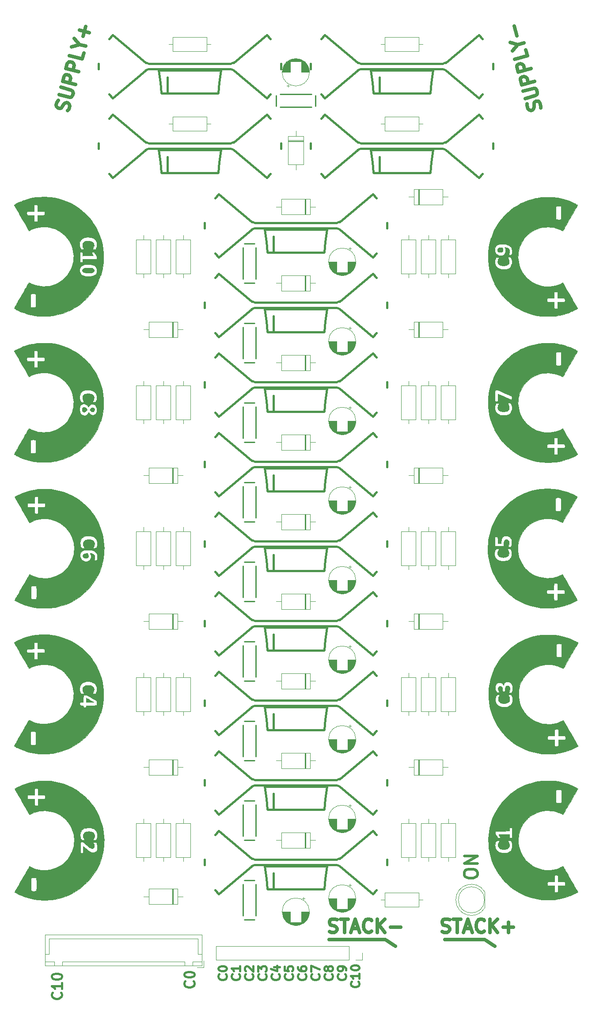
<source format=gbr>
G04 #@! TF.GenerationSoftware,KiCad,Pcbnew,(5.1.4)-1*
G04 #@! TF.CreationDate,2019-10-05T20:51:56-04:00*
G04 #@! TF.ProjectId,Fusion Cell Emulator,46757369-6f6e-4204-9365-6c6c20456d75,rev?*
G04 #@! TF.SameCoordinates,Original*
G04 #@! TF.FileFunction,Legend,Top*
G04 #@! TF.FilePolarity,Positive*
%FSLAX46Y46*%
G04 Gerber Fmt 4.6, Leading zero omitted, Abs format (unit mm)*
G04 Created by KiCad (PCBNEW (5.1.4)-1) date 2019-10-05 20:51:56*
%MOMM*%
%LPD*%
G04 APERTURE LIST*
%ADD10C,0.635000*%
%ADD11C,0.508000*%
%ADD12C,0.381000*%
%ADD13C,0.010000*%
%ADD14C,0.400000*%
%ADD15C,0.120000*%
%ADD16C,0.254000*%
G04 APERTURE END LIST*
D10*
X188595000Y-123190000D02*
X190500000Y-124460000D01*
X180975000Y-123190000D02*
X188595000Y-123190000D01*
X180430714Y-121678095D02*
X180793571Y-121799047D01*
X181398333Y-121799047D01*
X181640238Y-121678095D01*
X181761190Y-121557142D01*
X181882142Y-121315238D01*
X181882142Y-121073333D01*
X181761190Y-120831428D01*
X181640238Y-120710476D01*
X181398333Y-120589523D01*
X180914523Y-120468571D01*
X180672619Y-120347619D01*
X180551666Y-120226666D01*
X180430714Y-119984761D01*
X180430714Y-119742857D01*
X180551666Y-119500952D01*
X180672619Y-119380000D01*
X180914523Y-119259047D01*
X181519285Y-119259047D01*
X181882142Y-119380000D01*
X182607857Y-119259047D02*
X184059285Y-119259047D01*
X183333571Y-121799047D02*
X183333571Y-119259047D01*
X184785000Y-121073333D02*
X185994523Y-121073333D01*
X184543095Y-121799047D02*
X185389761Y-119259047D01*
X186236428Y-121799047D01*
X188534523Y-121557142D02*
X188413571Y-121678095D01*
X188050714Y-121799047D01*
X187808809Y-121799047D01*
X187445952Y-121678095D01*
X187204047Y-121436190D01*
X187083095Y-121194285D01*
X186962142Y-120710476D01*
X186962142Y-120347619D01*
X187083095Y-119863809D01*
X187204047Y-119621904D01*
X187445952Y-119380000D01*
X187808809Y-119259047D01*
X188050714Y-119259047D01*
X188413571Y-119380000D01*
X188534523Y-119500952D01*
X189623095Y-121799047D02*
X189623095Y-119259047D01*
X191074523Y-121799047D02*
X189985952Y-120347619D01*
X191074523Y-119259047D02*
X189623095Y-120710476D01*
X192163095Y-120831428D02*
X194098333Y-120831428D01*
X193130714Y-121799047D02*
X193130714Y-119863809D01*
X169545000Y-123190000D02*
X171450000Y-124460000D01*
X158750000Y-123190000D02*
X169545000Y-123190000D01*
X158840714Y-121678095D02*
X159203571Y-121799047D01*
X159808333Y-121799047D01*
X160050238Y-121678095D01*
X160171190Y-121557142D01*
X160292142Y-121315238D01*
X160292142Y-121073333D01*
X160171190Y-120831428D01*
X160050238Y-120710476D01*
X159808333Y-120589523D01*
X159324523Y-120468571D01*
X159082619Y-120347619D01*
X158961666Y-120226666D01*
X158840714Y-119984761D01*
X158840714Y-119742857D01*
X158961666Y-119500952D01*
X159082619Y-119380000D01*
X159324523Y-119259047D01*
X159929285Y-119259047D01*
X160292142Y-119380000D01*
X161017857Y-119259047D02*
X162469285Y-119259047D01*
X161743571Y-121799047D02*
X161743571Y-119259047D01*
X163195000Y-121073333D02*
X164404523Y-121073333D01*
X162953095Y-121799047D02*
X163799761Y-119259047D01*
X164646428Y-121799047D01*
X166944523Y-121557142D02*
X166823571Y-121678095D01*
X166460714Y-121799047D01*
X166218809Y-121799047D01*
X165855952Y-121678095D01*
X165614047Y-121436190D01*
X165493095Y-121194285D01*
X165372142Y-120710476D01*
X165372142Y-120347619D01*
X165493095Y-119863809D01*
X165614047Y-119621904D01*
X165855952Y-119380000D01*
X166218809Y-119259047D01*
X166460714Y-119259047D01*
X166823571Y-119380000D01*
X166944523Y-119500952D01*
X168033095Y-121799047D02*
X168033095Y-119259047D01*
X169484523Y-121799047D02*
X168395952Y-120347619D01*
X169484523Y-119259047D02*
X168033095Y-120710476D01*
X170573095Y-120831428D02*
X172508333Y-120831428D01*
X108703686Y35545983D02*
X108914431Y35865172D01*
X109070955Y36449327D01*
X109016734Y36714294D01*
X108931207Y36862430D01*
X108728850Y37041870D01*
X108495188Y37104480D01*
X108230221Y37050258D01*
X108082085Y36964732D01*
X107902645Y36762375D01*
X107660595Y36326355D01*
X107481154Y36123998D01*
X107333018Y36038472D01*
X107068051Y35984250D01*
X106834389Y36046860D01*
X106632032Y36226300D01*
X106546506Y36374436D01*
X106492284Y36639403D01*
X106648808Y37223558D01*
X106859554Y37542747D01*
X107024466Y38625531D02*
X109010593Y38093349D01*
X109275560Y38147571D01*
X109423696Y38233097D01*
X109603136Y38435454D01*
X109728355Y38902778D01*
X109674134Y39167745D01*
X109588608Y39315881D01*
X109386250Y39495322D01*
X107400123Y40027503D01*
X110166622Y40538413D02*
X107713171Y41195813D01*
X107963609Y42130461D01*
X108143050Y42332819D01*
X108291185Y42418345D01*
X108556152Y42472566D01*
X108906645Y42378652D01*
X109109003Y42199212D01*
X109194529Y42051076D01*
X109248750Y41786109D01*
X108998312Y40851461D01*
X110824023Y42991864D02*
X108370571Y43649265D01*
X108621009Y44583913D01*
X108800450Y44786270D01*
X108948586Y44871797D01*
X109213553Y44926018D01*
X109564046Y44832104D01*
X109766403Y44652663D01*
X109851929Y44504527D01*
X109906151Y44239560D01*
X109655712Y43304912D01*
X111794471Y46613626D02*
X111481423Y45445316D01*
X109027972Y46102716D01*
X110970513Y48211815D02*
X112138824Y47898768D01*
X109466238Y47738351D02*
X110970513Y48211815D01*
X109904505Y49373985D01*
X111642442Y49784840D02*
X112143319Y51654137D01*
X112827529Y50469050D02*
X110958232Y50969927D01*
X199352441Y36078165D02*
X199375357Y36459963D01*
X199218833Y37044118D01*
X199039393Y37246475D01*
X198891257Y37332001D01*
X198626290Y37386223D01*
X198392628Y37323613D01*
X198190271Y37144173D01*
X198104745Y36996037D01*
X198050523Y36731070D01*
X198058911Y36232441D01*
X198004690Y35967474D01*
X197919164Y35819338D01*
X197716806Y35639898D01*
X197483144Y35577288D01*
X197218177Y35631510D01*
X197070042Y35717036D01*
X196890601Y35919393D01*
X196734077Y36503548D01*
X196756994Y36885346D01*
X196358420Y37905521D02*
X198344547Y38437702D01*
X198546904Y38617143D01*
X198632431Y38765278D01*
X198686652Y39030245D01*
X198561433Y39497569D01*
X198381992Y39699927D01*
X198233857Y39785453D01*
X197968890Y39839674D01*
X195982762Y39307493D01*
X198123166Y41133204D02*
X195669715Y40475803D01*
X195419276Y41410452D01*
X195473498Y41675418D01*
X195559024Y41823554D01*
X195761381Y42002995D01*
X196111874Y42096909D01*
X196376841Y42042688D01*
X196524977Y41957161D01*
X196704418Y41754804D01*
X196954856Y40820156D01*
X197465766Y43586655D02*
X195012314Y42929255D01*
X194761876Y43863903D01*
X194816097Y44128870D01*
X194901624Y44277006D01*
X195103981Y44456446D01*
X195454474Y44550361D01*
X195719441Y44496139D01*
X195867577Y44410613D01*
X196047017Y44208256D01*
X196297455Y43273607D01*
X196495318Y47208417D02*
X196808365Y46040107D01*
X194354914Y45382707D01*
X194982655Y48180511D02*
X196150965Y48493558D01*
X193916647Y47018341D02*
X194982655Y48180511D01*
X193478380Y48653975D01*
X194778050Y49878755D02*
X194277173Y51748051D01*
D11*
X184664047Y-110792380D02*
X184664047Y-110308571D01*
X184785000Y-110066666D01*
X185026904Y-109824761D01*
X185510714Y-109703809D01*
X186357380Y-109703809D01*
X186841190Y-109824761D01*
X187083095Y-110066666D01*
X187204047Y-110308571D01*
X187204047Y-110792380D01*
X187083095Y-111034285D01*
X186841190Y-111276190D01*
X186357380Y-111397142D01*
X185510714Y-111397142D01*
X185026904Y-111276190D01*
X184785000Y-111034285D01*
X184664047Y-110792380D01*
X187204047Y-108615238D02*
X184664047Y-108615238D01*
X187204047Y-107163809D01*
X184664047Y-107163809D01*
D12*
X164419642Y-131236357D02*
X164498261Y-131314976D01*
X164576880Y-131550833D01*
X164576880Y-131708071D01*
X164498261Y-131943928D01*
X164341023Y-132101166D01*
X164183785Y-132179785D01*
X163869309Y-132258404D01*
X163633452Y-132258404D01*
X163318976Y-132179785D01*
X163161738Y-132101166D01*
X163004500Y-131943928D01*
X162925880Y-131708071D01*
X162925880Y-131550833D01*
X163004500Y-131314976D01*
X163083119Y-131236357D01*
X164576880Y-129663976D02*
X164576880Y-130607404D01*
X164576880Y-130135690D02*
X162925880Y-130135690D01*
X163161738Y-130292928D01*
X163318976Y-130450166D01*
X163397595Y-130607404D01*
X162925880Y-128641928D02*
X162925880Y-128484690D01*
X163004500Y-128327452D01*
X163083119Y-128248833D01*
X163240357Y-128170214D01*
X163554833Y-128091595D01*
X163947928Y-128091595D01*
X164262404Y-128170214D01*
X164419642Y-128248833D01*
X164498261Y-128327452D01*
X164576880Y-128484690D01*
X164576880Y-128641928D01*
X164498261Y-128799166D01*
X164419642Y-128877785D01*
X164262404Y-128956404D01*
X163947928Y-129035023D01*
X163554833Y-129035023D01*
X163240357Y-128956404D01*
X163083119Y-128877785D01*
X163004500Y-128799166D01*
X162925880Y-128641928D01*
X161879642Y-129815166D02*
X161958261Y-129893785D01*
X162036880Y-130129642D01*
X162036880Y-130286880D01*
X161958261Y-130522738D01*
X161801023Y-130679976D01*
X161643785Y-130758595D01*
X161329309Y-130837214D01*
X161093452Y-130837214D01*
X160778976Y-130758595D01*
X160621738Y-130679976D01*
X160464500Y-130522738D01*
X160385880Y-130286880D01*
X160385880Y-130129642D01*
X160464500Y-129893785D01*
X160543119Y-129815166D01*
X162036880Y-129028976D02*
X162036880Y-128714500D01*
X161958261Y-128557261D01*
X161879642Y-128478642D01*
X161643785Y-128321404D01*
X161329309Y-128242785D01*
X160700357Y-128242785D01*
X160543119Y-128321404D01*
X160464500Y-128400023D01*
X160385880Y-128557261D01*
X160385880Y-128871738D01*
X160464500Y-129028976D01*
X160543119Y-129107595D01*
X160700357Y-129186214D01*
X161093452Y-129186214D01*
X161250690Y-129107595D01*
X161329309Y-129028976D01*
X161407928Y-128871738D01*
X161407928Y-128557261D01*
X161329309Y-128400023D01*
X161250690Y-128321404D01*
X161093452Y-128242785D01*
X159339642Y-129815166D02*
X159418261Y-129893785D01*
X159496880Y-130129642D01*
X159496880Y-130286880D01*
X159418261Y-130522738D01*
X159261023Y-130679976D01*
X159103785Y-130758595D01*
X158789309Y-130837214D01*
X158553452Y-130837214D01*
X158238976Y-130758595D01*
X158081738Y-130679976D01*
X157924500Y-130522738D01*
X157845880Y-130286880D01*
X157845880Y-130129642D01*
X157924500Y-129893785D01*
X158003119Y-129815166D01*
X158553452Y-128871738D02*
X158474833Y-129028976D01*
X158396214Y-129107595D01*
X158238976Y-129186214D01*
X158160357Y-129186214D01*
X158003119Y-129107595D01*
X157924500Y-129028976D01*
X157845880Y-128871738D01*
X157845880Y-128557261D01*
X157924500Y-128400023D01*
X158003119Y-128321404D01*
X158160357Y-128242785D01*
X158238976Y-128242785D01*
X158396214Y-128321404D01*
X158474833Y-128400023D01*
X158553452Y-128557261D01*
X158553452Y-128871738D01*
X158632071Y-129028976D01*
X158710690Y-129107595D01*
X158867928Y-129186214D01*
X159182404Y-129186214D01*
X159339642Y-129107595D01*
X159418261Y-129028976D01*
X159496880Y-128871738D01*
X159496880Y-128557261D01*
X159418261Y-128400023D01*
X159339642Y-128321404D01*
X159182404Y-128242785D01*
X158867928Y-128242785D01*
X158710690Y-128321404D01*
X158632071Y-128400023D01*
X158553452Y-128557261D01*
X156799642Y-129815166D02*
X156878261Y-129893785D01*
X156956880Y-130129642D01*
X156956880Y-130286880D01*
X156878261Y-130522738D01*
X156721023Y-130679976D01*
X156563785Y-130758595D01*
X156249309Y-130837214D01*
X156013452Y-130837214D01*
X155698976Y-130758595D01*
X155541738Y-130679976D01*
X155384500Y-130522738D01*
X155305880Y-130286880D01*
X155305880Y-130129642D01*
X155384500Y-129893785D01*
X155463119Y-129815166D01*
X155305880Y-129264833D02*
X155305880Y-128164166D01*
X156956880Y-128871738D01*
X154259642Y-129815166D02*
X154338261Y-129893785D01*
X154416880Y-130129642D01*
X154416880Y-130286880D01*
X154338261Y-130522738D01*
X154181023Y-130679976D01*
X154023785Y-130758595D01*
X153709309Y-130837214D01*
X153473452Y-130837214D01*
X153158976Y-130758595D01*
X153001738Y-130679976D01*
X152844500Y-130522738D01*
X152765880Y-130286880D01*
X152765880Y-130129642D01*
X152844500Y-129893785D01*
X152923119Y-129815166D01*
X152765880Y-128400023D02*
X152765880Y-128714500D01*
X152844500Y-128871738D01*
X152923119Y-128950357D01*
X153158976Y-129107595D01*
X153473452Y-129186214D01*
X154102404Y-129186214D01*
X154259642Y-129107595D01*
X154338261Y-129028976D01*
X154416880Y-128871738D01*
X154416880Y-128557261D01*
X154338261Y-128400023D01*
X154259642Y-128321404D01*
X154102404Y-128242785D01*
X153709309Y-128242785D01*
X153552071Y-128321404D01*
X153473452Y-128400023D01*
X153394833Y-128557261D01*
X153394833Y-128871738D01*
X153473452Y-129028976D01*
X153552071Y-129107595D01*
X153709309Y-129186214D01*
X151719642Y-129815166D02*
X151798261Y-129893785D01*
X151876880Y-130129642D01*
X151876880Y-130286880D01*
X151798261Y-130522738D01*
X151641023Y-130679976D01*
X151483785Y-130758595D01*
X151169309Y-130837214D01*
X150933452Y-130837214D01*
X150618976Y-130758595D01*
X150461738Y-130679976D01*
X150304500Y-130522738D01*
X150225880Y-130286880D01*
X150225880Y-130129642D01*
X150304500Y-129893785D01*
X150383119Y-129815166D01*
X150225880Y-128321404D02*
X150225880Y-129107595D01*
X151012071Y-129186214D01*
X150933452Y-129107595D01*
X150854833Y-128950357D01*
X150854833Y-128557261D01*
X150933452Y-128400023D01*
X151012071Y-128321404D01*
X151169309Y-128242785D01*
X151562404Y-128242785D01*
X151719642Y-128321404D01*
X151798261Y-128400023D01*
X151876880Y-128557261D01*
X151876880Y-128950357D01*
X151798261Y-129107595D01*
X151719642Y-129186214D01*
X149179642Y-129815166D02*
X149258261Y-129893785D01*
X149336880Y-130129642D01*
X149336880Y-130286880D01*
X149258261Y-130522738D01*
X149101023Y-130679976D01*
X148943785Y-130758595D01*
X148629309Y-130837214D01*
X148393452Y-130837214D01*
X148078976Y-130758595D01*
X147921738Y-130679976D01*
X147764500Y-130522738D01*
X147685880Y-130286880D01*
X147685880Y-130129642D01*
X147764500Y-129893785D01*
X147843119Y-129815166D01*
X148236214Y-128400023D02*
X149336880Y-128400023D01*
X147607261Y-128793119D02*
X148786547Y-129186214D01*
X148786547Y-128164166D01*
X146639642Y-129815166D02*
X146718261Y-129893785D01*
X146796880Y-130129642D01*
X146796880Y-130286880D01*
X146718261Y-130522738D01*
X146561023Y-130679976D01*
X146403785Y-130758595D01*
X146089309Y-130837214D01*
X145853452Y-130837214D01*
X145538976Y-130758595D01*
X145381738Y-130679976D01*
X145224500Y-130522738D01*
X145145880Y-130286880D01*
X145145880Y-130129642D01*
X145224500Y-129893785D01*
X145303119Y-129815166D01*
X145145880Y-129264833D02*
X145145880Y-128242785D01*
X145774833Y-128793119D01*
X145774833Y-128557261D01*
X145853452Y-128400023D01*
X145932071Y-128321404D01*
X146089309Y-128242785D01*
X146482404Y-128242785D01*
X146639642Y-128321404D01*
X146718261Y-128400023D01*
X146796880Y-128557261D01*
X146796880Y-129028976D01*
X146718261Y-129186214D01*
X146639642Y-129264833D01*
X144099642Y-129815166D02*
X144178261Y-129893785D01*
X144256880Y-130129642D01*
X144256880Y-130286880D01*
X144178261Y-130522738D01*
X144021023Y-130679976D01*
X143863785Y-130758595D01*
X143549309Y-130837214D01*
X143313452Y-130837214D01*
X142998976Y-130758595D01*
X142841738Y-130679976D01*
X142684500Y-130522738D01*
X142605880Y-130286880D01*
X142605880Y-130129642D01*
X142684500Y-129893785D01*
X142763119Y-129815166D01*
X142763119Y-129186214D02*
X142684500Y-129107595D01*
X142605880Y-128950357D01*
X142605880Y-128557261D01*
X142684500Y-128400023D01*
X142763119Y-128321404D01*
X142920357Y-128242785D01*
X143077595Y-128242785D01*
X143313452Y-128321404D01*
X144256880Y-129264833D01*
X144256880Y-128242785D01*
X141559642Y-129815166D02*
X141638261Y-129893785D01*
X141716880Y-130129642D01*
X141716880Y-130286880D01*
X141638261Y-130522738D01*
X141481023Y-130679976D01*
X141323785Y-130758595D01*
X141009309Y-130837214D01*
X140773452Y-130837214D01*
X140458976Y-130758595D01*
X140301738Y-130679976D01*
X140144500Y-130522738D01*
X140065880Y-130286880D01*
X140065880Y-130129642D01*
X140144500Y-129893785D01*
X140223119Y-129815166D01*
X141716880Y-128242785D02*
X141716880Y-129186214D01*
X141716880Y-128714500D02*
X140065880Y-128714500D01*
X140301738Y-128871738D01*
X140458976Y-129028976D01*
X140537595Y-129186214D01*
X139019642Y-129815166D02*
X139098261Y-129893785D01*
X139176880Y-130129642D01*
X139176880Y-130286880D01*
X139098261Y-130522738D01*
X138941023Y-130679976D01*
X138783785Y-130758595D01*
X138469309Y-130837214D01*
X138233452Y-130837214D01*
X137918976Y-130758595D01*
X137761738Y-130679976D01*
X137604500Y-130522738D01*
X137525880Y-130286880D01*
X137525880Y-130129642D01*
X137604500Y-129893785D01*
X137683119Y-129815166D01*
X137525880Y-128793119D02*
X137525880Y-128635880D01*
X137604500Y-128478642D01*
X137683119Y-128400023D01*
X137840357Y-128321404D01*
X138154833Y-128242785D01*
X138547928Y-128242785D01*
X138862404Y-128321404D01*
X139019642Y-128400023D01*
X139098261Y-128478642D01*
X139176880Y-128635880D01*
X139176880Y-128793119D01*
X139098261Y-128950357D01*
X139019642Y-129028976D01*
X138862404Y-129107595D01*
X138547928Y-129186214D01*
X138154833Y-129186214D01*
X137840357Y-129107595D01*
X137683119Y-129028976D01*
X137604500Y-128950357D01*
X137525880Y-128793119D01*
X132760357Y-131127500D02*
X132851071Y-131218214D01*
X132941785Y-131490357D01*
X132941785Y-131671785D01*
X132851071Y-131943928D01*
X132669642Y-132125357D01*
X132488214Y-132216071D01*
X132125357Y-132306785D01*
X131853214Y-132306785D01*
X131490357Y-132216071D01*
X131308928Y-132125357D01*
X131127500Y-131943928D01*
X131036785Y-131671785D01*
X131036785Y-131490357D01*
X131127500Y-131218214D01*
X131218214Y-131127500D01*
X131036785Y-129948214D02*
X131036785Y-129766785D01*
X131127500Y-129585357D01*
X131218214Y-129494642D01*
X131399642Y-129403928D01*
X131762500Y-129313214D01*
X132216071Y-129313214D01*
X132578928Y-129403928D01*
X132760357Y-129494642D01*
X132851071Y-129585357D01*
X132941785Y-129766785D01*
X132941785Y-129948214D01*
X132851071Y-130129642D01*
X132760357Y-130220357D01*
X132578928Y-130311071D01*
X132216071Y-130401785D01*
X131762500Y-130401785D01*
X131399642Y-130311071D01*
X131218214Y-130220357D01*
X131127500Y-130129642D01*
X131036785Y-129948214D01*
X107360357Y-133304642D02*
X107451071Y-133395357D01*
X107541785Y-133667500D01*
X107541785Y-133848928D01*
X107451071Y-134121071D01*
X107269642Y-134302500D01*
X107088214Y-134393214D01*
X106725357Y-134483928D01*
X106453214Y-134483928D01*
X106090357Y-134393214D01*
X105908928Y-134302500D01*
X105727500Y-134121071D01*
X105636785Y-133848928D01*
X105636785Y-133667500D01*
X105727500Y-133395357D01*
X105818214Y-133304642D01*
X107541785Y-131490357D02*
X107541785Y-132578928D01*
X107541785Y-132034642D02*
X105636785Y-132034642D01*
X105908928Y-132216071D01*
X106090357Y-132397500D01*
X106181071Y-132578928D01*
X105636785Y-130311071D02*
X105636785Y-130129642D01*
X105727500Y-129948214D01*
X105818214Y-129857500D01*
X105999642Y-129766785D01*
X106362500Y-129676071D01*
X106816071Y-129676071D01*
X107178928Y-129766785D01*
X107360357Y-129857500D01*
X107451071Y-129948214D01*
X107541785Y-130129642D01*
X107541785Y-130311071D01*
X107451071Y-130492500D01*
X107360357Y-130583214D01*
X107178928Y-130673928D01*
X106816071Y-130764642D01*
X106362500Y-130764642D01*
X105999642Y-130673928D01*
X105818214Y-130583214D01*
X105727500Y-130492500D01*
X105636785Y-130311071D01*
D13*
G04 #@! TO.C,G\002A\002A\002A*
G36*
X189298487Y-103910400D02*
G01*
X189333800Y-103208737D01*
X189407130Y-102533099D01*
X189520094Y-101874079D01*
X189674311Y-101222265D01*
X189871399Y-100568247D01*
X189874947Y-100557600D01*
X190139478Y-99843584D01*
X190447153Y-99154959D01*
X190796328Y-98493146D01*
X191185357Y-97859565D01*
X191612597Y-97255637D01*
X192076402Y-96682782D01*
X192575129Y-96142421D01*
X193107132Y-95635974D01*
X193670767Y-95164862D01*
X194264389Y-94730504D01*
X194886354Y-94334323D01*
X195535016Y-93977737D01*
X196208733Y-93662167D01*
X196905858Y-93389034D01*
X197624747Y-93159759D01*
X198363756Y-92975762D01*
X198739400Y-92901348D01*
X198969746Y-92860949D01*
X199177314Y-92828108D01*
X199371587Y-92802082D01*
X199562048Y-92782131D01*
X199758179Y-92767515D01*
X199969463Y-92757491D01*
X200205384Y-92751321D01*
X200475423Y-92748262D01*
X200707900Y-92747563D01*
X200998594Y-92748180D01*
X201247717Y-92750802D01*
X201464483Y-92756100D01*
X201658102Y-92764743D01*
X201837786Y-92777399D01*
X202012749Y-92794739D01*
X202192200Y-92817431D01*
X202385354Y-92846145D01*
X202601421Y-92881549D01*
X202638300Y-92887806D01*
X203306779Y-93020795D01*
X203951467Y-93189112D01*
X204582036Y-93395956D01*
X205208160Y-93644522D01*
X205839513Y-93938009D01*
X205885284Y-93960885D01*
X206061688Y-94050064D01*
X206197089Y-94120193D01*
X206296304Y-94174162D01*
X206364147Y-94214863D01*
X206405432Y-94245188D01*
X206424975Y-94268029D01*
X206427591Y-94286275D01*
X206427529Y-94286519D01*
X206414108Y-94312014D01*
X206377286Y-94378084D01*
X206319035Y-94481294D01*
X206241327Y-94618209D01*
X206146136Y-94785394D01*
X206035434Y-94979415D01*
X205911193Y-95196836D01*
X205775386Y-95434225D01*
X205629985Y-95688144D01*
X205476963Y-95955161D01*
X205318293Y-96231840D01*
X205155947Y-96514747D01*
X204991897Y-96800447D01*
X204828117Y-97085505D01*
X204666578Y-97366487D01*
X204509253Y-97639957D01*
X204358116Y-97902482D01*
X204215138Y-98150626D01*
X204082291Y-98380955D01*
X203961549Y-98590035D01*
X203854884Y-98774430D01*
X203764269Y-98930705D01*
X203691676Y-99055427D01*
X203639077Y-99145161D01*
X203608446Y-99196471D01*
X203601527Y-99207265D01*
X203577659Y-99199745D01*
X203516394Y-99173317D01*
X203425838Y-99131667D01*
X203314095Y-99078475D01*
X203256268Y-99050391D01*
X202780650Y-98841061D01*
X202772164Y-98838177D01*
X202772164Y-97052259D01*
X202895934Y-97049737D01*
X203010794Y-97043056D01*
X203100982Y-97033349D01*
X203139201Y-97025872D01*
X203178466Y-97015053D01*
X203211264Y-97003415D01*
X203238175Y-96986610D01*
X203259781Y-96960292D01*
X203276663Y-96920115D01*
X203289403Y-96861732D01*
X203298581Y-96780796D01*
X203304781Y-96672961D01*
X203308583Y-96533881D01*
X203310568Y-96359209D01*
X203311318Y-96144598D01*
X203311415Y-95885703D01*
X203311400Y-95738649D01*
X203311320Y-95466715D01*
X203310959Y-95241037D01*
X203310128Y-95057068D01*
X203308643Y-94910265D01*
X203306316Y-94796082D01*
X203302962Y-94709974D01*
X203298393Y-94647396D01*
X203292425Y-94603804D01*
X203284870Y-94574652D01*
X203275543Y-94555395D01*
X203264256Y-94541489D01*
X203262249Y-94539450D01*
X203192678Y-94492090D01*
X203090861Y-94459973D01*
X202950958Y-94441857D01*
X202778000Y-94436484D01*
X202607769Y-94441293D01*
X202479912Y-94456968D01*
X202386805Y-94485383D01*
X202320824Y-94528413D01*
X202296555Y-94554801D01*
X202284097Y-94572109D01*
X202273807Y-94592557D01*
X202265478Y-94620846D01*
X202258904Y-94661676D01*
X202253876Y-94719746D01*
X202250189Y-94799757D01*
X202247634Y-94906408D01*
X202246005Y-95044401D01*
X202245094Y-95218433D01*
X202244695Y-95433207D01*
X202244600Y-95693420D01*
X202244600Y-95733831D01*
X202245133Y-96039075D01*
X202246764Y-96295407D01*
X202249539Y-96504704D01*
X202253504Y-96668842D01*
X202258704Y-96789699D01*
X202265186Y-96869152D01*
X202272996Y-96909078D01*
X202273449Y-96910128D01*
X202319187Y-96968958D01*
X202397899Y-97011111D01*
X202514250Y-97037917D01*
X202672906Y-97050706D01*
X202772164Y-97052259D01*
X202772164Y-98838177D01*
X202306401Y-98679863D01*
X201825852Y-98565015D01*
X201331333Y-98494734D01*
X200815172Y-98467234D01*
X200746000Y-98466709D01*
X200247210Y-98483486D01*
X199774910Y-98537988D01*
X199319221Y-98632468D01*
X198870268Y-98769181D01*
X198418174Y-98950379D01*
X198218700Y-99043331D01*
X197754542Y-99296051D01*
X197319785Y-99588916D01*
X196916363Y-99919336D01*
X196546212Y-100284721D01*
X196211266Y-100682481D01*
X195913459Y-101110025D01*
X195654725Y-101564765D01*
X195437001Y-102044110D01*
X195262220Y-102545471D01*
X195132317Y-103066257D01*
X195104830Y-103211900D01*
X195076215Y-103415981D01*
X195054531Y-103655025D01*
X195040295Y-103913603D01*
X195034024Y-104176286D01*
X195036233Y-104427644D01*
X195047438Y-104652248D01*
X195054128Y-104727038D01*
X195129152Y-105238941D01*
X195247514Y-105730708D01*
X195411659Y-106210814D01*
X195613440Y-106666300D01*
X195876416Y-107147098D01*
X196174709Y-107591466D01*
X196508864Y-108000006D01*
X196879426Y-108373323D01*
X197286940Y-108712020D01*
X197731950Y-109016700D01*
X197739225Y-109021208D01*
X198195314Y-109274311D01*
X198670484Y-109482683D01*
X199160880Y-109646205D01*
X199662645Y-109764756D01*
X200171925Y-109838216D01*
X200684864Y-109866464D01*
X201197605Y-109849380D01*
X201706294Y-109786845D01*
X202207075Y-109678738D01*
X202696091Y-109524939D01*
X203169488Y-109325327D01*
X203417660Y-109198233D01*
X203499704Y-109155638D01*
X203563057Y-109126862D01*
X203596155Y-109117058D01*
X203598126Y-109117828D01*
X203613154Y-109142390D01*
X203651498Y-109207570D01*
X203711180Y-109309933D01*
X203790221Y-109446041D01*
X203886642Y-109612460D01*
X203998465Y-109805752D01*
X204123712Y-110022482D01*
X204260403Y-110259213D01*
X204406560Y-110512509D01*
X204560205Y-110778934D01*
X204719359Y-111055052D01*
X204882044Y-111337426D01*
X205046281Y-111622620D01*
X205210091Y-111907199D01*
X205371495Y-112187725D01*
X205528517Y-112460763D01*
X205679175Y-112722876D01*
X205821493Y-112970629D01*
X205953491Y-113200585D01*
X206073192Y-113409307D01*
X206178616Y-113593360D01*
X206267784Y-113749308D01*
X206338719Y-113873714D01*
X206389442Y-113963142D01*
X206417974Y-114014155D01*
X206423625Y-114024913D01*
X206420554Y-114064976D01*
X206375867Y-114107995D01*
X206355369Y-114121522D01*
X206271859Y-114169491D01*
X206150223Y-114233491D01*
X205999004Y-114309490D01*
X205826747Y-114393455D01*
X205641995Y-114481353D01*
X205453292Y-114569151D01*
X205269183Y-114652817D01*
X205098210Y-114728319D01*
X204948917Y-114791624D01*
X204860800Y-114826942D01*
X204195180Y-115061997D01*
X203521258Y-115254563D01*
X202830205Y-115406821D01*
X202240222Y-115500734D01*
X202240222Y-114108602D01*
X202280009Y-114108500D01*
X202405192Y-114105906D01*
X202491790Y-114096931D01*
X202551806Y-114079785D01*
X202582167Y-114063465D01*
X202651000Y-114018429D01*
X202651000Y-112852073D01*
X203292350Y-112845287D01*
X203933700Y-112838500D01*
X203978110Y-112749600D01*
X204006036Y-112659149D01*
X204020452Y-112538290D01*
X204020724Y-112405753D01*
X204006219Y-112280272D01*
X203995530Y-112234041D01*
X203956421Y-112150952D01*
X203905118Y-112113391D01*
X203862173Y-112106493D01*
X203776490Y-112100362D01*
X203656130Y-112095292D01*
X203509154Y-112091579D01*
X203343621Y-112089521D01*
X203246246Y-112089200D01*
X202651000Y-112089200D01*
X202651000Y-110922105D01*
X202576061Y-110883353D01*
X202491022Y-110858066D01*
X202360800Y-110845762D01*
X202294991Y-110844600D01*
X202148366Y-110851152D01*
X202045013Y-110871825D01*
X201978991Y-110908147D01*
X201959238Y-110930953D01*
X201953801Y-110963531D01*
X201948953Y-111039216D01*
X201944940Y-111150315D01*
X201942009Y-111289138D01*
X201940409Y-111447993D01*
X201940188Y-111524050D01*
X201939800Y-112089200D01*
X201329045Y-112089200D01*
X201137576Y-112089308D01*
X200990333Y-112090025D01*
X200880744Y-112091939D01*
X200802235Y-112095639D01*
X200748233Y-112101714D01*
X200712163Y-112110752D01*
X200687454Y-112123344D01*
X200667532Y-112140076D01*
X200658198Y-112149292D01*
X200613950Y-112222835D01*
X200585073Y-112329966D01*
X200572122Y-112455679D01*
X200575656Y-112584970D01*
X200596231Y-112702835D01*
X200634264Y-112794050D01*
X200646729Y-112811661D01*
X200662814Y-112825221D01*
X200688732Y-112835262D01*
X200730694Y-112842312D01*
X200794912Y-112846899D01*
X200887597Y-112849553D01*
X201014959Y-112850802D01*
X201183212Y-112851176D01*
X201305385Y-112851200D01*
X201939800Y-112851200D01*
X201939800Y-113431464D01*
X201939715Y-113634359D01*
X201941358Y-113792129D01*
X201947574Y-113910435D01*
X201961207Y-113994939D01*
X201985104Y-114051304D01*
X202022108Y-114085190D01*
X202075066Y-114102261D01*
X202146822Y-114108177D01*
X202240222Y-114108602D01*
X202240222Y-115500734D01*
X202113191Y-115520955D01*
X201990600Y-115536418D01*
X201817419Y-115552866D01*
X201603169Y-115565867D01*
X201357465Y-115575421D01*
X201089921Y-115581528D01*
X200810151Y-115584187D01*
X200527769Y-115583400D01*
X200252390Y-115579166D01*
X199993628Y-115571485D01*
X199761097Y-115560357D01*
X199564412Y-115545781D01*
X199476000Y-115536418D01*
X198700581Y-115417708D01*
X197944463Y-115252783D01*
X197208793Y-115042204D01*
X196494721Y-114786534D01*
X195803396Y-114486336D01*
X195135968Y-114142171D01*
X194493584Y-113754603D01*
X193877396Y-113324192D01*
X193288551Y-112851502D01*
X192728199Y-112337095D01*
X192528987Y-112136990D01*
X192173500Y-111750085D01*
X192173500Y-106595062D01*
X192498544Y-106590704D01*
X192793822Y-106549845D01*
X193057688Y-106473470D01*
X193288499Y-106362561D01*
X193484613Y-106218103D01*
X193644385Y-106041080D01*
X193766171Y-105832475D01*
X193848330Y-105593272D01*
X193848555Y-105592347D01*
X193875003Y-105429542D01*
X193885654Y-105238447D01*
X193880759Y-105038969D01*
X193860569Y-104851016D01*
X193837755Y-104738071D01*
X193792067Y-104588500D01*
X193737438Y-104455752D01*
X193700126Y-104388359D01*
X193700126Y-103733892D01*
X193742022Y-103728520D01*
X193774467Y-103712927D01*
X193798657Y-103682456D01*
X193815786Y-103632449D01*
X193827050Y-103558248D01*
X193833646Y-103455198D01*
X193836767Y-103318640D01*
X193837611Y-103143917D01*
X193837371Y-102926372D01*
X193837200Y-102743077D01*
X193837200Y-101806140D01*
X193745338Y-101775823D01*
X193657889Y-101759126D01*
X193555949Y-101756896D01*
X193458649Y-101767833D01*
X193385118Y-101790634D01*
X193368142Y-101801501D01*
X193349974Y-101827790D01*
X193338180Y-101876452D01*
X193331649Y-101956269D01*
X193329275Y-102076022D01*
X193329200Y-102109888D01*
X193329200Y-102385955D01*
X191976650Y-102392528D01*
X190624100Y-102399100D01*
X190606270Y-102513400D01*
X190598705Y-102604770D01*
X190598541Y-102715791D01*
X190602554Y-102783410D01*
X190609993Y-102845352D01*
X190622870Y-102901261D01*
X190645508Y-102960249D01*
X190682232Y-103031430D01*
X190737367Y-103123916D01*
X190815236Y-103246819D01*
X190842731Y-103289518D01*
X190938116Y-103437608D01*
X191011057Y-103548728D01*
X191067476Y-103628051D01*
X191113294Y-103680749D01*
X191154433Y-103711996D01*
X191196815Y-103726963D01*
X191246361Y-103730824D01*
X191308993Y-103728752D01*
X191343805Y-103727232D01*
X191447870Y-103721124D01*
X191517798Y-103707959D01*
X191555037Y-103681353D01*
X191561036Y-103634919D01*
X191537242Y-103562270D01*
X191485105Y-103457022D01*
X191428582Y-103353410D01*
X191369543Y-103245826D01*
X191320664Y-103155123D01*
X191286604Y-103090065D01*
X191272022Y-103059419D01*
X191271800Y-103058398D01*
X191296309Y-103055883D01*
X191366275Y-103053557D01*
X191476353Y-103051478D01*
X191621201Y-103049707D01*
X191795475Y-103048304D01*
X191993832Y-103047330D01*
X192210928Y-103046844D01*
X192300500Y-103046800D01*
X193329200Y-103046800D01*
X193329200Y-103363407D01*
X193330088Y-103507017D01*
X193336284Y-103607519D01*
X193353078Y-103672608D01*
X193385763Y-103709975D01*
X193439633Y-103727315D01*
X193519980Y-103732319D01*
X193583200Y-103732600D01*
X193647584Y-103733700D01*
X193700126Y-103733892D01*
X193700126Y-104388359D01*
X193678916Y-104350048D01*
X193621551Y-104281607D01*
X193606967Y-104270875D01*
X193536003Y-104242494D01*
X193441369Y-104225436D01*
X193336513Y-104219447D01*
X193234881Y-104224273D01*
X193149920Y-104239662D01*
X193095078Y-104265358D01*
X193083600Y-104280746D01*
X193088639Y-104317566D01*
X193113390Y-104387859D01*
X193153504Y-104480354D01*
X193188265Y-104552018D01*
X193246571Y-104672599D01*
X193284131Y-104767274D01*
X193306437Y-104853636D01*
X193318980Y-104949280D01*
X193321366Y-104978463D01*
X193316784Y-105192487D01*
X193269256Y-105379927D01*
X193179250Y-105539958D01*
X193047231Y-105671758D01*
X192873664Y-105774503D01*
X192870452Y-105775951D01*
X192685133Y-105837727D01*
X192469668Y-105874370D01*
X192238137Y-105885743D01*
X192004620Y-105871704D01*
X191783199Y-105832115D01*
X191640287Y-105788133D01*
X191509798Y-105721467D01*
X191384614Y-105626361D01*
X191276894Y-105514633D01*
X191198802Y-105398105D01*
X191171823Y-105332800D01*
X191139156Y-105140751D01*
X191150035Y-104937049D01*
X191202499Y-104732621D01*
X191294585Y-104538390D01*
X191322301Y-104494600D01*
X191377916Y-104394281D01*
X191396706Y-104317291D01*
X191378042Y-104267750D01*
X191358622Y-104256018D01*
X191295286Y-104244066D01*
X191200481Y-104239732D01*
X191091851Y-104242270D01*
X190987040Y-104250935D01*
X190903691Y-104264980D01*
X190869262Y-104276703D01*
X190794120Y-104340562D01*
X190725432Y-104446231D01*
X190666286Y-104584834D01*
X190619772Y-104747492D01*
X190588978Y-104925329D01*
X190576993Y-105109467D01*
X190576948Y-105116900D01*
X190597751Y-105398245D01*
X190661471Y-105654958D01*
X190766898Y-105884983D01*
X190912824Y-106086263D01*
X191098037Y-106256740D01*
X191321330Y-106394359D01*
X191330896Y-106399082D01*
X191490547Y-106471301D01*
X191638691Y-106523403D01*
X191790735Y-106558970D01*
X191962084Y-106581587D01*
X192168146Y-106594836D01*
X192173500Y-106595062D01*
X192173500Y-111750085D01*
X192054278Y-111620326D01*
X191623266Y-111090759D01*
X191230251Y-110540203D01*
X190869536Y-109960572D01*
X190535419Y-109343780D01*
X190474943Y-109222672D01*
X190157490Y-108525228D01*
X189890293Y-107821909D01*
X189672980Y-107111040D01*
X189505179Y-106390946D01*
X189386521Y-105659951D01*
X189316634Y-104916380D01*
X189295146Y-104158557D01*
X189298487Y-103910400D01*
X189298487Y-103910400D01*
G37*
X189298487Y-103910400D02*
X189333800Y-103208737D01*
X189407130Y-102533099D01*
X189520094Y-101874079D01*
X189674311Y-101222265D01*
X189871399Y-100568247D01*
X189874947Y-100557600D01*
X190139478Y-99843584D01*
X190447153Y-99154959D01*
X190796328Y-98493146D01*
X191185357Y-97859565D01*
X191612597Y-97255637D01*
X192076402Y-96682782D01*
X192575129Y-96142421D01*
X193107132Y-95635974D01*
X193670767Y-95164862D01*
X194264389Y-94730504D01*
X194886354Y-94334323D01*
X195535016Y-93977737D01*
X196208733Y-93662167D01*
X196905858Y-93389034D01*
X197624747Y-93159759D01*
X198363756Y-92975762D01*
X198739400Y-92901348D01*
X198969746Y-92860949D01*
X199177314Y-92828108D01*
X199371587Y-92802082D01*
X199562048Y-92782131D01*
X199758179Y-92767515D01*
X199969463Y-92757491D01*
X200205384Y-92751321D01*
X200475423Y-92748262D01*
X200707900Y-92747563D01*
X200998594Y-92748180D01*
X201247717Y-92750802D01*
X201464483Y-92756100D01*
X201658102Y-92764743D01*
X201837786Y-92777399D01*
X202012749Y-92794739D01*
X202192200Y-92817431D01*
X202385354Y-92846145D01*
X202601421Y-92881549D01*
X202638300Y-92887806D01*
X203306779Y-93020795D01*
X203951467Y-93189112D01*
X204582036Y-93395956D01*
X205208160Y-93644522D01*
X205839513Y-93938009D01*
X205885284Y-93960885D01*
X206061688Y-94050064D01*
X206197089Y-94120193D01*
X206296304Y-94174162D01*
X206364147Y-94214863D01*
X206405432Y-94245188D01*
X206424975Y-94268029D01*
X206427591Y-94286275D01*
X206427529Y-94286519D01*
X206414108Y-94312014D01*
X206377286Y-94378084D01*
X206319035Y-94481294D01*
X206241327Y-94618209D01*
X206146136Y-94785394D01*
X206035434Y-94979415D01*
X205911193Y-95196836D01*
X205775386Y-95434225D01*
X205629985Y-95688144D01*
X205476963Y-95955161D01*
X205318293Y-96231840D01*
X205155947Y-96514747D01*
X204991897Y-96800447D01*
X204828117Y-97085505D01*
X204666578Y-97366487D01*
X204509253Y-97639957D01*
X204358116Y-97902482D01*
X204215138Y-98150626D01*
X204082291Y-98380955D01*
X203961549Y-98590035D01*
X203854884Y-98774430D01*
X203764269Y-98930705D01*
X203691676Y-99055427D01*
X203639077Y-99145161D01*
X203608446Y-99196471D01*
X203601527Y-99207265D01*
X203577659Y-99199745D01*
X203516394Y-99173317D01*
X203425838Y-99131667D01*
X203314095Y-99078475D01*
X203256268Y-99050391D01*
X202780650Y-98841061D01*
X202772164Y-98838177D01*
X202772164Y-97052259D01*
X202895934Y-97049737D01*
X203010794Y-97043056D01*
X203100982Y-97033349D01*
X203139201Y-97025872D01*
X203178466Y-97015053D01*
X203211264Y-97003415D01*
X203238175Y-96986610D01*
X203259781Y-96960292D01*
X203276663Y-96920115D01*
X203289403Y-96861732D01*
X203298581Y-96780796D01*
X203304781Y-96672961D01*
X203308583Y-96533881D01*
X203310568Y-96359209D01*
X203311318Y-96144598D01*
X203311415Y-95885703D01*
X203311400Y-95738649D01*
X203311320Y-95466715D01*
X203310959Y-95241037D01*
X203310128Y-95057068D01*
X203308643Y-94910265D01*
X203306316Y-94796082D01*
X203302962Y-94709974D01*
X203298393Y-94647396D01*
X203292425Y-94603804D01*
X203284870Y-94574652D01*
X203275543Y-94555395D01*
X203264256Y-94541489D01*
X203262249Y-94539450D01*
X203192678Y-94492090D01*
X203090861Y-94459973D01*
X202950958Y-94441857D01*
X202778000Y-94436484D01*
X202607769Y-94441293D01*
X202479912Y-94456968D01*
X202386805Y-94485383D01*
X202320824Y-94528413D01*
X202296555Y-94554801D01*
X202284097Y-94572109D01*
X202273807Y-94592557D01*
X202265478Y-94620846D01*
X202258904Y-94661676D01*
X202253876Y-94719746D01*
X202250189Y-94799757D01*
X202247634Y-94906408D01*
X202246005Y-95044401D01*
X202245094Y-95218433D01*
X202244695Y-95433207D01*
X202244600Y-95693420D01*
X202244600Y-95733831D01*
X202245133Y-96039075D01*
X202246764Y-96295407D01*
X202249539Y-96504704D01*
X202253504Y-96668842D01*
X202258704Y-96789699D01*
X202265186Y-96869152D01*
X202272996Y-96909078D01*
X202273449Y-96910128D01*
X202319187Y-96968958D01*
X202397899Y-97011111D01*
X202514250Y-97037917D01*
X202672906Y-97050706D01*
X202772164Y-97052259D01*
X202772164Y-98838177D01*
X202306401Y-98679863D01*
X201825852Y-98565015D01*
X201331333Y-98494734D01*
X200815172Y-98467234D01*
X200746000Y-98466709D01*
X200247210Y-98483486D01*
X199774910Y-98537988D01*
X199319221Y-98632468D01*
X198870268Y-98769181D01*
X198418174Y-98950379D01*
X198218700Y-99043331D01*
X197754542Y-99296051D01*
X197319785Y-99588916D01*
X196916363Y-99919336D01*
X196546212Y-100284721D01*
X196211266Y-100682481D01*
X195913459Y-101110025D01*
X195654725Y-101564765D01*
X195437001Y-102044110D01*
X195262220Y-102545471D01*
X195132317Y-103066257D01*
X195104830Y-103211900D01*
X195076215Y-103415981D01*
X195054531Y-103655025D01*
X195040295Y-103913603D01*
X195034024Y-104176286D01*
X195036233Y-104427644D01*
X195047438Y-104652248D01*
X195054128Y-104727038D01*
X195129152Y-105238941D01*
X195247514Y-105730708D01*
X195411659Y-106210814D01*
X195613440Y-106666300D01*
X195876416Y-107147098D01*
X196174709Y-107591466D01*
X196508864Y-108000006D01*
X196879426Y-108373323D01*
X197286940Y-108712020D01*
X197731950Y-109016700D01*
X197739225Y-109021208D01*
X198195314Y-109274311D01*
X198670484Y-109482683D01*
X199160880Y-109646205D01*
X199662645Y-109764756D01*
X200171925Y-109838216D01*
X200684864Y-109866464D01*
X201197605Y-109849380D01*
X201706294Y-109786845D01*
X202207075Y-109678738D01*
X202696091Y-109524939D01*
X203169488Y-109325327D01*
X203417660Y-109198233D01*
X203499704Y-109155638D01*
X203563057Y-109126862D01*
X203596155Y-109117058D01*
X203598126Y-109117828D01*
X203613154Y-109142390D01*
X203651498Y-109207570D01*
X203711180Y-109309933D01*
X203790221Y-109446041D01*
X203886642Y-109612460D01*
X203998465Y-109805752D01*
X204123712Y-110022482D01*
X204260403Y-110259213D01*
X204406560Y-110512509D01*
X204560205Y-110778934D01*
X204719359Y-111055052D01*
X204882044Y-111337426D01*
X205046281Y-111622620D01*
X205210091Y-111907199D01*
X205371495Y-112187725D01*
X205528517Y-112460763D01*
X205679175Y-112722876D01*
X205821493Y-112970629D01*
X205953491Y-113200585D01*
X206073192Y-113409307D01*
X206178616Y-113593360D01*
X206267784Y-113749308D01*
X206338719Y-113873714D01*
X206389442Y-113963142D01*
X206417974Y-114014155D01*
X206423625Y-114024913D01*
X206420554Y-114064976D01*
X206375867Y-114107995D01*
X206355369Y-114121522D01*
X206271859Y-114169491D01*
X206150223Y-114233491D01*
X205999004Y-114309490D01*
X205826747Y-114393455D01*
X205641995Y-114481353D01*
X205453292Y-114569151D01*
X205269183Y-114652817D01*
X205098210Y-114728319D01*
X204948917Y-114791624D01*
X204860800Y-114826942D01*
X204195180Y-115061997D01*
X203521258Y-115254563D01*
X202830205Y-115406821D01*
X202240222Y-115500734D01*
X202240222Y-114108602D01*
X202280009Y-114108500D01*
X202405192Y-114105906D01*
X202491790Y-114096931D01*
X202551806Y-114079785D01*
X202582167Y-114063465D01*
X202651000Y-114018429D01*
X202651000Y-112852073D01*
X203292350Y-112845287D01*
X203933700Y-112838500D01*
X203978110Y-112749600D01*
X204006036Y-112659149D01*
X204020452Y-112538290D01*
X204020724Y-112405753D01*
X204006219Y-112280272D01*
X203995530Y-112234041D01*
X203956421Y-112150952D01*
X203905118Y-112113391D01*
X203862173Y-112106493D01*
X203776490Y-112100362D01*
X203656130Y-112095292D01*
X203509154Y-112091579D01*
X203343621Y-112089521D01*
X203246246Y-112089200D01*
X202651000Y-112089200D01*
X202651000Y-110922105D01*
X202576061Y-110883353D01*
X202491022Y-110858066D01*
X202360800Y-110845762D01*
X202294991Y-110844600D01*
X202148366Y-110851152D01*
X202045013Y-110871825D01*
X201978991Y-110908147D01*
X201959238Y-110930953D01*
X201953801Y-110963531D01*
X201948953Y-111039216D01*
X201944940Y-111150315D01*
X201942009Y-111289138D01*
X201940409Y-111447993D01*
X201940188Y-111524050D01*
X201939800Y-112089200D01*
X201329045Y-112089200D01*
X201137576Y-112089308D01*
X200990333Y-112090025D01*
X200880744Y-112091939D01*
X200802235Y-112095639D01*
X200748233Y-112101714D01*
X200712163Y-112110752D01*
X200687454Y-112123344D01*
X200667532Y-112140076D01*
X200658198Y-112149292D01*
X200613950Y-112222835D01*
X200585073Y-112329966D01*
X200572122Y-112455679D01*
X200575656Y-112584970D01*
X200596231Y-112702835D01*
X200634264Y-112794050D01*
X200646729Y-112811661D01*
X200662814Y-112825221D01*
X200688732Y-112835262D01*
X200730694Y-112842312D01*
X200794912Y-112846899D01*
X200887597Y-112849553D01*
X201014959Y-112850802D01*
X201183212Y-112851176D01*
X201305385Y-112851200D01*
X201939800Y-112851200D01*
X201939800Y-113431464D01*
X201939715Y-113634359D01*
X201941358Y-113792129D01*
X201947574Y-113910435D01*
X201961207Y-113994939D01*
X201985104Y-114051304D01*
X202022108Y-114085190D01*
X202075066Y-114102261D01*
X202146822Y-114108177D01*
X202240222Y-114108602D01*
X202240222Y-115500734D01*
X202113191Y-115520955D01*
X201990600Y-115536418D01*
X201817419Y-115552866D01*
X201603169Y-115565867D01*
X201357465Y-115575421D01*
X201089921Y-115581528D01*
X200810151Y-115584187D01*
X200527769Y-115583400D01*
X200252390Y-115579166D01*
X199993628Y-115571485D01*
X199761097Y-115560357D01*
X199564412Y-115545781D01*
X199476000Y-115536418D01*
X198700581Y-115417708D01*
X197944463Y-115252783D01*
X197208793Y-115042204D01*
X196494721Y-114786534D01*
X195803396Y-114486336D01*
X195135968Y-114142171D01*
X194493584Y-113754603D01*
X193877396Y-113324192D01*
X193288551Y-112851502D01*
X192728199Y-112337095D01*
X192528987Y-112136990D01*
X192173500Y-111750085D01*
X192173500Y-106595062D01*
X192498544Y-106590704D01*
X192793822Y-106549845D01*
X193057688Y-106473470D01*
X193288499Y-106362561D01*
X193484613Y-106218103D01*
X193644385Y-106041080D01*
X193766171Y-105832475D01*
X193848330Y-105593272D01*
X193848555Y-105592347D01*
X193875003Y-105429542D01*
X193885654Y-105238447D01*
X193880759Y-105038969D01*
X193860569Y-104851016D01*
X193837755Y-104738071D01*
X193792067Y-104588500D01*
X193737438Y-104455752D01*
X193700126Y-104388359D01*
X193700126Y-103733892D01*
X193742022Y-103728520D01*
X193774467Y-103712927D01*
X193798657Y-103682456D01*
X193815786Y-103632449D01*
X193827050Y-103558248D01*
X193833646Y-103455198D01*
X193836767Y-103318640D01*
X193837611Y-103143917D01*
X193837371Y-102926372D01*
X193837200Y-102743077D01*
X193837200Y-101806140D01*
X193745338Y-101775823D01*
X193657889Y-101759126D01*
X193555949Y-101756896D01*
X193458649Y-101767833D01*
X193385118Y-101790634D01*
X193368142Y-101801501D01*
X193349974Y-101827790D01*
X193338180Y-101876452D01*
X193331649Y-101956269D01*
X193329275Y-102076022D01*
X193329200Y-102109888D01*
X193329200Y-102385955D01*
X191976650Y-102392528D01*
X190624100Y-102399100D01*
X190606270Y-102513400D01*
X190598705Y-102604770D01*
X190598541Y-102715791D01*
X190602554Y-102783410D01*
X190609993Y-102845352D01*
X190622870Y-102901261D01*
X190645508Y-102960249D01*
X190682232Y-103031430D01*
X190737367Y-103123916D01*
X190815236Y-103246819D01*
X190842731Y-103289518D01*
X190938116Y-103437608D01*
X191011057Y-103548728D01*
X191067476Y-103628051D01*
X191113294Y-103680749D01*
X191154433Y-103711996D01*
X191196815Y-103726963D01*
X191246361Y-103730824D01*
X191308993Y-103728752D01*
X191343805Y-103727232D01*
X191447870Y-103721124D01*
X191517798Y-103707959D01*
X191555037Y-103681353D01*
X191561036Y-103634919D01*
X191537242Y-103562270D01*
X191485105Y-103457022D01*
X191428582Y-103353410D01*
X191369543Y-103245826D01*
X191320664Y-103155123D01*
X191286604Y-103090065D01*
X191272022Y-103059419D01*
X191271800Y-103058398D01*
X191296309Y-103055883D01*
X191366275Y-103053557D01*
X191476353Y-103051478D01*
X191621201Y-103049707D01*
X191795475Y-103048304D01*
X191993832Y-103047330D01*
X192210928Y-103046844D01*
X192300500Y-103046800D01*
X193329200Y-103046800D01*
X193329200Y-103363407D01*
X193330088Y-103507017D01*
X193336284Y-103607519D01*
X193353078Y-103672608D01*
X193385763Y-103709975D01*
X193439633Y-103727315D01*
X193519980Y-103732319D01*
X193583200Y-103732600D01*
X193647584Y-103733700D01*
X193700126Y-103733892D01*
X193700126Y-104388359D01*
X193678916Y-104350048D01*
X193621551Y-104281607D01*
X193606967Y-104270875D01*
X193536003Y-104242494D01*
X193441369Y-104225436D01*
X193336513Y-104219447D01*
X193234881Y-104224273D01*
X193149920Y-104239662D01*
X193095078Y-104265358D01*
X193083600Y-104280746D01*
X193088639Y-104317566D01*
X193113390Y-104387859D01*
X193153504Y-104480354D01*
X193188265Y-104552018D01*
X193246571Y-104672599D01*
X193284131Y-104767274D01*
X193306437Y-104853636D01*
X193318980Y-104949280D01*
X193321366Y-104978463D01*
X193316784Y-105192487D01*
X193269256Y-105379927D01*
X193179250Y-105539958D01*
X193047231Y-105671758D01*
X192873664Y-105774503D01*
X192870452Y-105775951D01*
X192685133Y-105837727D01*
X192469668Y-105874370D01*
X192238137Y-105885743D01*
X192004620Y-105871704D01*
X191783199Y-105832115D01*
X191640287Y-105788133D01*
X191509798Y-105721467D01*
X191384614Y-105626361D01*
X191276894Y-105514633D01*
X191198802Y-105398105D01*
X191171823Y-105332800D01*
X191139156Y-105140751D01*
X191150035Y-104937049D01*
X191202499Y-104732621D01*
X191294585Y-104538390D01*
X191322301Y-104494600D01*
X191377916Y-104394281D01*
X191396706Y-104317291D01*
X191378042Y-104267750D01*
X191358622Y-104256018D01*
X191295286Y-104244066D01*
X191200481Y-104239732D01*
X191091851Y-104242270D01*
X190987040Y-104250935D01*
X190903691Y-104264980D01*
X190869262Y-104276703D01*
X190794120Y-104340562D01*
X190725432Y-104446231D01*
X190666286Y-104584834D01*
X190619772Y-104747492D01*
X190588978Y-104925329D01*
X190576993Y-105109467D01*
X190576948Y-105116900D01*
X190597751Y-105398245D01*
X190661471Y-105654958D01*
X190766898Y-105884983D01*
X190912824Y-106086263D01*
X191098037Y-106256740D01*
X191321330Y-106394359D01*
X191330896Y-106399082D01*
X191490547Y-106471301D01*
X191638691Y-106523403D01*
X191790735Y-106558970D01*
X191962084Y-106581587D01*
X192168146Y-106594836D01*
X192173500Y-106595062D01*
X192173500Y-111750085D01*
X192054278Y-111620326D01*
X191623266Y-111090759D01*
X191230251Y-110540203D01*
X190869536Y-109960572D01*
X190535419Y-109343780D01*
X190474943Y-109222672D01*
X190157490Y-108525228D01*
X189890293Y-107821909D01*
X189672980Y-107111040D01*
X189505179Y-106390946D01*
X189386521Y-105659951D01*
X189316634Y-104916380D01*
X189295146Y-104158557D01*
X189298487Y-103910400D01*
G36*
X189348487Y-75960400D02*
G01*
X189383800Y-75258737D01*
X189457130Y-74583099D01*
X189570094Y-73924079D01*
X189724311Y-73272265D01*
X189921399Y-72618247D01*
X189924947Y-72607600D01*
X190189478Y-71893584D01*
X190497153Y-71204959D01*
X190846328Y-70543146D01*
X191235357Y-69909565D01*
X191662597Y-69305637D01*
X192126402Y-68732782D01*
X192625129Y-68192421D01*
X193157132Y-67685974D01*
X193720767Y-67214862D01*
X194314389Y-66780504D01*
X194936354Y-66384323D01*
X195585016Y-66027737D01*
X196258733Y-65712167D01*
X196955858Y-65439034D01*
X197674747Y-65209759D01*
X198413756Y-65025762D01*
X198789400Y-64951348D01*
X199019746Y-64910949D01*
X199227314Y-64878108D01*
X199421587Y-64852082D01*
X199612048Y-64832131D01*
X199808179Y-64817515D01*
X200019463Y-64807491D01*
X200255384Y-64801321D01*
X200525423Y-64798262D01*
X200757900Y-64797563D01*
X201048594Y-64798180D01*
X201297717Y-64800802D01*
X201514483Y-64806100D01*
X201708102Y-64814743D01*
X201887786Y-64827399D01*
X202062749Y-64844739D01*
X202242200Y-64867431D01*
X202435354Y-64896145D01*
X202651421Y-64931549D01*
X202688300Y-64937806D01*
X203356779Y-65070795D01*
X204001467Y-65239112D01*
X204632036Y-65445956D01*
X205258160Y-65694522D01*
X205889513Y-65988009D01*
X205935284Y-66010885D01*
X206111688Y-66100064D01*
X206247089Y-66170193D01*
X206346304Y-66224162D01*
X206414147Y-66264863D01*
X206455432Y-66295188D01*
X206474975Y-66318029D01*
X206477591Y-66336275D01*
X206477529Y-66336519D01*
X206464108Y-66362014D01*
X206427286Y-66428084D01*
X206369035Y-66531294D01*
X206291327Y-66668209D01*
X206196136Y-66835394D01*
X206085434Y-67029415D01*
X205961193Y-67246836D01*
X205825386Y-67484225D01*
X205679985Y-67738144D01*
X205526963Y-68005161D01*
X205368293Y-68281840D01*
X205205947Y-68564747D01*
X205041897Y-68850447D01*
X204878117Y-69135505D01*
X204716578Y-69416487D01*
X204559253Y-69689957D01*
X204408116Y-69952482D01*
X204265138Y-70200626D01*
X204132291Y-70430955D01*
X204011549Y-70640035D01*
X203904884Y-70824430D01*
X203814269Y-70980705D01*
X203741676Y-71105427D01*
X203689077Y-71195161D01*
X203658446Y-71246471D01*
X203651527Y-71257265D01*
X203627659Y-71249745D01*
X203566394Y-71223317D01*
X203475838Y-71181667D01*
X203364095Y-71128475D01*
X203306268Y-71100391D01*
X202830650Y-70891061D01*
X202822164Y-70888177D01*
X202822164Y-69102259D01*
X202945934Y-69099737D01*
X203060794Y-69093056D01*
X203150982Y-69083349D01*
X203189201Y-69075872D01*
X203228466Y-69065053D01*
X203261264Y-69053415D01*
X203288175Y-69036610D01*
X203309781Y-69010292D01*
X203326663Y-68970115D01*
X203339403Y-68911732D01*
X203348581Y-68830796D01*
X203354781Y-68722961D01*
X203358583Y-68583881D01*
X203360568Y-68409209D01*
X203361318Y-68194598D01*
X203361415Y-67935703D01*
X203361400Y-67788649D01*
X203361320Y-67516715D01*
X203360959Y-67291037D01*
X203360128Y-67107068D01*
X203358643Y-66960265D01*
X203356316Y-66846082D01*
X203352962Y-66759974D01*
X203348393Y-66697396D01*
X203342425Y-66653804D01*
X203334870Y-66624652D01*
X203325543Y-66605395D01*
X203314256Y-66591489D01*
X203312249Y-66589450D01*
X203242678Y-66542090D01*
X203140861Y-66509973D01*
X203000958Y-66491857D01*
X202828000Y-66486484D01*
X202657769Y-66491293D01*
X202529912Y-66506968D01*
X202436805Y-66535383D01*
X202370824Y-66578413D01*
X202346555Y-66604801D01*
X202334097Y-66622109D01*
X202323807Y-66642557D01*
X202315478Y-66670846D01*
X202308904Y-66711676D01*
X202303876Y-66769746D01*
X202300189Y-66849757D01*
X202297634Y-66956408D01*
X202296005Y-67094401D01*
X202295094Y-67268433D01*
X202294695Y-67483207D01*
X202294600Y-67743420D01*
X202294600Y-67783831D01*
X202295133Y-68089075D01*
X202296764Y-68345407D01*
X202299539Y-68554704D01*
X202303504Y-68718842D01*
X202308704Y-68839699D01*
X202315186Y-68919152D01*
X202322996Y-68959078D01*
X202323449Y-68960128D01*
X202369187Y-69018958D01*
X202447899Y-69061111D01*
X202564250Y-69087917D01*
X202722906Y-69100706D01*
X202822164Y-69102259D01*
X202822164Y-70888177D01*
X202356401Y-70729863D01*
X201875852Y-70615015D01*
X201381333Y-70544734D01*
X200865172Y-70517234D01*
X200796000Y-70516709D01*
X200297210Y-70533486D01*
X199824910Y-70587988D01*
X199369221Y-70682468D01*
X198920268Y-70819181D01*
X198468174Y-71000379D01*
X198268700Y-71093331D01*
X197804542Y-71346051D01*
X197369785Y-71638916D01*
X196966363Y-71969336D01*
X196596212Y-72334721D01*
X196261266Y-72732481D01*
X195963459Y-73160025D01*
X195704725Y-73614765D01*
X195487001Y-74094110D01*
X195312220Y-74595471D01*
X195182317Y-75116257D01*
X195154830Y-75261900D01*
X195126215Y-75465981D01*
X195104531Y-75705025D01*
X195090295Y-75963603D01*
X195084024Y-76226286D01*
X195086233Y-76477644D01*
X195097438Y-76702248D01*
X195104128Y-76777038D01*
X195179152Y-77288941D01*
X195297514Y-77780708D01*
X195461659Y-78260814D01*
X195663440Y-78716300D01*
X195926416Y-79197098D01*
X196224709Y-79641466D01*
X196558864Y-80050006D01*
X196929426Y-80423323D01*
X197336940Y-80762020D01*
X197781950Y-81066700D01*
X197789225Y-81071208D01*
X198245314Y-81324311D01*
X198720484Y-81532683D01*
X199210880Y-81696205D01*
X199712645Y-81814756D01*
X200221925Y-81888216D01*
X200734864Y-81916464D01*
X201247605Y-81899380D01*
X201756294Y-81836845D01*
X202257075Y-81728738D01*
X202746091Y-81574939D01*
X203219488Y-81375327D01*
X203467660Y-81248233D01*
X203549704Y-81205638D01*
X203613057Y-81176862D01*
X203646155Y-81167058D01*
X203648126Y-81167828D01*
X203663154Y-81192390D01*
X203701498Y-81257570D01*
X203761180Y-81359933D01*
X203840221Y-81496041D01*
X203936642Y-81662460D01*
X204048465Y-81855752D01*
X204173712Y-82072482D01*
X204310403Y-82309213D01*
X204456560Y-82562509D01*
X204610205Y-82828934D01*
X204769359Y-83105052D01*
X204932044Y-83387426D01*
X205096281Y-83672620D01*
X205260091Y-83957199D01*
X205421495Y-84237725D01*
X205578517Y-84510763D01*
X205729175Y-84772876D01*
X205871493Y-85020629D01*
X206003491Y-85250585D01*
X206123192Y-85459307D01*
X206228616Y-85643360D01*
X206317784Y-85799308D01*
X206388719Y-85923714D01*
X206439442Y-86013142D01*
X206467974Y-86064155D01*
X206473625Y-86074913D01*
X206470554Y-86114976D01*
X206425867Y-86157995D01*
X206405369Y-86171522D01*
X206321859Y-86219491D01*
X206200223Y-86283491D01*
X206049004Y-86359490D01*
X205876747Y-86443455D01*
X205691995Y-86531353D01*
X205503292Y-86619151D01*
X205319183Y-86702817D01*
X205148210Y-86778319D01*
X204998917Y-86841624D01*
X204910800Y-86876942D01*
X204245180Y-87111997D01*
X203571258Y-87304563D01*
X202880205Y-87456821D01*
X202290222Y-87550734D01*
X202290222Y-86158602D01*
X202330009Y-86158500D01*
X202455192Y-86155906D01*
X202541790Y-86146931D01*
X202601806Y-86129785D01*
X202632167Y-86113465D01*
X202701000Y-86068429D01*
X202701000Y-84902073D01*
X203342350Y-84895287D01*
X203983700Y-84888500D01*
X204028110Y-84799600D01*
X204056036Y-84709149D01*
X204070452Y-84588290D01*
X204070724Y-84455753D01*
X204056219Y-84330272D01*
X204045530Y-84284041D01*
X204006421Y-84200952D01*
X203955118Y-84163391D01*
X203912173Y-84156493D01*
X203826490Y-84150362D01*
X203706130Y-84145292D01*
X203559154Y-84141579D01*
X203393621Y-84139521D01*
X203296246Y-84139200D01*
X202701000Y-84139200D01*
X202701000Y-82972105D01*
X202626061Y-82933353D01*
X202541022Y-82908066D01*
X202410800Y-82895762D01*
X202344991Y-82894600D01*
X202198366Y-82901152D01*
X202095013Y-82921825D01*
X202028991Y-82958147D01*
X202009238Y-82980953D01*
X202003801Y-83013531D01*
X201998953Y-83089216D01*
X201994940Y-83200315D01*
X201992009Y-83339138D01*
X201990409Y-83497993D01*
X201990188Y-83574050D01*
X201989800Y-84139200D01*
X201379045Y-84139200D01*
X201187576Y-84139308D01*
X201040333Y-84140025D01*
X200930744Y-84141939D01*
X200852235Y-84145639D01*
X200798233Y-84151714D01*
X200762163Y-84160752D01*
X200737454Y-84173344D01*
X200717532Y-84190076D01*
X200708198Y-84199292D01*
X200663950Y-84272835D01*
X200635073Y-84379966D01*
X200622122Y-84505679D01*
X200625656Y-84634970D01*
X200646231Y-84752835D01*
X200684264Y-84844050D01*
X200696729Y-84861661D01*
X200712814Y-84875221D01*
X200738732Y-84885262D01*
X200780694Y-84892312D01*
X200844912Y-84896899D01*
X200937597Y-84899553D01*
X201064959Y-84900802D01*
X201233212Y-84901176D01*
X201355385Y-84901200D01*
X201989800Y-84901200D01*
X201989800Y-85481464D01*
X201989715Y-85684359D01*
X201991358Y-85842129D01*
X201997574Y-85960435D01*
X202011207Y-86044939D01*
X202035104Y-86101304D01*
X202072108Y-86135190D01*
X202125066Y-86152261D01*
X202196822Y-86158177D01*
X202290222Y-86158602D01*
X202290222Y-87550734D01*
X202163191Y-87570955D01*
X202040600Y-87586418D01*
X201867419Y-87602866D01*
X201653169Y-87615867D01*
X201407465Y-87625421D01*
X201139921Y-87631528D01*
X200860151Y-87634187D01*
X200577769Y-87633400D01*
X200302390Y-87629166D01*
X200043628Y-87621485D01*
X199811097Y-87610357D01*
X199614412Y-87595781D01*
X199526000Y-87586418D01*
X198750581Y-87467708D01*
X197994463Y-87302783D01*
X197258793Y-87092204D01*
X196544721Y-86836534D01*
X195853396Y-86536336D01*
X195185968Y-86192171D01*
X194543584Y-85804603D01*
X193927396Y-85374192D01*
X193338551Y-84901502D01*
X192778199Y-84387095D01*
X192578987Y-84186990D01*
X192223500Y-83800085D01*
X192223500Y-78645062D01*
X192548544Y-78640704D01*
X192843822Y-78599845D01*
X193107688Y-78523470D01*
X193338499Y-78412561D01*
X193534613Y-78268103D01*
X193694385Y-78091080D01*
X193816171Y-77882475D01*
X193898330Y-77643272D01*
X193898555Y-77642347D01*
X193925003Y-77479542D01*
X193935654Y-77288447D01*
X193930759Y-77088969D01*
X193910569Y-76901016D01*
X193887755Y-76788071D01*
X193842067Y-76638500D01*
X193787438Y-76505752D01*
X193728916Y-76400048D01*
X193671551Y-76331607D01*
X193656967Y-76320875D01*
X193586003Y-76292494D01*
X193491369Y-76275436D01*
X193453209Y-76273257D01*
X193453209Y-75946311D01*
X193576070Y-75938309D01*
X193670149Y-75912074D01*
X193742264Y-75860918D01*
X193799233Y-75778153D01*
X193847874Y-75657090D01*
X193887426Y-75520370D01*
X193915095Y-75374038D01*
X193931796Y-75198894D01*
X193937311Y-75012105D01*
X193931421Y-74830839D01*
X193913909Y-74672267D01*
X193899126Y-74600487D01*
X193818476Y-74365795D01*
X193707787Y-74170361D01*
X193568328Y-74015333D01*
X193401371Y-73901860D01*
X193208184Y-73831090D01*
X193019518Y-73805139D01*
X192837210Y-73808960D01*
X192687143Y-73841767D01*
X192557214Y-73907757D01*
X192440347Y-74006072D01*
X192358530Y-74104954D01*
X192287155Y-74222087D01*
X192234815Y-74340719D01*
X192210102Y-74444097D01*
X192209336Y-74456403D01*
X192199527Y-74459885D01*
X192175586Y-74424494D01*
X192149771Y-74372900D01*
X192053409Y-74213817D01*
X191925838Y-74092378D01*
X191764259Y-74006609D01*
X191565868Y-73954533D01*
X191553688Y-73952585D01*
X191356613Y-73942714D01*
X191171756Y-73973441D01*
X191007130Y-74041938D01*
X190870749Y-74145380D01*
X190812196Y-74214045D01*
X190713816Y-74390600D01*
X190649178Y-74596174D01*
X190618512Y-74821602D01*
X190622050Y-75057724D01*
X190660021Y-75295379D01*
X190732658Y-75525403D01*
X190776693Y-75623938D01*
X190843210Y-75744126D01*
X190908991Y-75822285D01*
X190985649Y-75865662D01*
X191084797Y-75881503D01*
X191186000Y-75879357D01*
X191291659Y-75869592D01*
X191355989Y-75851337D01*
X191382361Y-75816812D01*
X191374150Y-75758232D01*
X191334726Y-75667817D01*
X191303884Y-75607316D01*
X191208487Y-75391959D01*
X191158128Y-75199099D01*
X191152718Y-75027902D01*
X191192171Y-74877532D01*
X191221484Y-74821395D01*
X191300608Y-74736609D01*
X191407331Y-74684405D01*
X191529507Y-74665721D01*
X191654993Y-74681497D01*
X191771644Y-74732672D01*
X191825921Y-74774642D01*
X191893781Y-74850942D01*
X191942316Y-74940347D01*
X191974793Y-75052979D01*
X191994479Y-75198960D01*
X192002152Y-75320796D01*
X192008203Y-75445497D01*
X192014745Y-75528862D01*
X192024029Y-75580321D01*
X192038301Y-75609309D01*
X192059811Y-75625257D01*
X192076385Y-75632210D01*
X192156002Y-75648419D01*
X192260424Y-75652094D01*
X192365209Y-75643183D01*
X192414000Y-75632938D01*
X192440254Y-75623799D01*
X192458601Y-75607722D01*
X192471094Y-75576024D01*
X192479787Y-75520026D01*
X192486733Y-75431046D01*
X192493988Y-75300403D01*
X192494361Y-75293284D01*
X192514262Y-75072455D01*
X192549910Y-74897100D01*
X192603659Y-74763689D01*
X192677862Y-74668694D01*
X192774875Y-74608585D01*
X192897052Y-74579832D01*
X192972800Y-74576100D01*
X193116635Y-74591281D01*
X193228083Y-74638912D01*
X193309752Y-74722133D01*
X193364250Y-74844080D01*
X193394186Y-75007890D01*
X193400068Y-75090066D01*
X193387324Y-75329091D01*
X193329502Y-75570374D01*
X193247452Y-75766505D01*
X193217940Y-75842987D01*
X193223309Y-75895738D01*
X193267470Y-75928176D01*
X193354331Y-75943716D01*
X193453209Y-75946311D01*
X193453209Y-76273257D01*
X193386513Y-76269447D01*
X193284881Y-76274273D01*
X193199920Y-76289662D01*
X193145078Y-76315358D01*
X193133600Y-76330746D01*
X193138639Y-76367566D01*
X193163390Y-76437859D01*
X193203504Y-76530354D01*
X193238265Y-76602018D01*
X193296571Y-76722599D01*
X193334131Y-76817274D01*
X193356437Y-76903636D01*
X193368980Y-76999280D01*
X193371366Y-77028463D01*
X193366784Y-77242487D01*
X193319256Y-77429927D01*
X193229250Y-77589958D01*
X193097231Y-77721758D01*
X192923664Y-77824503D01*
X192920452Y-77825951D01*
X192735133Y-77887727D01*
X192519668Y-77924370D01*
X192288137Y-77935743D01*
X192054620Y-77921704D01*
X191833199Y-77882115D01*
X191690287Y-77838133D01*
X191559798Y-77771467D01*
X191434614Y-77676361D01*
X191326894Y-77564633D01*
X191248802Y-77448105D01*
X191221823Y-77382800D01*
X191189156Y-77190751D01*
X191200035Y-76987049D01*
X191252499Y-76782621D01*
X191344585Y-76588390D01*
X191372301Y-76544600D01*
X191427916Y-76444281D01*
X191446706Y-76367291D01*
X191428042Y-76317750D01*
X191408622Y-76306018D01*
X191345286Y-76294066D01*
X191250481Y-76289732D01*
X191141851Y-76292270D01*
X191037040Y-76300935D01*
X190953691Y-76314980D01*
X190919262Y-76326703D01*
X190844120Y-76390562D01*
X190775432Y-76496231D01*
X190716286Y-76634834D01*
X190669772Y-76797492D01*
X190638978Y-76975329D01*
X190626993Y-77159467D01*
X190626948Y-77166900D01*
X190647751Y-77448245D01*
X190711471Y-77704958D01*
X190816898Y-77934983D01*
X190962824Y-78136263D01*
X191148037Y-78306740D01*
X191371330Y-78444359D01*
X191380896Y-78449082D01*
X191540547Y-78521301D01*
X191688691Y-78573403D01*
X191840735Y-78608970D01*
X192012084Y-78631587D01*
X192218146Y-78644836D01*
X192223500Y-78645062D01*
X192223500Y-83800085D01*
X192104278Y-83670326D01*
X191673266Y-83140759D01*
X191280251Y-82590203D01*
X190919536Y-82010572D01*
X190585419Y-81393780D01*
X190524943Y-81272672D01*
X190207490Y-80575228D01*
X189940293Y-79871909D01*
X189722980Y-79161040D01*
X189555179Y-78440946D01*
X189436521Y-77709951D01*
X189366634Y-76966380D01*
X189345146Y-76208557D01*
X189348487Y-75960400D01*
X189348487Y-75960400D01*
G37*
X189348487Y-75960400D02*
X189383800Y-75258737D01*
X189457130Y-74583099D01*
X189570094Y-73924079D01*
X189724311Y-73272265D01*
X189921399Y-72618247D01*
X189924947Y-72607600D01*
X190189478Y-71893584D01*
X190497153Y-71204959D01*
X190846328Y-70543146D01*
X191235357Y-69909565D01*
X191662597Y-69305637D01*
X192126402Y-68732782D01*
X192625129Y-68192421D01*
X193157132Y-67685974D01*
X193720767Y-67214862D01*
X194314389Y-66780504D01*
X194936354Y-66384323D01*
X195585016Y-66027737D01*
X196258733Y-65712167D01*
X196955858Y-65439034D01*
X197674747Y-65209759D01*
X198413756Y-65025762D01*
X198789400Y-64951348D01*
X199019746Y-64910949D01*
X199227314Y-64878108D01*
X199421587Y-64852082D01*
X199612048Y-64832131D01*
X199808179Y-64817515D01*
X200019463Y-64807491D01*
X200255384Y-64801321D01*
X200525423Y-64798262D01*
X200757900Y-64797563D01*
X201048594Y-64798180D01*
X201297717Y-64800802D01*
X201514483Y-64806100D01*
X201708102Y-64814743D01*
X201887786Y-64827399D01*
X202062749Y-64844739D01*
X202242200Y-64867431D01*
X202435354Y-64896145D01*
X202651421Y-64931549D01*
X202688300Y-64937806D01*
X203356779Y-65070795D01*
X204001467Y-65239112D01*
X204632036Y-65445956D01*
X205258160Y-65694522D01*
X205889513Y-65988009D01*
X205935284Y-66010885D01*
X206111688Y-66100064D01*
X206247089Y-66170193D01*
X206346304Y-66224162D01*
X206414147Y-66264863D01*
X206455432Y-66295188D01*
X206474975Y-66318029D01*
X206477591Y-66336275D01*
X206477529Y-66336519D01*
X206464108Y-66362014D01*
X206427286Y-66428084D01*
X206369035Y-66531294D01*
X206291327Y-66668209D01*
X206196136Y-66835394D01*
X206085434Y-67029415D01*
X205961193Y-67246836D01*
X205825386Y-67484225D01*
X205679985Y-67738144D01*
X205526963Y-68005161D01*
X205368293Y-68281840D01*
X205205947Y-68564747D01*
X205041897Y-68850447D01*
X204878117Y-69135505D01*
X204716578Y-69416487D01*
X204559253Y-69689957D01*
X204408116Y-69952482D01*
X204265138Y-70200626D01*
X204132291Y-70430955D01*
X204011549Y-70640035D01*
X203904884Y-70824430D01*
X203814269Y-70980705D01*
X203741676Y-71105427D01*
X203689077Y-71195161D01*
X203658446Y-71246471D01*
X203651527Y-71257265D01*
X203627659Y-71249745D01*
X203566394Y-71223317D01*
X203475838Y-71181667D01*
X203364095Y-71128475D01*
X203306268Y-71100391D01*
X202830650Y-70891061D01*
X202822164Y-70888177D01*
X202822164Y-69102259D01*
X202945934Y-69099737D01*
X203060794Y-69093056D01*
X203150982Y-69083349D01*
X203189201Y-69075872D01*
X203228466Y-69065053D01*
X203261264Y-69053415D01*
X203288175Y-69036610D01*
X203309781Y-69010292D01*
X203326663Y-68970115D01*
X203339403Y-68911732D01*
X203348581Y-68830796D01*
X203354781Y-68722961D01*
X203358583Y-68583881D01*
X203360568Y-68409209D01*
X203361318Y-68194598D01*
X203361415Y-67935703D01*
X203361400Y-67788649D01*
X203361320Y-67516715D01*
X203360959Y-67291037D01*
X203360128Y-67107068D01*
X203358643Y-66960265D01*
X203356316Y-66846082D01*
X203352962Y-66759974D01*
X203348393Y-66697396D01*
X203342425Y-66653804D01*
X203334870Y-66624652D01*
X203325543Y-66605395D01*
X203314256Y-66591489D01*
X203312249Y-66589450D01*
X203242678Y-66542090D01*
X203140861Y-66509973D01*
X203000958Y-66491857D01*
X202828000Y-66486484D01*
X202657769Y-66491293D01*
X202529912Y-66506968D01*
X202436805Y-66535383D01*
X202370824Y-66578413D01*
X202346555Y-66604801D01*
X202334097Y-66622109D01*
X202323807Y-66642557D01*
X202315478Y-66670846D01*
X202308904Y-66711676D01*
X202303876Y-66769746D01*
X202300189Y-66849757D01*
X202297634Y-66956408D01*
X202296005Y-67094401D01*
X202295094Y-67268433D01*
X202294695Y-67483207D01*
X202294600Y-67743420D01*
X202294600Y-67783831D01*
X202295133Y-68089075D01*
X202296764Y-68345407D01*
X202299539Y-68554704D01*
X202303504Y-68718842D01*
X202308704Y-68839699D01*
X202315186Y-68919152D01*
X202322996Y-68959078D01*
X202323449Y-68960128D01*
X202369187Y-69018958D01*
X202447899Y-69061111D01*
X202564250Y-69087917D01*
X202722906Y-69100706D01*
X202822164Y-69102259D01*
X202822164Y-70888177D01*
X202356401Y-70729863D01*
X201875852Y-70615015D01*
X201381333Y-70544734D01*
X200865172Y-70517234D01*
X200796000Y-70516709D01*
X200297210Y-70533486D01*
X199824910Y-70587988D01*
X199369221Y-70682468D01*
X198920268Y-70819181D01*
X198468174Y-71000379D01*
X198268700Y-71093331D01*
X197804542Y-71346051D01*
X197369785Y-71638916D01*
X196966363Y-71969336D01*
X196596212Y-72334721D01*
X196261266Y-72732481D01*
X195963459Y-73160025D01*
X195704725Y-73614765D01*
X195487001Y-74094110D01*
X195312220Y-74595471D01*
X195182317Y-75116257D01*
X195154830Y-75261900D01*
X195126215Y-75465981D01*
X195104531Y-75705025D01*
X195090295Y-75963603D01*
X195084024Y-76226286D01*
X195086233Y-76477644D01*
X195097438Y-76702248D01*
X195104128Y-76777038D01*
X195179152Y-77288941D01*
X195297514Y-77780708D01*
X195461659Y-78260814D01*
X195663440Y-78716300D01*
X195926416Y-79197098D01*
X196224709Y-79641466D01*
X196558864Y-80050006D01*
X196929426Y-80423323D01*
X197336940Y-80762020D01*
X197781950Y-81066700D01*
X197789225Y-81071208D01*
X198245314Y-81324311D01*
X198720484Y-81532683D01*
X199210880Y-81696205D01*
X199712645Y-81814756D01*
X200221925Y-81888216D01*
X200734864Y-81916464D01*
X201247605Y-81899380D01*
X201756294Y-81836845D01*
X202257075Y-81728738D01*
X202746091Y-81574939D01*
X203219488Y-81375327D01*
X203467660Y-81248233D01*
X203549704Y-81205638D01*
X203613057Y-81176862D01*
X203646155Y-81167058D01*
X203648126Y-81167828D01*
X203663154Y-81192390D01*
X203701498Y-81257570D01*
X203761180Y-81359933D01*
X203840221Y-81496041D01*
X203936642Y-81662460D01*
X204048465Y-81855752D01*
X204173712Y-82072482D01*
X204310403Y-82309213D01*
X204456560Y-82562509D01*
X204610205Y-82828934D01*
X204769359Y-83105052D01*
X204932044Y-83387426D01*
X205096281Y-83672620D01*
X205260091Y-83957199D01*
X205421495Y-84237725D01*
X205578517Y-84510763D01*
X205729175Y-84772876D01*
X205871493Y-85020629D01*
X206003491Y-85250585D01*
X206123192Y-85459307D01*
X206228616Y-85643360D01*
X206317784Y-85799308D01*
X206388719Y-85923714D01*
X206439442Y-86013142D01*
X206467974Y-86064155D01*
X206473625Y-86074913D01*
X206470554Y-86114976D01*
X206425867Y-86157995D01*
X206405369Y-86171522D01*
X206321859Y-86219491D01*
X206200223Y-86283491D01*
X206049004Y-86359490D01*
X205876747Y-86443455D01*
X205691995Y-86531353D01*
X205503292Y-86619151D01*
X205319183Y-86702817D01*
X205148210Y-86778319D01*
X204998917Y-86841624D01*
X204910800Y-86876942D01*
X204245180Y-87111997D01*
X203571258Y-87304563D01*
X202880205Y-87456821D01*
X202290222Y-87550734D01*
X202290222Y-86158602D01*
X202330009Y-86158500D01*
X202455192Y-86155906D01*
X202541790Y-86146931D01*
X202601806Y-86129785D01*
X202632167Y-86113465D01*
X202701000Y-86068429D01*
X202701000Y-84902073D01*
X203342350Y-84895287D01*
X203983700Y-84888500D01*
X204028110Y-84799600D01*
X204056036Y-84709149D01*
X204070452Y-84588290D01*
X204070724Y-84455753D01*
X204056219Y-84330272D01*
X204045530Y-84284041D01*
X204006421Y-84200952D01*
X203955118Y-84163391D01*
X203912173Y-84156493D01*
X203826490Y-84150362D01*
X203706130Y-84145292D01*
X203559154Y-84141579D01*
X203393621Y-84139521D01*
X203296246Y-84139200D01*
X202701000Y-84139200D01*
X202701000Y-82972105D01*
X202626061Y-82933353D01*
X202541022Y-82908066D01*
X202410800Y-82895762D01*
X202344991Y-82894600D01*
X202198366Y-82901152D01*
X202095013Y-82921825D01*
X202028991Y-82958147D01*
X202009238Y-82980953D01*
X202003801Y-83013531D01*
X201998953Y-83089216D01*
X201994940Y-83200315D01*
X201992009Y-83339138D01*
X201990409Y-83497993D01*
X201990188Y-83574050D01*
X201989800Y-84139200D01*
X201379045Y-84139200D01*
X201187576Y-84139308D01*
X201040333Y-84140025D01*
X200930744Y-84141939D01*
X200852235Y-84145639D01*
X200798233Y-84151714D01*
X200762163Y-84160752D01*
X200737454Y-84173344D01*
X200717532Y-84190076D01*
X200708198Y-84199292D01*
X200663950Y-84272835D01*
X200635073Y-84379966D01*
X200622122Y-84505679D01*
X200625656Y-84634970D01*
X200646231Y-84752835D01*
X200684264Y-84844050D01*
X200696729Y-84861661D01*
X200712814Y-84875221D01*
X200738732Y-84885262D01*
X200780694Y-84892312D01*
X200844912Y-84896899D01*
X200937597Y-84899553D01*
X201064959Y-84900802D01*
X201233212Y-84901176D01*
X201355385Y-84901200D01*
X201989800Y-84901200D01*
X201989800Y-85481464D01*
X201989715Y-85684359D01*
X201991358Y-85842129D01*
X201997574Y-85960435D01*
X202011207Y-86044939D01*
X202035104Y-86101304D01*
X202072108Y-86135190D01*
X202125066Y-86152261D01*
X202196822Y-86158177D01*
X202290222Y-86158602D01*
X202290222Y-87550734D01*
X202163191Y-87570955D01*
X202040600Y-87586418D01*
X201867419Y-87602866D01*
X201653169Y-87615867D01*
X201407465Y-87625421D01*
X201139921Y-87631528D01*
X200860151Y-87634187D01*
X200577769Y-87633400D01*
X200302390Y-87629166D01*
X200043628Y-87621485D01*
X199811097Y-87610357D01*
X199614412Y-87595781D01*
X199526000Y-87586418D01*
X198750581Y-87467708D01*
X197994463Y-87302783D01*
X197258793Y-87092204D01*
X196544721Y-86836534D01*
X195853396Y-86536336D01*
X195185968Y-86192171D01*
X194543584Y-85804603D01*
X193927396Y-85374192D01*
X193338551Y-84901502D01*
X192778199Y-84387095D01*
X192578987Y-84186990D01*
X192223500Y-83800085D01*
X192223500Y-78645062D01*
X192548544Y-78640704D01*
X192843822Y-78599845D01*
X193107688Y-78523470D01*
X193338499Y-78412561D01*
X193534613Y-78268103D01*
X193694385Y-78091080D01*
X193816171Y-77882475D01*
X193898330Y-77643272D01*
X193898555Y-77642347D01*
X193925003Y-77479542D01*
X193935654Y-77288447D01*
X193930759Y-77088969D01*
X193910569Y-76901016D01*
X193887755Y-76788071D01*
X193842067Y-76638500D01*
X193787438Y-76505752D01*
X193728916Y-76400048D01*
X193671551Y-76331607D01*
X193656967Y-76320875D01*
X193586003Y-76292494D01*
X193491369Y-76275436D01*
X193453209Y-76273257D01*
X193453209Y-75946311D01*
X193576070Y-75938309D01*
X193670149Y-75912074D01*
X193742264Y-75860918D01*
X193799233Y-75778153D01*
X193847874Y-75657090D01*
X193887426Y-75520370D01*
X193915095Y-75374038D01*
X193931796Y-75198894D01*
X193937311Y-75012105D01*
X193931421Y-74830839D01*
X193913909Y-74672267D01*
X193899126Y-74600487D01*
X193818476Y-74365795D01*
X193707787Y-74170361D01*
X193568328Y-74015333D01*
X193401371Y-73901860D01*
X193208184Y-73831090D01*
X193019518Y-73805139D01*
X192837210Y-73808960D01*
X192687143Y-73841767D01*
X192557214Y-73907757D01*
X192440347Y-74006072D01*
X192358530Y-74104954D01*
X192287155Y-74222087D01*
X192234815Y-74340719D01*
X192210102Y-74444097D01*
X192209336Y-74456403D01*
X192199527Y-74459885D01*
X192175586Y-74424494D01*
X192149771Y-74372900D01*
X192053409Y-74213817D01*
X191925838Y-74092378D01*
X191764259Y-74006609D01*
X191565868Y-73954533D01*
X191553688Y-73952585D01*
X191356613Y-73942714D01*
X191171756Y-73973441D01*
X191007130Y-74041938D01*
X190870749Y-74145380D01*
X190812196Y-74214045D01*
X190713816Y-74390600D01*
X190649178Y-74596174D01*
X190618512Y-74821602D01*
X190622050Y-75057724D01*
X190660021Y-75295379D01*
X190732658Y-75525403D01*
X190776693Y-75623938D01*
X190843210Y-75744126D01*
X190908991Y-75822285D01*
X190985649Y-75865662D01*
X191084797Y-75881503D01*
X191186000Y-75879357D01*
X191291659Y-75869592D01*
X191355989Y-75851337D01*
X191382361Y-75816812D01*
X191374150Y-75758232D01*
X191334726Y-75667817D01*
X191303884Y-75607316D01*
X191208487Y-75391959D01*
X191158128Y-75199099D01*
X191152718Y-75027902D01*
X191192171Y-74877532D01*
X191221484Y-74821395D01*
X191300608Y-74736609D01*
X191407331Y-74684405D01*
X191529507Y-74665721D01*
X191654993Y-74681497D01*
X191771644Y-74732672D01*
X191825921Y-74774642D01*
X191893781Y-74850942D01*
X191942316Y-74940347D01*
X191974793Y-75052979D01*
X191994479Y-75198960D01*
X192002152Y-75320796D01*
X192008203Y-75445497D01*
X192014745Y-75528862D01*
X192024029Y-75580321D01*
X192038301Y-75609309D01*
X192059811Y-75625257D01*
X192076385Y-75632210D01*
X192156002Y-75648419D01*
X192260424Y-75652094D01*
X192365209Y-75643183D01*
X192414000Y-75632938D01*
X192440254Y-75623799D01*
X192458601Y-75607722D01*
X192471094Y-75576024D01*
X192479787Y-75520026D01*
X192486733Y-75431046D01*
X192493988Y-75300403D01*
X192494361Y-75293284D01*
X192514262Y-75072455D01*
X192549910Y-74897100D01*
X192603659Y-74763689D01*
X192677862Y-74668694D01*
X192774875Y-74608585D01*
X192897052Y-74579832D01*
X192972800Y-74576100D01*
X193116635Y-74591281D01*
X193228083Y-74638912D01*
X193309752Y-74722133D01*
X193364250Y-74844080D01*
X193394186Y-75007890D01*
X193400068Y-75090066D01*
X193387324Y-75329091D01*
X193329502Y-75570374D01*
X193247452Y-75766505D01*
X193217940Y-75842987D01*
X193223309Y-75895738D01*
X193267470Y-75928176D01*
X193354331Y-75943716D01*
X193453209Y-75946311D01*
X193453209Y-76273257D01*
X193386513Y-76269447D01*
X193284881Y-76274273D01*
X193199920Y-76289662D01*
X193145078Y-76315358D01*
X193133600Y-76330746D01*
X193138639Y-76367566D01*
X193163390Y-76437859D01*
X193203504Y-76530354D01*
X193238265Y-76602018D01*
X193296571Y-76722599D01*
X193334131Y-76817274D01*
X193356437Y-76903636D01*
X193368980Y-76999280D01*
X193371366Y-77028463D01*
X193366784Y-77242487D01*
X193319256Y-77429927D01*
X193229250Y-77589958D01*
X193097231Y-77721758D01*
X192923664Y-77824503D01*
X192920452Y-77825951D01*
X192735133Y-77887727D01*
X192519668Y-77924370D01*
X192288137Y-77935743D01*
X192054620Y-77921704D01*
X191833199Y-77882115D01*
X191690287Y-77838133D01*
X191559798Y-77771467D01*
X191434614Y-77676361D01*
X191326894Y-77564633D01*
X191248802Y-77448105D01*
X191221823Y-77382800D01*
X191189156Y-77190751D01*
X191200035Y-76987049D01*
X191252499Y-76782621D01*
X191344585Y-76588390D01*
X191372301Y-76544600D01*
X191427916Y-76444281D01*
X191446706Y-76367291D01*
X191428042Y-76317750D01*
X191408622Y-76306018D01*
X191345286Y-76294066D01*
X191250481Y-76289732D01*
X191141851Y-76292270D01*
X191037040Y-76300935D01*
X190953691Y-76314980D01*
X190919262Y-76326703D01*
X190844120Y-76390562D01*
X190775432Y-76496231D01*
X190716286Y-76634834D01*
X190669772Y-76797492D01*
X190638978Y-76975329D01*
X190626993Y-77159467D01*
X190626948Y-77166900D01*
X190647751Y-77448245D01*
X190711471Y-77704958D01*
X190816898Y-77934983D01*
X190962824Y-78136263D01*
X191148037Y-78306740D01*
X191371330Y-78444359D01*
X191380896Y-78449082D01*
X191540547Y-78521301D01*
X191688691Y-78573403D01*
X191840735Y-78608970D01*
X192012084Y-78631587D01*
X192218146Y-78644836D01*
X192223500Y-78645062D01*
X192223500Y-83800085D01*
X192104278Y-83670326D01*
X191673266Y-83140759D01*
X191280251Y-82590203D01*
X190919536Y-82010572D01*
X190585419Y-81393780D01*
X190524943Y-81272672D01*
X190207490Y-80575228D01*
X189940293Y-79871909D01*
X189722980Y-79161040D01*
X189555179Y-78440946D01*
X189436521Y-77709951D01*
X189366634Y-76966380D01*
X189345146Y-76208557D01*
X189348487Y-75960400D01*
G36*
X189198487Y-48010400D02*
G01*
X189233800Y-47308737D01*
X189307130Y-46633099D01*
X189420094Y-45974079D01*
X189574311Y-45322265D01*
X189771399Y-44668247D01*
X189774947Y-44657600D01*
X190039478Y-43943584D01*
X190347153Y-43254959D01*
X190696328Y-42593146D01*
X191085357Y-41959565D01*
X191512597Y-41355637D01*
X191976402Y-40782782D01*
X192475129Y-40242421D01*
X193007132Y-39735974D01*
X193570767Y-39264862D01*
X194164389Y-38830504D01*
X194786354Y-38434323D01*
X195435016Y-38077737D01*
X196108733Y-37762167D01*
X196805858Y-37489034D01*
X197524747Y-37259759D01*
X198263756Y-37075762D01*
X198639400Y-37001348D01*
X198869746Y-36960949D01*
X199077314Y-36928108D01*
X199271587Y-36902082D01*
X199462048Y-36882131D01*
X199658179Y-36867515D01*
X199869463Y-36857491D01*
X200105384Y-36851321D01*
X200375423Y-36848262D01*
X200607900Y-36847563D01*
X200898594Y-36848180D01*
X201147717Y-36850802D01*
X201364483Y-36856100D01*
X201558102Y-36864743D01*
X201737786Y-36877399D01*
X201912749Y-36894739D01*
X202092200Y-36917431D01*
X202285354Y-36946145D01*
X202501421Y-36981549D01*
X202538300Y-36987806D01*
X203206779Y-37120795D01*
X203851467Y-37289112D01*
X204482036Y-37495956D01*
X205108160Y-37744522D01*
X205739513Y-38038009D01*
X205785284Y-38060885D01*
X205961688Y-38150064D01*
X206097089Y-38220193D01*
X206196304Y-38274162D01*
X206264147Y-38314863D01*
X206305432Y-38345188D01*
X206324975Y-38368029D01*
X206327591Y-38386275D01*
X206327529Y-38386519D01*
X206314108Y-38412014D01*
X206277286Y-38478084D01*
X206219035Y-38581294D01*
X206141327Y-38718209D01*
X206046136Y-38885394D01*
X205935434Y-39079415D01*
X205811193Y-39296836D01*
X205675386Y-39534225D01*
X205529985Y-39788144D01*
X205376963Y-40055161D01*
X205218293Y-40331840D01*
X205055947Y-40614747D01*
X204891897Y-40900447D01*
X204728117Y-41185505D01*
X204566578Y-41466487D01*
X204409253Y-41739957D01*
X204258116Y-42002482D01*
X204115138Y-42250626D01*
X203982291Y-42480955D01*
X203861549Y-42690035D01*
X203754884Y-42874430D01*
X203664269Y-43030705D01*
X203591676Y-43155427D01*
X203539077Y-43245161D01*
X203508446Y-43296471D01*
X203501527Y-43307265D01*
X203477659Y-43299745D01*
X203416394Y-43273317D01*
X203325838Y-43231667D01*
X203214095Y-43178475D01*
X203156268Y-43150391D01*
X202680650Y-42941061D01*
X202672164Y-42938177D01*
X202672164Y-41152259D01*
X202795934Y-41149737D01*
X202910794Y-41143056D01*
X203000982Y-41133349D01*
X203039201Y-41125872D01*
X203078466Y-41115053D01*
X203111264Y-41103415D01*
X203138175Y-41086610D01*
X203159781Y-41060292D01*
X203176663Y-41020115D01*
X203189403Y-40961732D01*
X203198581Y-40880796D01*
X203204781Y-40772961D01*
X203208583Y-40633881D01*
X203210568Y-40459209D01*
X203211318Y-40244598D01*
X203211415Y-39985703D01*
X203211400Y-39838649D01*
X203211320Y-39566715D01*
X203210959Y-39341037D01*
X203210128Y-39157068D01*
X203208643Y-39010265D01*
X203206316Y-38896082D01*
X203202962Y-38809974D01*
X203198393Y-38747396D01*
X203192425Y-38703804D01*
X203184870Y-38674652D01*
X203175543Y-38655395D01*
X203164256Y-38641489D01*
X203162249Y-38639450D01*
X203092678Y-38592090D01*
X202990861Y-38559973D01*
X202850958Y-38541857D01*
X202678000Y-38536484D01*
X202507769Y-38541293D01*
X202379912Y-38556968D01*
X202286805Y-38585383D01*
X202220824Y-38628413D01*
X202196555Y-38654801D01*
X202184097Y-38672109D01*
X202173807Y-38692557D01*
X202165478Y-38720846D01*
X202158904Y-38761676D01*
X202153876Y-38819746D01*
X202150189Y-38899757D01*
X202147634Y-39006408D01*
X202146005Y-39144401D01*
X202145094Y-39318433D01*
X202144695Y-39533207D01*
X202144600Y-39793420D01*
X202144600Y-39833831D01*
X202145133Y-40139075D01*
X202146764Y-40395407D01*
X202149539Y-40604704D01*
X202153504Y-40768842D01*
X202158704Y-40889699D01*
X202165186Y-40969152D01*
X202172996Y-41009078D01*
X202173449Y-41010128D01*
X202219187Y-41068958D01*
X202297899Y-41111111D01*
X202414250Y-41137917D01*
X202572906Y-41150706D01*
X202672164Y-41152259D01*
X202672164Y-42938177D01*
X202206401Y-42779863D01*
X201725852Y-42665015D01*
X201231333Y-42594734D01*
X200715172Y-42567234D01*
X200646000Y-42566709D01*
X200147210Y-42583486D01*
X199674910Y-42637988D01*
X199219221Y-42732468D01*
X198770268Y-42869181D01*
X198318174Y-43050379D01*
X198118700Y-43143331D01*
X197654542Y-43396051D01*
X197219785Y-43688916D01*
X196816363Y-44019336D01*
X196446212Y-44384721D01*
X196111266Y-44782481D01*
X195813459Y-45210025D01*
X195554725Y-45664765D01*
X195337001Y-46144110D01*
X195162220Y-46645471D01*
X195032317Y-47166257D01*
X195004830Y-47311900D01*
X194976215Y-47515981D01*
X194954531Y-47755025D01*
X194940295Y-48013603D01*
X194934024Y-48276286D01*
X194936233Y-48527644D01*
X194947438Y-48752248D01*
X194954128Y-48827038D01*
X195029152Y-49338941D01*
X195147514Y-49830708D01*
X195311659Y-50310814D01*
X195513440Y-50766300D01*
X195776416Y-51247098D01*
X196074709Y-51691466D01*
X196408864Y-52100006D01*
X196779426Y-52473323D01*
X197186940Y-52812020D01*
X197631950Y-53116700D01*
X197639225Y-53121208D01*
X198095314Y-53374311D01*
X198570484Y-53582683D01*
X199060880Y-53746205D01*
X199562645Y-53864756D01*
X200071925Y-53938216D01*
X200584864Y-53966464D01*
X201097605Y-53949380D01*
X201606294Y-53886845D01*
X202107075Y-53778738D01*
X202596091Y-53624939D01*
X203069488Y-53425327D01*
X203317660Y-53298233D01*
X203399704Y-53255638D01*
X203463057Y-53226862D01*
X203496155Y-53217058D01*
X203498126Y-53217828D01*
X203513154Y-53242390D01*
X203551498Y-53307570D01*
X203611180Y-53409933D01*
X203690221Y-53546041D01*
X203786642Y-53712460D01*
X203898465Y-53905752D01*
X204023712Y-54122482D01*
X204160403Y-54359213D01*
X204306560Y-54612509D01*
X204460205Y-54878934D01*
X204619359Y-55155052D01*
X204782044Y-55437426D01*
X204946281Y-55722620D01*
X205110091Y-56007199D01*
X205271495Y-56287725D01*
X205428517Y-56560763D01*
X205579175Y-56822876D01*
X205721493Y-57070629D01*
X205853491Y-57300585D01*
X205973192Y-57509307D01*
X206078616Y-57693360D01*
X206167784Y-57849308D01*
X206238719Y-57973714D01*
X206289442Y-58063142D01*
X206317974Y-58114155D01*
X206323625Y-58124913D01*
X206320554Y-58164976D01*
X206275867Y-58207995D01*
X206255369Y-58221522D01*
X206171859Y-58269491D01*
X206050223Y-58333491D01*
X205899004Y-58409490D01*
X205726747Y-58493455D01*
X205541995Y-58581353D01*
X205353292Y-58669151D01*
X205169183Y-58752817D01*
X204998210Y-58828319D01*
X204848917Y-58891624D01*
X204760800Y-58926942D01*
X204095180Y-59161997D01*
X203421258Y-59354563D01*
X202730205Y-59506821D01*
X202140222Y-59600734D01*
X202140222Y-58208602D01*
X202180009Y-58208500D01*
X202305192Y-58205906D01*
X202391790Y-58196931D01*
X202451806Y-58179785D01*
X202482167Y-58163465D01*
X202551000Y-58118429D01*
X202551000Y-56952073D01*
X203192350Y-56945287D01*
X203833700Y-56938500D01*
X203878110Y-56849600D01*
X203906036Y-56759149D01*
X203920452Y-56638290D01*
X203920724Y-56505753D01*
X203906219Y-56380272D01*
X203895530Y-56334041D01*
X203856421Y-56250952D01*
X203805118Y-56213391D01*
X203762173Y-56206493D01*
X203676490Y-56200362D01*
X203556130Y-56195292D01*
X203409154Y-56191579D01*
X203243621Y-56189521D01*
X203146246Y-56189200D01*
X202551000Y-56189200D01*
X202551000Y-55022105D01*
X202476061Y-54983353D01*
X202391022Y-54958066D01*
X202260800Y-54945762D01*
X202194991Y-54944600D01*
X202048366Y-54951152D01*
X201945013Y-54971825D01*
X201878991Y-55008147D01*
X201859238Y-55030953D01*
X201853801Y-55063531D01*
X201848953Y-55139216D01*
X201844940Y-55250315D01*
X201842009Y-55389138D01*
X201840409Y-55547993D01*
X201840188Y-55624050D01*
X201839800Y-56189200D01*
X201229045Y-56189200D01*
X201037576Y-56189308D01*
X200890333Y-56190025D01*
X200780744Y-56191939D01*
X200702235Y-56195639D01*
X200648233Y-56201714D01*
X200612163Y-56210752D01*
X200587454Y-56223344D01*
X200567532Y-56240076D01*
X200558198Y-56249292D01*
X200513950Y-56322835D01*
X200485073Y-56429966D01*
X200472122Y-56555679D01*
X200475656Y-56684970D01*
X200496231Y-56802835D01*
X200534264Y-56894050D01*
X200546729Y-56911661D01*
X200562814Y-56925221D01*
X200588732Y-56935262D01*
X200630694Y-56942312D01*
X200694912Y-56946899D01*
X200787597Y-56949553D01*
X200914959Y-56950802D01*
X201083212Y-56951176D01*
X201205385Y-56951200D01*
X201839800Y-56951200D01*
X201839800Y-57531464D01*
X201839715Y-57734359D01*
X201841358Y-57892129D01*
X201847574Y-58010435D01*
X201861207Y-58094939D01*
X201885104Y-58151304D01*
X201922108Y-58185190D01*
X201975066Y-58202261D01*
X202046822Y-58208177D01*
X202140222Y-58208602D01*
X202140222Y-59600734D01*
X202013191Y-59620955D01*
X201890600Y-59636418D01*
X201717419Y-59652866D01*
X201503169Y-59665867D01*
X201257465Y-59675421D01*
X200989921Y-59681528D01*
X200710151Y-59684187D01*
X200427769Y-59683400D01*
X200152390Y-59679166D01*
X199893628Y-59671485D01*
X199661097Y-59660357D01*
X199464412Y-59645781D01*
X199376000Y-59636418D01*
X198600581Y-59517708D01*
X197844463Y-59352783D01*
X197108793Y-59142204D01*
X196394721Y-58886534D01*
X195703396Y-58586336D01*
X195035968Y-58242171D01*
X194393584Y-57854603D01*
X193777396Y-57424192D01*
X193188551Y-56951502D01*
X192628199Y-56437095D01*
X192428987Y-56236990D01*
X192073500Y-55850085D01*
X192073500Y-50695062D01*
X192398544Y-50690704D01*
X192693822Y-50649845D01*
X192957688Y-50573470D01*
X193188499Y-50462561D01*
X193384613Y-50318103D01*
X193544385Y-50141080D01*
X193666171Y-49932475D01*
X193748330Y-49693272D01*
X193748555Y-49692347D01*
X193775003Y-49529542D01*
X193785654Y-49338447D01*
X193780759Y-49138969D01*
X193760569Y-48951016D01*
X193737755Y-48838071D01*
X193692067Y-48688500D01*
X193637438Y-48555752D01*
X193578916Y-48450048D01*
X193521551Y-48381607D01*
X193506967Y-48370875D01*
X193436003Y-48342494D01*
X193422097Y-48339988D01*
X193422097Y-47971671D01*
X193493162Y-47964213D01*
X193568058Y-47940670D01*
X193626306Y-47894513D01*
X193673761Y-47817698D01*
X193716279Y-47702187D01*
X193736984Y-47629400D01*
X193762705Y-47493482D01*
X193778016Y-47327128D01*
X193783121Y-47144866D01*
X193778224Y-46961220D01*
X193763526Y-46790716D01*
X193739232Y-46647880D01*
X193722412Y-46588000D01*
X193625268Y-46376813D01*
X193491973Y-46197579D01*
X193327921Y-46053014D01*
X193138507Y-45945836D01*
X192929125Y-45878763D01*
X192705168Y-45854511D01*
X192472030Y-45875798D01*
X192361096Y-45902227D01*
X192228088Y-45959890D01*
X192095431Y-46050860D01*
X191981934Y-46161116D01*
X191940386Y-46215866D01*
X191877838Y-46320806D01*
X191831729Y-46428523D01*
X191799390Y-46550035D01*
X191778150Y-46696362D01*
X191765338Y-46878522D01*
X191762449Y-46949950D01*
X191750235Y-47299200D01*
X191095600Y-47299200D01*
X191095600Y-46716441D01*
X191095599Y-46516155D01*
X191093893Y-46360931D01*
X191087927Y-46245035D01*
X191075148Y-46162736D01*
X191053001Y-46108302D01*
X191018932Y-46076001D01*
X190970386Y-46060100D01*
X190904808Y-46054867D01*
X190819645Y-46054572D01*
X190800662Y-46054600D01*
X190723224Y-46054014D01*
X190660800Y-46055535D01*
X190611827Y-46064080D01*
X190574743Y-46084569D01*
X190547987Y-46121920D01*
X190529997Y-46181051D01*
X190519212Y-46266881D01*
X190514068Y-46384328D01*
X190513005Y-46538312D01*
X190514461Y-46733749D01*
X190516634Y-46949077D01*
X190518924Y-47174315D01*
X190521394Y-47354212D01*
X190524380Y-47494229D01*
X190528223Y-47599825D01*
X190533262Y-47676460D01*
X190539834Y-47729592D01*
X190548280Y-47764682D01*
X190558937Y-47787189D01*
X190569457Y-47799977D01*
X190585535Y-47812654D01*
X190609260Y-47822736D01*
X190646120Y-47830516D01*
X190701602Y-47836287D01*
X190781194Y-47840343D01*
X190890382Y-47842979D01*
X191034654Y-47844487D01*
X191219497Y-47845162D01*
X191416054Y-47845300D01*
X191639826Y-47845128D01*
X191818213Y-47844413D01*
X191956631Y-47842857D01*
X192060495Y-47840162D01*
X192135219Y-47836029D01*
X192186220Y-47830161D01*
X192218912Y-47822260D01*
X192238709Y-47812028D01*
X192250896Y-47799348D01*
X192264815Y-47766707D01*
X192273035Y-47710023D01*
X192275924Y-47621859D01*
X192273850Y-47494772D01*
X192270581Y-47401886D01*
X192267234Y-47183619D01*
X192277628Y-47008873D01*
X192303682Y-46871762D01*
X192347310Y-46766401D01*
X192410431Y-46686907D01*
X192494961Y-46627395D01*
X192528187Y-46610999D01*
X192678115Y-46567305D01*
X192828860Y-46567467D01*
X192969560Y-46609567D01*
X193089350Y-46691692D01*
X193110708Y-46713706D01*
X193176528Y-46800615D01*
X193219960Y-46896512D01*
X193244600Y-47013865D01*
X193254046Y-47165146D01*
X193254458Y-47212040D01*
X193231859Y-47466191D01*
X193164296Y-47700008D01*
X193123294Y-47790086D01*
X193093184Y-47863283D01*
X193093997Y-47908850D01*
X193100926Y-47919966D01*
X193145053Y-47943490D01*
X193223901Y-47961146D01*
X193321554Y-47971138D01*
X193422097Y-47971671D01*
X193422097Y-48339988D01*
X193341369Y-48325436D01*
X193236513Y-48319447D01*
X193134881Y-48324273D01*
X193049920Y-48339662D01*
X192995078Y-48365358D01*
X192983600Y-48380746D01*
X192988639Y-48417566D01*
X193013390Y-48487859D01*
X193053504Y-48580354D01*
X193088265Y-48652018D01*
X193146571Y-48772599D01*
X193184131Y-48867274D01*
X193206437Y-48953636D01*
X193218980Y-49049280D01*
X193221366Y-49078463D01*
X193216784Y-49292487D01*
X193169256Y-49479927D01*
X193079250Y-49639958D01*
X192947231Y-49771758D01*
X192773664Y-49874503D01*
X192770452Y-49875951D01*
X192585133Y-49937727D01*
X192369668Y-49974370D01*
X192138137Y-49985743D01*
X191904620Y-49971704D01*
X191683199Y-49932115D01*
X191540287Y-49888133D01*
X191409798Y-49821467D01*
X191284614Y-49726361D01*
X191176894Y-49614633D01*
X191098802Y-49498105D01*
X191071823Y-49432800D01*
X191039156Y-49240751D01*
X191050035Y-49037049D01*
X191102499Y-48832621D01*
X191194585Y-48638390D01*
X191222301Y-48594600D01*
X191277916Y-48494281D01*
X191296706Y-48417291D01*
X191278042Y-48367750D01*
X191258622Y-48356018D01*
X191195286Y-48344066D01*
X191100481Y-48339732D01*
X190991851Y-48342270D01*
X190887040Y-48350935D01*
X190803691Y-48364980D01*
X190769262Y-48376703D01*
X190694120Y-48440562D01*
X190625432Y-48546231D01*
X190566286Y-48684834D01*
X190519772Y-48847492D01*
X190488978Y-49025329D01*
X190476993Y-49209467D01*
X190476948Y-49216900D01*
X190497751Y-49498245D01*
X190561471Y-49754958D01*
X190666898Y-49984983D01*
X190812824Y-50186263D01*
X190998037Y-50356740D01*
X191221330Y-50494359D01*
X191230896Y-50499082D01*
X191390547Y-50571301D01*
X191538691Y-50623403D01*
X191690735Y-50658970D01*
X191862084Y-50681587D01*
X192068146Y-50694836D01*
X192073500Y-50695062D01*
X192073500Y-55850085D01*
X191954278Y-55720326D01*
X191523266Y-55190759D01*
X191130251Y-54640203D01*
X190769536Y-54060572D01*
X190435419Y-53443780D01*
X190374943Y-53322672D01*
X190057490Y-52625228D01*
X189790293Y-51921909D01*
X189572980Y-51211040D01*
X189405179Y-50490946D01*
X189286521Y-49759951D01*
X189216634Y-49016380D01*
X189195146Y-48258557D01*
X189198487Y-48010400D01*
X189198487Y-48010400D01*
G37*
X189198487Y-48010400D02*
X189233800Y-47308737D01*
X189307130Y-46633099D01*
X189420094Y-45974079D01*
X189574311Y-45322265D01*
X189771399Y-44668247D01*
X189774947Y-44657600D01*
X190039478Y-43943584D01*
X190347153Y-43254959D01*
X190696328Y-42593146D01*
X191085357Y-41959565D01*
X191512597Y-41355637D01*
X191976402Y-40782782D01*
X192475129Y-40242421D01*
X193007132Y-39735974D01*
X193570767Y-39264862D01*
X194164389Y-38830504D01*
X194786354Y-38434323D01*
X195435016Y-38077737D01*
X196108733Y-37762167D01*
X196805858Y-37489034D01*
X197524747Y-37259759D01*
X198263756Y-37075762D01*
X198639400Y-37001348D01*
X198869746Y-36960949D01*
X199077314Y-36928108D01*
X199271587Y-36902082D01*
X199462048Y-36882131D01*
X199658179Y-36867515D01*
X199869463Y-36857491D01*
X200105384Y-36851321D01*
X200375423Y-36848262D01*
X200607900Y-36847563D01*
X200898594Y-36848180D01*
X201147717Y-36850802D01*
X201364483Y-36856100D01*
X201558102Y-36864743D01*
X201737786Y-36877399D01*
X201912749Y-36894739D01*
X202092200Y-36917431D01*
X202285354Y-36946145D01*
X202501421Y-36981549D01*
X202538300Y-36987806D01*
X203206779Y-37120795D01*
X203851467Y-37289112D01*
X204482036Y-37495956D01*
X205108160Y-37744522D01*
X205739513Y-38038009D01*
X205785284Y-38060885D01*
X205961688Y-38150064D01*
X206097089Y-38220193D01*
X206196304Y-38274162D01*
X206264147Y-38314863D01*
X206305432Y-38345188D01*
X206324975Y-38368029D01*
X206327591Y-38386275D01*
X206327529Y-38386519D01*
X206314108Y-38412014D01*
X206277286Y-38478084D01*
X206219035Y-38581294D01*
X206141327Y-38718209D01*
X206046136Y-38885394D01*
X205935434Y-39079415D01*
X205811193Y-39296836D01*
X205675386Y-39534225D01*
X205529985Y-39788144D01*
X205376963Y-40055161D01*
X205218293Y-40331840D01*
X205055947Y-40614747D01*
X204891897Y-40900447D01*
X204728117Y-41185505D01*
X204566578Y-41466487D01*
X204409253Y-41739957D01*
X204258116Y-42002482D01*
X204115138Y-42250626D01*
X203982291Y-42480955D01*
X203861549Y-42690035D01*
X203754884Y-42874430D01*
X203664269Y-43030705D01*
X203591676Y-43155427D01*
X203539077Y-43245161D01*
X203508446Y-43296471D01*
X203501527Y-43307265D01*
X203477659Y-43299745D01*
X203416394Y-43273317D01*
X203325838Y-43231667D01*
X203214095Y-43178475D01*
X203156268Y-43150391D01*
X202680650Y-42941061D01*
X202672164Y-42938177D01*
X202672164Y-41152259D01*
X202795934Y-41149737D01*
X202910794Y-41143056D01*
X203000982Y-41133349D01*
X203039201Y-41125872D01*
X203078466Y-41115053D01*
X203111264Y-41103415D01*
X203138175Y-41086610D01*
X203159781Y-41060292D01*
X203176663Y-41020115D01*
X203189403Y-40961732D01*
X203198581Y-40880796D01*
X203204781Y-40772961D01*
X203208583Y-40633881D01*
X203210568Y-40459209D01*
X203211318Y-40244598D01*
X203211415Y-39985703D01*
X203211400Y-39838649D01*
X203211320Y-39566715D01*
X203210959Y-39341037D01*
X203210128Y-39157068D01*
X203208643Y-39010265D01*
X203206316Y-38896082D01*
X203202962Y-38809974D01*
X203198393Y-38747396D01*
X203192425Y-38703804D01*
X203184870Y-38674652D01*
X203175543Y-38655395D01*
X203164256Y-38641489D01*
X203162249Y-38639450D01*
X203092678Y-38592090D01*
X202990861Y-38559973D01*
X202850958Y-38541857D01*
X202678000Y-38536484D01*
X202507769Y-38541293D01*
X202379912Y-38556968D01*
X202286805Y-38585383D01*
X202220824Y-38628413D01*
X202196555Y-38654801D01*
X202184097Y-38672109D01*
X202173807Y-38692557D01*
X202165478Y-38720846D01*
X202158904Y-38761676D01*
X202153876Y-38819746D01*
X202150189Y-38899757D01*
X202147634Y-39006408D01*
X202146005Y-39144401D01*
X202145094Y-39318433D01*
X202144695Y-39533207D01*
X202144600Y-39793420D01*
X202144600Y-39833831D01*
X202145133Y-40139075D01*
X202146764Y-40395407D01*
X202149539Y-40604704D01*
X202153504Y-40768842D01*
X202158704Y-40889699D01*
X202165186Y-40969152D01*
X202172996Y-41009078D01*
X202173449Y-41010128D01*
X202219187Y-41068958D01*
X202297899Y-41111111D01*
X202414250Y-41137917D01*
X202572906Y-41150706D01*
X202672164Y-41152259D01*
X202672164Y-42938177D01*
X202206401Y-42779863D01*
X201725852Y-42665015D01*
X201231333Y-42594734D01*
X200715172Y-42567234D01*
X200646000Y-42566709D01*
X200147210Y-42583486D01*
X199674910Y-42637988D01*
X199219221Y-42732468D01*
X198770268Y-42869181D01*
X198318174Y-43050379D01*
X198118700Y-43143331D01*
X197654542Y-43396051D01*
X197219785Y-43688916D01*
X196816363Y-44019336D01*
X196446212Y-44384721D01*
X196111266Y-44782481D01*
X195813459Y-45210025D01*
X195554725Y-45664765D01*
X195337001Y-46144110D01*
X195162220Y-46645471D01*
X195032317Y-47166257D01*
X195004830Y-47311900D01*
X194976215Y-47515981D01*
X194954531Y-47755025D01*
X194940295Y-48013603D01*
X194934024Y-48276286D01*
X194936233Y-48527644D01*
X194947438Y-48752248D01*
X194954128Y-48827038D01*
X195029152Y-49338941D01*
X195147514Y-49830708D01*
X195311659Y-50310814D01*
X195513440Y-50766300D01*
X195776416Y-51247098D01*
X196074709Y-51691466D01*
X196408864Y-52100006D01*
X196779426Y-52473323D01*
X197186940Y-52812020D01*
X197631950Y-53116700D01*
X197639225Y-53121208D01*
X198095314Y-53374311D01*
X198570484Y-53582683D01*
X199060880Y-53746205D01*
X199562645Y-53864756D01*
X200071925Y-53938216D01*
X200584864Y-53966464D01*
X201097605Y-53949380D01*
X201606294Y-53886845D01*
X202107075Y-53778738D01*
X202596091Y-53624939D01*
X203069488Y-53425327D01*
X203317660Y-53298233D01*
X203399704Y-53255638D01*
X203463057Y-53226862D01*
X203496155Y-53217058D01*
X203498126Y-53217828D01*
X203513154Y-53242390D01*
X203551498Y-53307570D01*
X203611180Y-53409933D01*
X203690221Y-53546041D01*
X203786642Y-53712460D01*
X203898465Y-53905752D01*
X204023712Y-54122482D01*
X204160403Y-54359213D01*
X204306560Y-54612509D01*
X204460205Y-54878934D01*
X204619359Y-55155052D01*
X204782044Y-55437426D01*
X204946281Y-55722620D01*
X205110091Y-56007199D01*
X205271495Y-56287725D01*
X205428517Y-56560763D01*
X205579175Y-56822876D01*
X205721493Y-57070629D01*
X205853491Y-57300585D01*
X205973192Y-57509307D01*
X206078616Y-57693360D01*
X206167784Y-57849308D01*
X206238719Y-57973714D01*
X206289442Y-58063142D01*
X206317974Y-58114155D01*
X206323625Y-58124913D01*
X206320554Y-58164976D01*
X206275867Y-58207995D01*
X206255369Y-58221522D01*
X206171859Y-58269491D01*
X206050223Y-58333491D01*
X205899004Y-58409490D01*
X205726747Y-58493455D01*
X205541995Y-58581353D01*
X205353292Y-58669151D01*
X205169183Y-58752817D01*
X204998210Y-58828319D01*
X204848917Y-58891624D01*
X204760800Y-58926942D01*
X204095180Y-59161997D01*
X203421258Y-59354563D01*
X202730205Y-59506821D01*
X202140222Y-59600734D01*
X202140222Y-58208602D01*
X202180009Y-58208500D01*
X202305192Y-58205906D01*
X202391790Y-58196931D01*
X202451806Y-58179785D01*
X202482167Y-58163465D01*
X202551000Y-58118429D01*
X202551000Y-56952073D01*
X203192350Y-56945287D01*
X203833700Y-56938500D01*
X203878110Y-56849600D01*
X203906036Y-56759149D01*
X203920452Y-56638290D01*
X203920724Y-56505753D01*
X203906219Y-56380272D01*
X203895530Y-56334041D01*
X203856421Y-56250952D01*
X203805118Y-56213391D01*
X203762173Y-56206493D01*
X203676490Y-56200362D01*
X203556130Y-56195292D01*
X203409154Y-56191579D01*
X203243621Y-56189521D01*
X203146246Y-56189200D01*
X202551000Y-56189200D01*
X202551000Y-55022105D01*
X202476061Y-54983353D01*
X202391022Y-54958066D01*
X202260800Y-54945762D01*
X202194991Y-54944600D01*
X202048366Y-54951152D01*
X201945013Y-54971825D01*
X201878991Y-55008147D01*
X201859238Y-55030953D01*
X201853801Y-55063531D01*
X201848953Y-55139216D01*
X201844940Y-55250315D01*
X201842009Y-55389138D01*
X201840409Y-55547993D01*
X201840188Y-55624050D01*
X201839800Y-56189200D01*
X201229045Y-56189200D01*
X201037576Y-56189308D01*
X200890333Y-56190025D01*
X200780744Y-56191939D01*
X200702235Y-56195639D01*
X200648233Y-56201714D01*
X200612163Y-56210752D01*
X200587454Y-56223344D01*
X200567532Y-56240076D01*
X200558198Y-56249292D01*
X200513950Y-56322835D01*
X200485073Y-56429966D01*
X200472122Y-56555679D01*
X200475656Y-56684970D01*
X200496231Y-56802835D01*
X200534264Y-56894050D01*
X200546729Y-56911661D01*
X200562814Y-56925221D01*
X200588732Y-56935262D01*
X200630694Y-56942312D01*
X200694912Y-56946899D01*
X200787597Y-56949553D01*
X200914959Y-56950802D01*
X201083212Y-56951176D01*
X201205385Y-56951200D01*
X201839800Y-56951200D01*
X201839800Y-57531464D01*
X201839715Y-57734359D01*
X201841358Y-57892129D01*
X201847574Y-58010435D01*
X201861207Y-58094939D01*
X201885104Y-58151304D01*
X201922108Y-58185190D01*
X201975066Y-58202261D01*
X202046822Y-58208177D01*
X202140222Y-58208602D01*
X202140222Y-59600734D01*
X202013191Y-59620955D01*
X201890600Y-59636418D01*
X201717419Y-59652866D01*
X201503169Y-59665867D01*
X201257465Y-59675421D01*
X200989921Y-59681528D01*
X200710151Y-59684187D01*
X200427769Y-59683400D01*
X200152390Y-59679166D01*
X199893628Y-59671485D01*
X199661097Y-59660357D01*
X199464412Y-59645781D01*
X199376000Y-59636418D01*
X198600581Y-59517708D01*
X197844463Y-59352783D01*
X197108793Y-59142204D01*
X196394721Y-58886534D01*
X195703396Y-58586336D01*
X195035968Y-58242171D01*
X194393584Y-57854603D01*
X193777396Y-57424192D01*
X193188551Y-56951502D01*
X192628199Y-56437095D01*
X192428987Y-56236990D01*
X192073500Y-55850085D01*
X192073500Y-50695062D01*
X192398544Y-50690704D01*
X192693822Y-50649845D01*
X192957688Y-50573470D01*
X193188499Y-50462561D01*
X193384613Y-50318103D01*
X193544385Y-50141080D01*
X193666171Y-49932475D01*
X193748330Y-49693272D01*
X193748555Y-49692347D01*
X193775003Y-49529542D01*
X193785654Y-49338447D01*
X193780759Y-49138969D01*
X193760569Y-48951016D01*
X193737755Y-48838071D01*
X193692067Y-48688500D01*
X193637438Y-48555752D01*
X193578916Y-48450048D01*
X193521551Y-48381607D01*
X193506967Y-48370875D01*
X193436003Y-48342494D01*
X193422097Y-48339988D01*
X193422097Y-47971671D01*
X193493162Y-47964213D01*
X193568058Y-47940670D01*
X193626306Y-47894513D01*
X193673761Y-47817698D01*
X193716279Y-47702187D01*
X193736984Y-47629400D01*
X193762705Y-47493482D01*
X193778016Y-47327128D01*
X193783121Y-47144866D01*
X193778224Y-46961220D01*
X193763526Y-46790716D01*
X193739232Y-46647880D01*
X193722412Y-46588000D01*
X193625268Y-46376813D01*
X193491973Y-46197579D01*
X193327921Y-46053014D01*
X193138507Y-45945836D01*
X192929125Y-45878763D01*
X192705168Y-45854511D01*
X192472030Y-45875798D01*
X192361096Y-45902227D01*
X192228088Y-45959890D01*
X192095431Y-46050860D01*
X191981934Y-46161116D01*
X191940386Y-46215866D01*
X191877838Y-46320806D01*
X191831729Y-46428523D01*
X191799390Y-46550035D01*
X191778150Y-46696362D01*
X191765338Y-46878522D01*
X191762449Y-46949950D01*
X191750235Y-47299200D01*
X191095600Y-47299200D01*
X191095600Y-46716441D01*
X191095599Y-46516155D01*
X191093893Y-46360931D01*
X191087927Y-46245035D01*
X191075148Y-46162736D01*
X191053001Y-46108302D01*
X191018932Y-46076001D01*
X190970386Y-46060100D01*
X190904808Y-46054867D01*
X190819645Y-46054572D01*
X190800662Y-46054600D01*
X190723224Y-46054014D01*
X190660800Y-46055535D01*
X190611827Y-46064080D01*
X190574743Y-46084569D01*
X190547987Y-46121920D01*
X190529997Y-46181051D01*
X190519212Y-46266881D01*
X190514068Y-46384328D01*
X190513005Y-46538312D01*
X190514461Y-46733749D01*
X190516634Y-46949077D01*
X190518924Y-47174315D01*
X190521394Y-47354212D01*
X190524380Y-47494229D01*
X190528223Y-47599825D01*
X190533262Y-47676460D01*
X190539834Y-47729592D01*
X190548280Y-47764682D01*
X190558937Y-47787189D01*
X190569457Y-47799977D01*
X190585535Y-47812654D01*
X190609260Y-47822736D01*
X190646120Y-47830516D01*
X190701602Y-47836287D01*
X190781194Y-47840343D01*
X190890382Y-47842979D01*
X191034654Y-47844487D01*
X191219497Y-47845162D01*
X191416054Y-47845300D01*
X191639826Y-47845128D01*
X191818213Y-47844413D01*
X191956631Y-47842857D01*
X192060495Y-47840162D01*
X192135219Y-47836029D01*
X192186220Y-47830161D01*
X192218912Y-47822260D01*
X192238709Y-47812028D01*
X192250896Y-47799348D01*
X192264815Y-47766707D01*
X192273035Y-47710023D01*
X192275924Y-47621859D01*
X192273850Y-47494772D01*
X192270581Y-47401886D01*
X192267234Y-47183619D01*
X192277628Y-47008873D01*
X192303682Y-46871762D01*
X192347310Y-46766401D01*
X192410431Y-46686907D01*
X192494961Y-46627395D01*
X192528187Y-46610999D01*
X192678115Y-46567305D01*
X192828860Y-46567467D01*
X192969560Y-46609567D01*
X193089350Y-46691692D01*
X193110708Y-46713706D01*
X193176528Y-46800615D01*
X193219960Y-46896512D01*
X193244600Y-47013865D01*
X193254046Y-47165146D01*
X193254458Y-47212040D01*
X193231859Y-47466191D01*
X193164296Y-47700008D01*
X193123294Y-47790086D01*
X193093184Y-47863283D01*
X193093997Y-47908850D01*
X193100926Y-47919966D01*
X193145053Y-47943490D01*
X193223901Y-47961146D01*
X193321554Y-47971138D01*
X193422097Y-47971671D01*
X193422097Y-48339988D01*
X193341369Y-48325436D01*
X193236513Y-48319447D01*
X193134881Y-48324273D01*
X193049920Y-48339662D01*
X192995078Y-48365358D01*
X192983600Y-48380746D01*
X192988639Y-48417566D01*
X193013390Y-48487859D01*
X193053504Y-48580354D01*
X193088265Y-48652018D01*
X193146571Y-48772599D01*
X193184131Y-48867274D01*
X193206437Y-48953636D01*
X193218980Y-49049280D01*
X193221366Y-49078463D01*
X193216784Y-49292487D01*
X193169256Y-49479927D01*
X193079250Y-49639958D01*
X192947231Y-49771758D01*
X192773664Y-49874503D01*
X192770452Y-49875951D01*
X192585133Y-49937727D01*
X192369668Y-49974370D01*
X192138137Y-49985743D01*
X191904620Y-49971704D01*
X191683199Y-49932115D01*
X191540287Y-49888133D01*
X191409798Y-49821467D01*
X191284614Y-49726361D01*
X191176894Y-49614633D01*
X191098802Y-49498105D01*
X191071823Y-49432800D01*
X191039156Y-49240751D01*
X191050035Y-49037049D01*
X191102499Y-48832621D01*
X191194585Y-48638390D01*
X191222301Y-48594600D01*
X191277916Y-48494281D01*
X191296706Y-48417291D01*
X191278042Y-48367750D01*
X191258622Y-48356018D01*
X191195286Y-48344066D01*
X191100481Y-48339732D01*
X190991851Y-48342270D01*
X190887040Y-48350935D01*
X190803691Y-48364980D01*
X190769262Y-48376703D01*
X190694120Y-48440562D01*
X190625432Y-48546231D01*
X190566286Y-48684834D01*
X190519772Y-48847492D01*
X190488978Y-49025329D01*
X190476993Y-49209467D01*
X190476948Y-49216900D01*
X190497751Y-49498245D01*
X190561471Y-49754958D01*
X190666898Y-49984983D01*
X190812824Y-50186263D01*
X190998037Y-50356740D01*
X191221330Y-50494359D01*
X191230896Y-50499082D01*
X191390547Y-50571301D01*
X191538691Y-50623403D01*
X191690735Y-50658970D01*
X191862084Y-50681587D01*
X192068146Y-50694836D01*
X192073500Y-50695062D01*
X192073500Y-55850085D01*
X191954278Y-55720326D01*
X191523266Y-55190759D01*
X191130251Y-54640203D01*
X190769536Y-54060572D01*
X190435419Y-53443780D01*
X190374943Y-53322672D01*
X190057490Y-52625228D01*
X189790293Y-51921909D01*
X189572980Y-51211040D01*
X189405179Y-50490946D01*
X189286521Y-49759951D01*
X189216634Y-49016380D01*
X189195146Y-48258557D01*
X189198487Y-48010400D01*
G36*
X189248487Y-20110400D02*
G01*
X189283800Y-19408737D01*
X189357130Y-18733099D01*
X189470094Y-18074079D01*
X189624311Y-17422265D01*
X189821399Y-16768247D01*
X189824947Y-16757600D01*
X190089478Y-16043584D01*
X190397153Y-15354959D01*
X190746328Y-14693146D01*
X191135357Y-14059565D01*
X191562597Y-13455637D01*
X192026402Y-12882782D01*
X192525129Y-12342421D01*
X193057132Y-11835974D01*
X193620767Y-11364862D01*
X194214389Y-10930504D01*
X194836354Y-10534323D01*
X195485016Y-10177737D01*
X196158733Y-9862167D01*
X196855858Y-9589034D01*
X197574747Y-9359759D01*
X198313756Y-9175762D01*
X198689400Y-9101348D01*
X198919746Y-9060949D01*
X199127314Y-9028108D01*
X199321587Y-9002082D01*
X199512048Y-8982131D01*
X199708179Y-8967515D01*
X199919463Y-8957491D01*
X200155384Y-8951321D01*
X200425423Y-8948262D01*
X200657900Y-8947563D01*
X200948594Y-8948180D01*
X201197717Y-8950802D01*
X201414483Y-8956100D01*
X201608102Y-8964743D01*
X201787786Y-8977399D01*
X201962749Y-8994739D01*
X202142200Y-9017431D01*
X202335354Y-9046145D01*
X202551421Y-9081549D01*
X202588300Y-9087806D01*
X203256779Y-9220795D01*
X203901467Y-9389112D01*
X204532036Y-9595956D01*
X205158160Y-9844522D01*
X205789513Y-10138009D01*
X205835284Y-10160885D01*
X206011688Y-10250064D01*
X206147089Y-10320193D01*
X206246304Y-10374162D01*
X206314147Y-10414863D01*
X206355432Y-10445188D01*
X206374975Y-10468029D01*
X206377591Y-10486275D01*
X206377529Y-10486519D01*
X206364108Y-10512014D01*
X206327286Y-10578084D01*
X206269035Y-10681294D01*
X206191327Y-10818209D01*
X206096136Y-10985394D01*
X205985434Y-11179415D01*
X205861193Y-11396836D01*
X205725386Y-11634225D01*
X205579985Y-11888144D01*
X205426963Y-12155161D01*
X205268293Y-12431840D01*
X205105947Y-12714747D01*
X204941897Y-13000447D01*
X204778117Y-13285505D01*
X204616578Y-13566487D01*
X204459253Y-13839957D01*
X204308116Y-14102482D01*
X204165138Y-14350626D01*
X204032291Y-14580955D01*
X203911549Y-14790035D01*
X203804884Y-14974430D01*
X203714269Y-15130705D01*
X203641676Y-15255427D01*
X203589077Y-15345161D01*
X203558446Y-15396471D01*
X203551527Y-15407265D01*
X203527659Y-15399745D01*
X203466394Y-15373317D01*
X203375838Y-15331667D01*
X203264095Y-15278475D01*
X203206268Y-15250391D01*
X202730650Y-15041061D01*
X202722164Y-15038177D01*
X202722164Y-13252259D01*
X202845934Y-13249737D01*
X202960794Y-13243056D01*
X203050982Y-13233349D01*
X203089201Y-13225872D01*
X203128466Y-13215053D01*
X203161264Y-13203415D01*
X203188175Y-13186610D01*
X203209781Y-13160292D01*
X203226663Y-13120115D01*
X203239403Y-13061732D01*
X203248581Y-12980796D01*
X203254781Y-12872961D01*
X203258583Y-12733881D01*
X203260568Y-12559209D01*
X203261318Y-12344598D01*
X203261415Y-12085703D01*
X203261400Y-11938649D01*
X203261320Y-11666715D01*
X203260959Y-11441037D01*
X203260128Y-11257068D01*
X203258643Y-11110265D01*
X203256316Y-10996082D01*
X203252962Y-10909974D01*
X203248393Y-10847396D01*
X203242425Y-10803804D01*
X203234870Y-10774652D01*
X203225543Y-10755395D01*
X203214256Y-10741489D01*
X203212249Y-10739450D01*
X203142678Y-10692090D01*
X203040861Y-10659973D01*
X202900958Y-10641857D01*
X202728000Y-10636484D01*
X202557769Y-10641293D01*
X202429912Y-10656968D01*
X202336805Y-10685383D01*
X202270824Y-10728413D01*
X202246555Y-10754801D01*
X202234097Y-10772109D01*
X202223807Y-10792557D01*
X202215478Y-10820846D01*
X202208904Y-10861676D01*
X202203876Y-10919746D01*
X202200189Y-10999757D01*
X202197634Y-11106408D01*
X202196005Y-11244401D01*
X202195094Y-11418433D01*
X202194695Y-11633207D01*
X202194600Y-11893420D01*
X202194600Y-11933831D01*
X202195133Y-12239075D01*
X202196764Y-12495407D01*
X202199539Y-12704704D01*
X202203504Y-12868842D01*
X202208704Y-12989699D01*
X202215186Y-13069152D01*
X202222996Y-13109078D01*
X202223449Y-13110128D01*
X202269187Y-13168958D01*
X202347899Y-13211111D01*
X202464250Y-13237917D01*
X202622906Y-13250706D01*
X202722164Y-13252259D01*
X202722164Y-15038177D01*
X202256401Y-14879863D01*
X201775852Y-14765015D01*
X201281333Y-14694734D01*
X200765172Y-14667234D01*
X200696000Y-14666709D01*
X200197210Y-14683486D01*
X199724910Y-14737988D01*
X199269221Y-14832468D01*
X198820268Y-14969181D01*
X198368174Y-15150379D01*
X198168700Y-15243331D01*
X197704542Y-15496051D01*
X197269785Y-15788916D01*
X196866363Y-16119336D01*
X196496212Y-16484721D01*
X196161266Y-16882481D01*
X195863459Y-17310025D01*
X195604725Y-17764765D01*
X195387001Y-18244110D01*
X195212220Y-18745471D01*
X195082317Y-19266257D01*
X195054830Y-19411900D01*
X195026215Y-19615981D01*
X195004531Y-19855025D01*
X194990295Y-20113603D01*
X194984024Y-20376286D01*
X194986233Y-20627644D01*
X194997438Y-20852248D01*
X195004128Y-20927038D01*
X195079152Y-21438941D01*
X195197514Y-21930708D01*
X195361659Y-22410814D01*
X195563440Y-22866300D01*
X195826416Y-23347098D01*
X196124709Y-23791466D01*
X196458864Y-24200006D01*
X196829426Y-24573323D01*
X197236940Y-24912020D01*
X197681950Y-25216700D01*
X197689225Y-25221208D01*
X198145314Y-25474311D01*
X198620484Y-25682683D01*
X199110880Y-25846205D01*
X199612645Y-25964756D01*
X200121925Y-26038216D01*
X200634864Y-26066464D01*
X201147605Y-26049380D01*
X201656294Y-25986845D01*
X202157075Y-25878738D01*
X202646091Y-25724939D01*
X203119488Y-25525327D01*
X203367660Y-25398233D01*
X203449704Y-25355638D01*
X203513057Y-25326862D01*
X203546155Y-25317058D01*
X203548126Y-25317828D01*
X203563154Y-25342390D01*
X203601498Y-25407570D01*
X203661180Y-25509933D01*
X203740221Y-25646041D01*
X203836642Y-25812460D01*
X203948465Y-26005752D01*
X204073712Y-26222482D01*
X204210403Y-26459213D01*
X204356560Y-26712509D01*
X204510205Y-26978934D01*
X204669359Y-27255052D01*
X204832044Y-27537426D01*
X204996281Y-27822620D01*
X205160091Y-28107199D01*
X205321495Y-28387725D01*
X205478517Y-28660763D01*
X205629175Y-28922876D01*
X205771493Y-29170629D01*
X205903491Y-29400585D01*
X206023192Y-29609307D01*
X206128616Y-29793360D01*
X206217784Y-29949308D01*
X206288719Y-30073714D01*
X206339442Y-30163142D01*
X206367974Y-30214155D01*
X206373625Y-30224913D01*
X206370554Y-30264976D01*
X206325867Y-30307995D01*
X206305369Y-30321522D01*
X206221859Y-30369491D01*
X206100223Y-30433491D01*
X205949004Y-30509490D01*
X205776747Y-30593455D01*
X205591995Y-30681353D01*
X205403292Y-30769151D01*
X205219183Y-30852817D01*
X205048210Y-30928319D01*
X204898917Y-30991624D01*
X204810800Y-31026942D01*
X204145180Y-31261997D01*
X203471258Y-31454563D01*
X202780205Y-31606821D01*
X202190222Y-31700734D01*
X202190222Y-30308602D01*
X202230009Y-30308500D01*
X202355192Y-30305906D01*
X202441790Y-30296931D01*
X202501806Y-30279785D01*
X202532167Y-30263465D01*
X202601000Y-30218429D01*
X202601000Y-29052073D01*
X203242350Y-29045287D01*
X203883700Y-29038500D01*
X203928110Y-28949600D01*
X203956036Y-28859149D01*
X203970452Y-28738290D01*
X203970724Y-28605753D01*
X203956219Y-28480272D01*
X203945530Y-28434041D01*
X203906421Y-28350952D01*
X203855118Y-28313391D01*
X203812173Y-28306493D01*
X203726490Y-28300362D01*
X203606130Y-28295292D01*
X203459154Y-28291579D01*
X203293621Y-28289521D01*
X203196246Y-28289200D01*
X202601000Y-28289200D01*
X202601000Y-27122105D01*
X202526061Y-27083353D01*
X202441022Y-27058066D01*
X202310800Y-27045762D01*
X202244991Y-27044600D01*
X202098366Y-27051152D01*
X201995013Y-27071825D01*
X201928991Y-27108147D01*
X201909238Y-27130953D01*
X201903801Y-27163531D01*
X201898953Y-27239216D01*
X201894940Y-27350315D01*
X201892009Y-27489138D01*
X201890409Y-27647993D01*
X201890188Y-27724050D01*
X201889800Y-28289200D01*
X201279045Y-28289200D01*
X201087576Y-28289308D01*
X200940333Y-28290025D01*
X200830744Y-28291939D01*
X200752235Y-28295639D01*
X200698233Y-28301714D01*
X200662163Y-28310752D01*
X200637454Y-28323344D01*
X200617532Y-28340076D01*
X200608198Y-28349292D01*
X200563950Y-28422835D01*
X200535073Y-28529966D01*
X200522122Y-28655679D01*
X200525656Y-28784970D01*
X200546231Y-28902835D01*
X200584264Y-28994050D01*
X200596729Y-29011661D01*
X200612814Y-29025221D01*
X200638732Y-29035262D01*
X200680694Y-29042312D01*
X200744912Y-29046899D01*
X200837597Y-29049553D01*
X200964959Y-29050802D01*
X201133212Y-29051176D01*
X201255385Y-29051200D01*
X201889800Y-29051200D01*
X201889800Y-29631464D01*
X201889715Y-29834359D01*
X201891358Y-29992129D01*
X201897574Y-30110435D01*
X201911207Y-30194939D01*
X201935104Y-30251304D01*
X201972108Y-30285190D01*
X202025066Y-30302261D01*
X202096822Y-30308177D01*
X202190222Y-30308602D01*
X202190222Y-31700734D01*
X202063191Y-31720955D01*
X201940600Y-31736418D01*
X201767419Y-31752866D01*
X201553169Y-31765867D01*
X201307465Y-31775421D01*
X201039921Y-31781528D01*
X200760151Y-31784187D01*
X200477769Y-31783400D01*
X200202390Y-31779166D01*
X199943628Y-31771485D01*
X199711097Y-31760357D01*
X199514412Y-31745781D01*
X199426000Y-31736418D01*
X198650581Y-31617708D01*
X197894463Y-31452783D01*
X197158793Y-31242204D01*
X196444721Y-30986534D01*
X195753396Y-30686336D01*
X195085968Y-30342171D01*
X194443584Y-29954603D01*
X193827396Y-29524192D01*
X193238551Y-29051502D01*
X192678199Y-28537095D01*
X192478987Y-28336990D01*
X192123500Y-27950085D01*
X192123500Y-22795062D01*
X192448544Y-22790704D01*
X192743822Y-22749845D01*
X193007688Y-22673470D01*
X193238499Y-22562561D01*
X193434613Y-22418103D01*
X193594385Y-22241080D01*
X193716171Y-22032475D01*
X193798330Y-21793272D01*
X193798555Y-21792347D01*
X193825003Y-21629542D01*
X193835654Y-21438447D01*
X193830759Y-21238969D01*
X193810569Y-21051016D01*
X193787755Y-20938071D01*
X193742067Y-20788500D01*
X193687438Y-20655752D01*
X193628916Y-20550048D01*
X193571551Y-20481607D01*
X193556967Y-20470875D01*
X193486003Y-20442494D01*
X193391369Y-20425436D01*
X193286513Y-20419447D01*
X193184881Y-20424273D01*
X193099920Y-20439662D01*
X193045078Y-20465358D01*
X193033600Y-20480746D01*
X193038639Y-20517566D01*
X193063390Y-20587859D01*
X193103504Y-20680354D01*
X193138265Y-20752018D01*
X193196571Y-20872599D01*
X193234131Y-20967274D01*
X193256437Y-21053636D01*
X193268980Y-21149280D01*
X193271366Y-21178463D01*
X193266784Y-21392487D01*
X193219256Y-21579927D01*
X193129250Y-21739958D01*
X192997231Y-21871758D01*
X192823664Y-21974503D01*
X192820452Y-21975951D01*
X192635133Y-22037727D01*
X192419668Y-22074370D01*
X192188137Y-22085743D01*
X191954620Y-22071704D01*
X191733199Y-22032115D01*
X191590287Y-21988133D01*
X191459798Y-21921467D01*
X191334614Y-21826361D01*
X191226894Y-21714633D01*
X191148802Y-21598105D01*
X191121823Y-21532800D01*
X191089156Y-21340751D01*
X191100035Y-21137049D01*
X191152499Y-20932621D01*
X191244585Y-20738390D01*
X191272301Y-20694600D01*
X191327916Y-20594281D01*
X191346706Y-20517291D01*
X191328042Y-20467750D01*
X191308622Y-20456018D01*
X191245286Y-20444066D01*
X191150481Y-20439732D01*
X191041851Y-20442270D01*
X190937040Y-20450935D01*
X190923543Y-20453209D01*
X190923543Y-20106608D01*
X191014121Y-20096928D01*
X191069400Y-20079173D01*
X191132900Y-20045445D01*
X191158300Y-18665091D01*
X192413872Y-19235346D01*
X192651606Y-19342949D01*
X192876280Y-19443924D01*
X193083496Y-19536344D01*
X193268856Y-19618282D01*
X193427962Y-19687809D01*
X193556415Y-19742998D01*
X193649819Y-19781920D01*
X193703774Y-19802650D01*
X193714895Y-19805600D01*
X193756370Y-19783776D01*
X193785066Y-19717325D01*
X193801301Y-19604781D01*
X193805393Y-19444676D01*
X193804452Y-19392860D01*
X193798150Y-19259402D01*
X193786676Y-19170171D01*
X193769052Y-19118766D01*
X193760902Y-19108178D01*
X193731198Y-19091446D01*
X193659137Y-19056643D01*
X193549055Y-19005711D01*
X193405287Y-18940590D01*
X193232168Y-18863223D01*
X193034034Y-18775550D01*
X192815220Y-18679512D01*
X192580061Y-18577052D01*
X192415600Y-18505810D01*
X191107500Y-17940485D01*
X190873854Y-17939593D01*
X190737582Y-17942760D01*
X190649173Y-17953683D01*
X190607154Y-17971697D01*
X190597630Y-18005992D01*
X190589170Y-18084337D01*
X190581815Y-18199990D01*
X190575604Y-18346213D01*
X190570580Y-18516263D01*
X190566782Y-18703402D01*
X190564253Y-18900888D01*
X190563032Y-19101982D01*
X190563161Y-19299943D01*
X190564681Y-19488030D01*
X190567632Y-19659503D01*
X190572055Y-19807622D01*
X190577992Y-19925647D01*
X190585483Y-20006837D01*
X190594568Y-20044452D01*
X190594577Y-20044464D01*
X190640464Y-20072838D01*
X190721038Y-20093417D01*
X190820623Y-20105056D01*
X190923543Y-20106608D01*
X190923543Y-20453209D01*
X190853691Y-20464980D01*
X190819262Y-20476703D01*
X190744120Y-20540562D01*
X190675432Y-20646231D01*
X190616286Y-20784834D01*
X190569772Y-20947492D01*
X190538978Y-21125329D01*
X190526993Y-21309467D01*
X190526948Y-21316900D01*
X190547751Y-21598245D01*
X190611471Y-21854958D01*
X190716898Y-22084983D01*
X190862824Y-22286263D01*
X191048037Y-22456740D01*
X191271330Y-22594359D01*
X191280896Y-22599082D01*
X191440547Y-22671301D01*
X191588691Y-22723403D01*
X191740735Y-22758970D01*
X191912084Y-22781587D01*
X192118146Y-22794836D01*
X192123500Y-22795062D01*
X192123500Y-27950085D01*
X192004278Y-27820326D01*
X191573266Y-27290759D01*
X191180251Y-26740203D01*
X190819536Y-26160572D01*
X190485419Y-25543780D01*
X190424943Y-25422672D01*
X190107490Y-24725228D01*
X189840293Y-24021909D01*
X189622980Y-23311040D01*
X189455179Y-22590946D01*
X189336521Y-21859951D01*
X189266634Y-21116380D01*
X189245146Y-20358557D01*
X189248487Y-20110400D01*
X189248487Y-20110400D01*
G37*
X189248487Y-20110400D02*
X189283800Y-19408737D01*
X189357130Y-18733099D01*
X189470094Y-18074079D01*
X189624311Y-17422265D01*
X189821399Y-16768247D01*
X189824947Y-16757600D01*
X190089478Y-16043584D01*
X190397153Y-15354959D01*
X190746328Y-14693146D01*
X191135357Y-14059565D01*
X191562597Y-13455637D01*
X192026402Y-12882782D01*
X192525129Y-12342421D01*
X193057132Y-11835974D01*
X193620767Y-11364862D01*
X194214389Y-10930504D01*
X194836354Y-10534323D01*
X195485016Y-10177737D01*
X196158733Y-9862167D01*
X196855858Y-9589034D01*
X197574747Y-9359759D01*
X198313756Y-9175762D01*
X198689400Y-9101348D01*
X198919746Y-9060949D01*
X199127314Y-9028108D01*
X199321587Y-9002082D01*
X199512048Y-8982131D01*
X199708179Y-8967515D01*
X199919463Y-8957491D01*
X200155384Y-8951321D01*
X200425423Y-8948262D01*
X200657900Y-8947563D01*
X200948594Y-8948180D01*
X201197717Y-8950802D01*
X201414483Y-8956100D01*
X201608102Y-8964743D01*
X201787786Y-8977399D01*
X201962749Y-8994739D01*
X202142200Y-9017431D01*
X202335354Y-9046145D01*
X202551421Y-9081549D01*
X202588300Y-9087806D01*
X203256779Y-9220795D01*
X203901467Y-9389112D01*
X204532036Y-9595956D01*
X205158160Y-9844522D01*
X205789513Y-10138009D01*
X205835284Y-10160885D01*
X206011688Y-10250064D01*
X206147089Y-10320193D01*
X206246304Y-10374162D01*
X206314147Y-10414863D01*
X206355432Y-10445188D01*
X206374975Y-10468029D01*
X206377591Y-10486275D01*
X206377529Y-10486519D01*
X206364108Y-10512014D01*
X206327286Y-10578084D01*
X206269035Y-10681294D01*
X206191327Y-10818209D01*
X206096136Y-10985394D01*
X205985434Y-11179415D01*
X205861193Y-11396836D01*
X205725386Y-11634225D01*
X205579985Y-11888144D01*
X205426963Y-12155161D01*
X205268293Y-12431840D01*
X205105947Y-12714747D01*
X204941897Y-13000447D01*
X204778117Y-13285505D01*
X204616578Y-13566487D01*
X204459253Y-13839957D01*
X204308116Y-14102482D01*
X204165138Y-14350626D01*
X204032291Y-14580955D01*
X203911549Y-14790035D01*
X203804884Y-14974430D01*
X203714269Y-15130705D01*
X203641676Y-15255427D01*
X203589077Y-15345161D01*
X203558446Y-15396471D01*
X203551527Y-15407265D01*
X203527659Y-15399745D01*
X203466394Y-15373317D01*
X203375838Y-15331667D01*
X203264095Y-15278475D01*
X203206268Y-15250391D01*
X202730650Y-15041061D01*
X202722164Y-15038177D01*
X202722164Y-13252259D01*
X202845934Y-13249737D01*
X202960794Y-13243056D01*
X203050982Y-13233349D01*
X203089201Y-13225872D01*
X203128466Y-13215053D01*
X203161264Y-13203415D01*
X203188175Y-13186610D01*
X203209781Y-13160292D01*
X203226663Y-13120115D01*
X203239403Y-13061732D01*
X203248581Y-12980796D01*
X203254781Y-12872961D01*
X203258583Y-12733881D01*
X203260568Y-12559209D01*
X203261318Y-12344598D01*
X203261415Y-12085703D01*
X203261400Y-11938649D01*
X203261320Y-11666715D01*
X203260959Y-11441037D01*
X203260128Y-11257068D01*
X203258643Y-11110265D01*
X203256316Y-10996082D01*
X203252962Y-10909974D01*
X203248393Y-10847396D01*
X203242425Y-10803804D01*
X203234870Y-10774652D01*
X203225543Y-10755395D01*
X203214256Y-10741489D01*
X203212249Y-10739450D01*
X203142678Y-10692090D01*
X203040861Y-10659973D01*
X202900958Y-10641857D01*
X202728000Y-10636484D01*
X202557769Y-10641293D01*
X202429912Y-10656968D01*
X202336805Y-10685383D01*
X202270824Y-10728413D01*
X202246555Y-10754801D01*
X202234097Y-10772109D01*
X202223807Y-10792557D01*
X202215478Y-10820846D01*
X202208904Y-10861676D01*
X202203876Y-10919746D01*
X202200189Y-10999757D01*
X202197634Y-11106408D01*
X202196005Y-11244401D01*
X202195094Y-11418433D01*
X202194695Y-11633207D01*
X202194600Y-11893420D01*
X202194600Y-11933831D01*
X202195133Y-12239075D01*
X202196764Y-12495407D01*
X202199539Y-12704704D01*
X202203504Y-12868842D01*
X202208704Y-12989699D01*
X202215186Y-13069152D01*
X202222996Y-13109078D01*
X202223449Y-13110128D01*
X202269187Y-13168958D01*
X202347899Y-13211111D01*
X202464250Y-13237917D01*
X202622906Y-13250706D01*
X202722164Y-13252259D01*
X202722164Y-15038177D01*
X202256401Y-14879863D01*
X201775852Y-14765015D01*
X201281333Y-14694734D01*
X200765172Y-14667234D01*
X200696000Y-14666709D01*
X200197210Y-14683486D01*
X199724910Y-14737988D01*
X199269221Y-14832468D01*
X198820268Y-14969181D01*
X198368174Y-15150379D01*
X198168700Y-15243331D01*
X197704542Y-15496051D01*
X197269785Y-15788916D01*
X196866363Y-16119336D01*
X196496212Y-16484721D01*
X196161266Y-16882481D01*
X195863459Y-17310025D01*
X195604725Y-17764765D01*
X195387001Y-18244110D01*
X195212220Y-18745471D01*
X195082317Y-19266257D01*
X195054830Y-19411900D01*
X195026215Y-19615981D01*
X195004531Y-19855025D01*
X194990295Y-20113603D01*
X194984024Y-20376286D01*
X194986233Y-20627644D01*
X194997438Y-20852248D01*
X195004128Y-20927038D01*
X195079152Y-21438941D01*
X195197514Y-21930708D01*
X195361659Y-22410814D01*
X195563440Y-22866300D01*
X195826416Y-23347098D01*
X196124709Y-23791466D01*
X196458864Y-24200006D01*
X196829426Y-24573323D01*
X197236940Y-24912020D01*
X197681950Y-25216700D01*
X197689225Y-25221208D01*
X198145314Y-25474311D01*
X198620484Y-25682683D01*
X199110880Y-25846205D01*
X199612645Y-25964756D01*
X200121925Y-26038216D01*
X200634864Y-26066464D01*
X201147605Y-26049380D01*
X201656294Y-25986845D01*
X202157075Y-25878738D01*
X202646091Y-25724939D01*
X203119488Y-25525327D01*
X203367660Y-25398233D01*
X203449704Y-25355638D01*
X203513057Y-25326862D01*
X203546155Y-25317058D01*
X203548126Y-25317828D01*
X203563154Y-25342390D01*
X203601498Y-25407570D01*
X203661180Y-25509933D01*
X203740221Y-25646041D01*
X203836642Y-25812460D01*
X203948465Y-26005752D01*
X204073712Y-26222482D01*
X204210403Y-26459213D01*
X204356560Y-26712509D01*
X204510205Y-26978934D01*
X204669359Y-27255052D01*
X204832044Y-27537426D01*
X204996281Y-27822620D01*
X205160091Y-28107199D01*
X205321495Y-28387725D01*
X205478517Y-28660763D01*
X205629175Y-28922876D01*
X205771493Y-29170629D01*
X205903491Y-29400585D01*
X206023192Y-29609307D01*
X206128616Y-29793360D01*
X206217784Y-29949308D01*
X206288719Y-30073714D01*
X206339442Y-30163142D01*
X206367974Y-30214155D01*
X206373625Y-30224913D01*
X206370554Y-30264976D01*
X206325867Y-30307995D01*
X206305369Y-30321522D01*
X206221859Y-30369491D01*
X206100223Y-30433491D01*
X205949004Y-30509490D01*
X205776747Y-30593455D01*
X205591995Y-30681353D01*
X205403292Y-30769151D01*
X205219183Y-30852817D01*
X205048210Y-30928319D01*
X204898917Y-30991624D01*
X204810800Y-31026942D01*
X204145180Y-31261997D01*
X203471258Y-31454563D01*
X202780205Y-31606821D01*
X202190222Y-31700734D01*
X202190222Y-30308602D01*
X202230009Y-30308500D01*
X202355192Y-30305906D01*
X202441790Y-30296931D01*
X202501806Y-30279785D01*
X202532167Y-30263465D01*
X202601000Y-30218429D01*
X202601000Y-29052073D01*
X203242350Y-29045287D01*
X203883700Y-29038500D01*
X203928110Y-28949600D01*
X203956036Y-28859149D01*
X203970452Y-28738290D01*
X203970724Y-28605753D01*
X203956219Y-28480272D01*
X203945530Y-28434041D01*
X203906421Y-28350952D01*
X203855118Y-28313391D01*
X203812173Y-28306493D01*
X203726490Y-28300362D01*
X203606130Y-28295292D01*
X203459154Y-28291579D01*
X203293621Y-28289521D01*
X203196246Y-28289200D01*
X202601000Y-28289200D01*
X202601000Y-27122105D01*
X202526061Y-27083353D01*
X202441022Y-27058066D01*
X202310800Y-27045762D01*
X202244991Y-27044600D01*
X202098366Y-27051152D01*
X201995013Y-27071825D01*
X201928991Y-27108147D01*
X201909238Y-27130953D01*
X201903801Y-27163531D01*
X201898953Y-27239216D01*
X201894940Y-27350315D01*
X201892009Y-27489138D01*
X201890409Y-27647993D01*
X201890188Y-27724050D01*
X201889800Y-28289200D01*
X201279045Y-28289200D01*
X201087576Y-28289308D01*
X200940333Y-28290025D01*
X200830744Y-28291939D01*
X200752235Y-28295639D01*
X200698233Y-28301714D01*
X200662163Y-28310752D01*
X200637454Y-28323344D01*
X200617532Y-28340076D01*
X200608198Y-28349292D01*
X200563950Y-28422835D01*
X200535073Y-28529966D01*
X200522122Y-28655679D01*
X200525656Y-28784970D01*
X200546231Y-28902835D01*
X200584264Y-28994050D01*
X200596729Y-29011661D01*
X200612814Y-29025221D01*
X200638732Y-29035262D01*
X200680694Y-29042312D01*
X200744912Y-29046899D01*
X200837597Y-29049553D01*
X200964959Y-29050802D01*
X201133212Y-29051176D01*
X201255385Y-29051200D01*
X201889800Y-29051200D01*
X201889800Y-29631464D01*
X201889715Y-29834359D01*
X201891358Y-29992129D01*
X201897574Y-30110435D01*
X201911207Y-30194939D01*
X201935104Y-30251304D01*
X201972108Y-30285190D01*
X202025066Y-30302261D01*
X202096822Y-30308177D01*
X202190222Y-30308602D01*
X202190222Y-31700734D01*
X202063191Y-31720955D01*
X201940600Y-31736418D01*
X201767419Y-31752866D01*
X201553169Y-31765867D01*
X201307465Y-31775421D01*
X201039921Y-31781528D01*
X200760151Y-31784187D01*
X200477769Y-31783400D01*
X200202390Y-31779166D01*
X199943628Y-31771485D01*
X199711097Y-31760357D01*
X199514412Y-31745781D01*
X199426000Y-31736418D01*
X198650581Y-31617708D01*
X197894463Y-31452783D01*
X197158793Y-31242204D01*
X196444721Y-30986534D01*
X195753396Y-30686336D01*
X195085968Y-30342171D01*
X194443584Y-29954603D01*
X193827396Y-29524192D01*
X193238551Y-29051502D01*
X192678199Y-28537095D01*
X192478987Y-28336990D01*
X192123500Y-27950085D01*
X192123500Y-22795062D01*
X192448544Y-22790704D01*
X192743822Y-22749845D01*
X193007688Y-22673470D01*
X193238499Y-22562561D01*
X193434613Y-22418103D01*
X193594385Y-22241080D01*
X193716171Y-22032475D01*
X193798330Y-21793272D01*
X193798555Y-21792347D01*
X193825003Y-21629542D01*
X193835654Y-21438447D01*
X193830759Y-21238969D01*
X193810569Y-21051016D01*
X193787755Y-20938071D01*
X193742067Y-20788500D01*
X193687438Y-20655752D01*
X193628916Y-20550048D01*
X193571551Y-20481607D01*
X193556967Y-20470875D01*
X193486003Y-20442494D01*
X193391369Y-20425436D01*
X193286513Y-20419447D01*
X193184881Y-20424273D01*
X193099920Y-20439662D01*
X193045078Y-20465358D01*
X193033600Y-20480746D01*
X193038639Y-20517566D01*
X193063390Y-20587859D01*
X193103504Y-20680354D01*
X193138265Y-20752018D01*
X193196571Y-20872599D01*
X193234131Y-20967274D01*
X193256437Y-21053636D01*
X193268980Y-21149280D01*
X193271366Y-21178463D01*
X193266784Y-21392487D01*
X193219256Y-21579927D01*
X193129250Y-21739958D01*
X192997231Y-21871758D01*
X192823664Y-21974503D01*
X192820452Y-21975951D01*
X192635133Y-22037727D01*
X192419668Y-22074370D01*
X192188137Y-22085743D01*
X191954620Y-22071704D01*
X191733199Y-22032115D01*
X191590287Y-21988133D01*
X191459798Y-21921467D01*
X191334614Y-21826361D01*
X191226894Y-21714633D01*
X191148802Y-21598105D01*
X191121823Y-21532800D01*
X191089156Y-21340751D01*
X191100035Y-21137049D01*
X191152499Y-20932621D01*
X191244585Y-20738390D01*
X191272301Y-20694600D01*
X191327916Y-20594281D01*
X191346706Y-20517291D01*
X191328042Y-20467750D01*
X191308622Y-20456018D01*
X191245286Y-20444066D01*
X191150481Y-20439732D01*
X191041851Y-20442270D01*
X190937040Y-20450935D01*
X190923543Y-20453209D01*
X190923543Y-20106608D01*
X191014121Y-20096928D01*
X191069400Y-20079173D01*
X191132900Y-20045445D01*
X191158300Y-18665091D01*
X192413872Y-19235346D01*
X192651606Y-19342949D01*
X192876280Y-19443924D01*
X193083496Y-19536344D01*
X193268856Y-19618282D01*
X193427962Y-19687809D01*
X193556415Y-19742998D01*
X193649819Y-19781920D01*
X193703774Y-19802650D01*
X193714895Y-19805600D01*
X193756370Y-19783776D01*
X193785066Y-19717325D01*
X193801301Y-19604781D01*
X193805393Y-19444676D01*
X193804452Y-19392860D01*
X193798150Y-19259402D01*
X193786676Y-19170171D01*
X193769052Y-19118766D01*
X193760902Y-19108178D01*
X193731198Y-19091446D01*
X193659137Y-19056643D01*
X193549055Y-19005711D01*
X193405287Y-18940590D01*
X193232168Y-18863223D01*
X193034034Y-18775550D01*
X192815220Y-18679512D01*
X192580061Y-18577052D01*
X192415600Y-18505810D01*
X191107500Y-17940485D01*
X190873854Y-17939593D01*
X190737582Y-17942760D01*
X190649173Y-17953683D01*
X190607154Y-17971697D01*
X190597630Y-18005992D01*
X190589170Y-18084337D01*
X190581815Y-18199990D01*
X190575604Y-18346213D01*
X190570580Y-18516263D01*
X190566782Y-18703402D01*
X190564253Y-18900888D01*
X190563032Y-19101982D01*
X190563161Y-19299943D01*
X190564681Y-19488030D01*
X190567632Y-19659503D01*
X190572055Y-19807622D01*
X190577992Y-19925647D01*
X190585483Y-20006837D01*
X190594568Y-20044452D01*
X190594577Y-20044464D01*
X190640464Y-20072838D01*
X190721038Y-20093417D01*
X190820623Y-20105056D01*
X190923543Y-20106608D01*
X190923543Y-20453209D01*
X190853691Y-20464980D01*
X190819262Y-20476703D01*
X190744120Y-20540562D01*
X190675432Y-20646231D01*
X190616286Y-20784834D01*
X190569772Y-20947492D01*
X190538978Y-21125329D01*
X190526993Y-21309467D01*
X190526948Y-21316900D01*
X190547751Y-21598245D01*
X190611471Y-21854958D01*
X190716898Y-22084983D01*
X190862824Y-22286263D01*
X191048037Y-22456740D01*
X191271330Y-22594359D01*
X191280896Y-22599082D01*
X191440547Y-22671301D01*
X191588691Y-22723403D01*
X191740735Y-22758970D01*
X191912084Y-22781587D01*
X192118146Y-22794836D01*
X192123500Y-22795062D01*
X192123500Y-27950085D01*
X192004278Y-27820326D01*
X191573266Y-27290759D01*
X191180251Y-26740203D01*
X190819536Y-26160572D01*
X190485419Y-25543780D01*
X190424943Y-25422672D01*
X190107490Y-24725228D01*
X189840293Y-24021909D01*
X189622980Y-23311040D01*
X189455179Y-22590946D01*
X189336521Y-21859951D01*
X189266634Y-21116380D01*
X189245146Y-20358557D01*
X189248487Y-20110400D01*
G36*
X189248487Y7839600D02*
G01*
X189283800Y8541263D01*
X189357130Y9216901D01*
X189470094Y9875921D01*
X189624311Y10527735D01*
X189821399Y11181753D01*
X189824947Y11192400D01*
X190089478Y11906416D01*
X190397153Y12595041D01*
X190746328Y13256854D01*
X191135357Y13890435D01*
X191562597Y14494363D01*
X192026402Y15067218D01*
X192525129Y15607579D01*
X193057132Y16114026D01*
X193620767Y16585138D01*
X194214389Y17019496D01*
X194836354Y17415677D01*
X195485016Y17772263D01*
X196158733Y18087833D01*
X196855858Y18360966D01*
X197574747Y18590241D01*
X198313756Y18774238D01*
X198689400Y18848652D01*
X198919746Y18889051D01*
X199127314Y18921892D01*
X199321587Y18947918D01*
X199512048Y18967869D01*
X199708179Y18982485D01*
X199919463Y18992509D01*
X200155384Y18998679D01*
X200425423Y19001738D01*
X200657900Y19002437D01*
X200948594Y19001820D01*
X201197717Y18999198D01*
X201414483Y18993900D01*
X201608102Y18985257D01*
X201787786Y18972601D01*
X201962749Y18955261D01*
X202142200Y18932569D01*
X202335354Y18903855D01*
X202551421Y18868451D01*
X202588300Y18862194D01*
X203256779Y18729205D01*
X203901467Y18560888D01*
X204532036Y18354044D01*
X205158160Y18105478D01*
X205789513Y17811991D01*
X205835284Y17789115D01*
X206011688Y17699936D01*
X206147089Y17629807D01*
X206246304Y17575838D01*
X206314147Y17535137D01*
X206355432Y17504812D01*
X206374975Y17481971D01*
X206377591Y17463725D01*
X206377529Y17463481D01*
X206364108Y17437986D01*
X206327286Y17371916D01*
X206269035Y17268706D01*
X206191327Y17131791D01*
X206096136Y16964606D01*
X205985434Y16770585D01*
X205861193Y16553164D01*
X205725386Y16315775D01*
X205579985Y16061856D01*
X205426963Y15794839D01*
X205268293Y15518160D01*
X205105947Y15235253D01*
X204941897Y14949553D01*
X204778117Y14664495D01*
X204616578Y14383513D01*
X204459253Y14110043D01*
X204308116Y13847518D01*
X204165138Y13599374D01*
X204032291Y13369045D01*
X203911549Y13159965D01*
X203804884Y12975570D01*
X203714269Y12819295D01*
X203641676Y12694573D01*
X203589077Y12604839D01*
X203558446Y12553529D01*
X203551527Y12542735D01*
X203527659Y12550255D01*
X203466394Y12576683D01*
X203375838Y12618333D01*
X203264095Y12671525D01*
X203206268Y12699609D01*
X202730650Y12908939D01*
X202722164Y12911823D01*
X202722164Y14697741D01*
X202845934Y14700263D01*
X202960794Y14706944D01*
X203050982Y14716651D01*
X203089201Y14724128D01*
X203128466Y14734947D01*
X203161264Y14746585D01*
X203188175Y14763390D01*
X203209781Y14789708D01*
X203226663Y14829885D01*
X203239403Y14888268D01*
X203248581Y14969204D01*
X203254781Y15077039D01*
X203258583Y15216119D01*
X203260568Y15390791D01*
X203261318Y15605402D01*
X203261415Y15864297D01*
X203261400Y16011351D01*
X203261320Y16283285D01*
X203260959Y16508963D01*
X203260128Y16692932D01*
X203258643Y16839735D01*
X203256316Y16953918D01*
X203252962Y17040026D01*
X203248393Y17102604D01*
X203242425Y17146196D01*
X203234870Y17175348D01*
X203225543Y17194605D01*
X203214256Y17208511D01*
X203212249Y17210550D01*
X203142678Y17257910D01*
X203040861Y17290027D01*
X202900958Y17308143D01*
X202728000Y17313516D01*
X202557769Y17308707D01*
X202429912Y17293032D01*
X202336805Y17264617D01*
X202270824Y17221587D01*
X202246555Y17195199D01*
X202234097Y17177891D01*
X202223807Y17157443D01*
X202215478Y17129154D01*
X202208904Y17088324D01*
X202203876Y17030254D01*
X202200189Y16950243D01*
X202197634Y16843592D01*
X202196005Y16705599D01*
X202195094Y16531567D01*
X202194695Y16316793D01*
X202194600Y16056580D01*
X202194600Y16016169D01*
X202195133Y15710925D01*
X202196764Y15454593D01*
X202199539Y15245296D01*
X202203504Y15081158D01*
X202208704Y14960301D01*
X202215186Y14880848D01*
X202222996Y14840922D01*
X202223449Y14839872D01*
X202269187Y14781042D01*
X202347899Y14738889D01*
X202464250Y14712083D01*
X202622906Y14699294D01*
X202722164Y14697741D01*
X202722164Y12911823D01*
X202256401Y13070137D01*
X201775852Y13184985D01*
X201281333Y13255266D01*
X200765172Y13282766D01*
X200696000Y13283291D01*
X200197210Y13266514D01*
X199724910Y13212012D01*
X199269221Y13117532D01*
X198820268Y12980819D01*
X198368174Y12799621D01*
X198168700Y12706669D01*
X197704542Y12453949D01*
X197269785Y12161084D01*
X196866363Y11830664D01*
X196496212Y11465279D01*
X196161266Y11067519D01*
X195863459Y10639975D01*
X195604725Y10185235D01*
X195387001Y9705890D01*
X195212220Y9204529D01*
X195082317Y8683743D01*
X195054830Y8538100D01*
X195026215Y8334019D01*
X195004531Y8094975D01*
X194990295Y7836397D01*
X194984024Y7573714D01*
X194986233Y7322356D01*
X194997438Y7097752D01*
X195004128Y7022962D01*
X195079152Y6511059D01*
X195197514Y6019292D01*
X195361659Y5539186D01*
X195563440Y5083700D01*
X195826416Y4602902D01*
X196124709Y4158534D01*
X196458864Y3749994D01*
X196829426Y3376677D01*
X197236940Y3037980D01*
X197681950Y2733300D01*
X197689225Y2728792D01*
X198145314Y2475689D01*
X198620484Y2267317D01*
X199110880Y2103795D01*
X199612645Y1985244D01*
X200121925Y1911784D01*
X200634864Y1883536D01*
X201147605Y1900620D01*
X201656294Y1963155D01*
X202157075Y2071262D01*
X202646091Y2225061D01*
X203119488Y2424673D01*
X203367660Y2551767D01*
X203449704Y2594362D01*
X203513057Y2623138D01*
X203546155Y2632942D01*
X203548126Y2632172D01*
X203563154Y2607610D01*
X203601498Y2542430D01*
X203661180Y2440067D01*
X203740221Y2303959D01*
X203836642Y2137540D01*
X203948465Y1944248D01*
X204073712Y1727518D01*
X204210403Y1490787D01*
X204356560Y1237491D01*
X204510205Y971066D01*
X204669359Y694948D01*
X204832044Y412574D01*
X204996281Y127380D01*
X205160091Y-157199D01*
X205321495Y-437725D01*
X205478517Y-710763D01*
X205629175Y-972876D01*
X205771493Y-1220629D01*
X205903491Y-1450585D01*
X206023192Y-1659307D01*
X206128616Y-1843360D01*
X206217784Y-1999308D01*
X206288719Y-2123714D01*
X206339442Y-2213142D01*
X206367974Y-2264155D01*
X206373625Y-2274913D01*
X206370554Y-2314976D01*
X206325867Y-2357995D01*
X206305369Y-2371522D01*
X206221859Y-2419491D01*
X206100223Y-2483491D01*
X205949004Y-2559490D01*
X205776747Y-2643455D01*
X205591995Y-2731353D01*
X205403292Y-2819151D01*
X205219183Y-2902817D01*
X205048210Y-2978319D01*
X204898917Y-3041624D01*
X204810800Y-3076942D01*
X204145180Y-3311997D01*
X203471258Y-3504563D01*
X202780205Y-3656821D01*
X202190222Y-3750734D01*
X202190222Y-2358602D01*
X202230009Y-2358500D01*
X202355192Y-2355906D01*
X202441790Y-2346931D01*
X202501806Y-2329785D01*
X202532167Y-2313465D01*
X202601000Y-2268429D01*
X202601000Y-1102073D01*
X203242350Y-1095287D01*
X203883700Y-1088500D01*
X203928110Y-999600D01*
X203956036Y-909149D01*
X203970452Y-788290D01*
X203970724Y-655753D01*
X203956219Y-530272D01*
X203945530Y-484041D01*
X203906421Y-400952D01*
X203855118Y-363391D01*
X203812173Y-356493D01*
X203726490Y-350362D01*
X203606130Y-345292D01*
X203459154Y-341579D01*
X203293621Y-339521D01*
X203196246Y-339200D01*
X202601000Y-339200D01*
X202601000Y827895D01*
X202526061Y866647D01*
X202441022Y891934D01*
X202310800Y904238D01*
X202244991Y905400D01*
X202098366Y898848D01*
X201995013Y878175D01*
X201928991Y841853D01*
X201909238Y819047D01*
X201903801Y786469D01*
X201898953Y710784D01*
X201894940Y599685D01*
X201892009Y460862D01*
X201890409Y302007D01*
X201890188Y225950D01*
X201889800Y-339200D01*
X201279045Y-339200D01*
X201087576Y-339308D01*
X200940333Y-340025D01*
X200830744Y-341939D01*
X200752235Y-345639D01*
X200698233Y-351714D01*
X200662163Y-360752D01*
X200637454Y-373344D01*
X200617532Y-390076D01*
X200608198Y-399292D01*
X200563950Y-472835D01*
X200535073Y-579966D01*
X200522122Y-705679D01*
X200525656Y-834970D01*
X200546231Y-952835D01*
X200584264Y-1044050D01*
X200596729Y-1061661D01*
X200612814Y-1075221D01*
X200638732Y-1085262D01*
X200680694Y-1092312D01*
X200744912Y-1096899D01*
X200837597Y-1099553D01*
X200964959Y-1100802D01*
X201133212Y-1101176D01*
X201255385Y-1101200D01*
X201889800Y-1101200D01*
X201889800Y-1681464D01*
X201889715Y-1884359D01*
X201891358Y-2042129D01*
X201897574Y-2160435D01*
X201911207Y-2244939D01*
X201935104Y-2301304D01*
X201972108Y-2335190D01*
X202025066Y-2352261D01*
X202096822Y-2358177D01*
X202190222Y-2358602D01*
X202190222Y-3750734D01*
X202063191Y-3770955D01*
X201940600Y-3786418D01*
X201767419Y-3802866D01*
X201553169Y-3815867D01*
X201307465Y-3825421D01*
X201039921Y-3831528D01*
X200760151Y-3834187D01*
X200477769Y-3833400D01*
X200202390Y-3829166D01*
X199943628Y-3821485D01*
X199711097Y-3810357D01*
X199514412Y-3795781D01*
X199426000Y-3786418D01*
X198650581Y-3667708D01*
X197894463Y-3502783D01*
X197158793Y-3292204D01*
X196444721Y-3036534D01*
X195753396Y-2736336D01*
X195085968Y-2392171D01*
X194443584Y-2004603D01*
X193827396Y-1574192D01*
X193238551Y-1101502D01*
X192678199Y-587095D01*
X192478987Y-386990D01*
X192123500Y-85D01*
X192123500Y5154938D01*
X192448544Y5159296D01*
X192743822Y5200155D01*
X193007688Y5276530D01*
X193238499Y5387439D01*
X193434613Y5531897D01*
X193594385Y5708920D01*
X193716171Y5917525D01*
X193798330Y6156728D01*
X193798555Y6157653D01*
X193825003Y6320458D01*
X193835654Y6511553D01*
X193830759Y6711031D01*
X193810569Y6898984D01*
X193787755Y7011929D01*
X193742067Y7161500D01*
X193687438Y7294248D01*
X193628916Y7399952D01*
X193571551Y7468393D01*
X193556967Y7479125D01*
X193486003Y7507506D01*
X193391369Y7524564D01*
X193286513Y7530553D01*
X193184881Y7525727D01*
X193099920Y7510338D01*
X193045078Y7484642D01*
X193033600Y7469254D01*
X193038639Y7432434D01*
X193063390Y7362141D01*
X193103504Y7269646D01*
X193138265Y7197982D01*
X193196571Y7077401D01*
X193234131Y6982726D01*
X193256437Y6896364D01*
X193268980Y6800720D01*
X193271366Y6771537D01*
X193266784Y6557513D01*
X193219256Y6370073D01*
X193129250Y6210042D01*
X192997231Y6078242D01*
X192823664Y5975497D01*
X192820452Y5974049D01*
X192635133Y5912273D01*
X192419668Y5875630D01*
X192188137Y5864257D01*
X191954620Y5878296D01*
X191733199Y5917885D01*
X191590287Y5961867D01*
X191581827Y5966189D01*
X191581827Y7815968D01*
X191715017Y7818908D01*
X191846175Y7825130D01*
X191941464Y7834045D01*
X192015813Y7848716D01*
X192084152Y7872206D01*
X192161411Y7907579D01*
X192171676Y7912613D01*
X192326791Y8009964D01*
X192445211Y8133177D01*
X192528974Y8286181D01*
X192580119Y8472902D01*
X192600682Y8697270D01*
X192601289Y8740789D01*
X192596298Y8895161D01*
X192577754Y9023367D01*
X192545010Y9141074D01*
X192513591Y9227789D01*
X192485001Y9294048D01*
X192465163Y9326200D01*
X192464420Y9326723D01*
X192441553Y9359832D01*
X192441000Y9365399D01*
X192463836Y9377663D01*
X192526488Y9376235D01*
X192620171Y9362207D01*
X192736099Y9336670D01*
X192793802Y9321545D01*
X192980455Y9248628D01*
X193127887Y9143935D01*
X193235564Y9008617D01*
X193302952Y8843821D01*
X193329516Y8650696D01*
X193314722Y8430392D01*
X193282192Y8271248D01*
X193257543Y8168564D01*
X193238838Y8080711D01*
X193229117Y8022358D01*
X193228400Y8011935D01*
X193251300Y7968217D01*
X193311913Y7936418D01*
X193398111Y7918643D01*
X193497761Y7917001D01*
X193598735Y7933600D01*
X193627762Y7942552D01*
X193698055Y7991278D01*
X193755855Y8085217D01*
X193802383Y8226483D01*
X193810016Y8258700D01*
X193825417Y8365263D01*
X193833596Y8504257D01*
X193834768Y8658836D01*
X193829145Y8812155D01*
X193816941Y8947370D01*
X193800111Y9041190D01*
X193720086Y9265559D01*
X193603838Y9459377D01*
X193449388Y9624417D01*
X193254757Y9762455D01*
X193017966Y9875263D01*
X192783900Y9952136D01*
X192709344Y9971222D01*
X192637341Y9985512D01*
X192558717Y9995708D01*
X192464298Y10002510D01*
X192344910Y10006623D01*
X192191379Y10008748D01*
X192034600Y10009497D01*
X191816195Y10008670D01*
X191639369Y10003869D01*
X191494956Y9993503D01*
X191373790Y9975979D01*
X191266707Y9949704D01*
X191164540Y9913086D01*
X191058123Y9864532D01*
X190984780Y9827102D01*
X190816371Y9712988D01*
X190685721Y9566479D01*
X190592121Y9386389D01*
X190534862Y9171531D01*
X190519416Y9048079D01*
X190519254Y8807781D01*
X190558279Y8581339D01*
X190633577Y8374851D01*
X190742236Y8194417D01*
X190881342Y8046139D01*
X191047984Y7936115D01*
X191051170Y7934545D01*
X191178710Y7878522D01*
X191299511Y7841853D01*
X191428806Y7821887D01*
X191581827Y7815968D01*
X191581827Y5966189D01*
X191459798Y6028533D01*
X191334614Y6123639D01*
X191226894Y6235367D01*
X191148802Y6351895D01*
X191121823Y6417200D01*
X191089156Y6609249D01*
X191100035Y6812951D01*
X191152499Y7017379D01*
X191244585Y7211610D01*
X191272301Y7255400D01*
X191327916Y7355719D01*
X191346706Y7432709D01*
X191328042Y7482250D01*
X191308622Y7493982D01*
X191245286Y7505934D01*
X191150481Y7510268D01*
X191041851Y7507730D01*
X190937040Y7499065D01*
X190853691Y7485020D01*
X190819262Y7473297D01*
X190744120Y7409438D01*
X190675432Y7303769D01*
X190616286Y7165166D01*
X190569772Y7002508D01*
X190538978Y6824671D01*
X190526993Y6640533D01*
X190526948Y6633100D01*
X190547751Y6351755D01*
X190611471Y6095042D01*
X190716898Y5865017D01*
X190862824Y5663737D01*
X191048037Y5493260D01*
X191271330Y5355641D01*
X191280896Y5350918D01*
X191440547Y5278699D01*
X191588691Y5226597D01*
X191740735Y5191030D01*
X191912084Y5168413D01*
X192118146Y5155164D01*
X192123500Y5154938D01*
X192123500Y-85D01*
X192004278Y129674D01*
X191573266Y659241D01*
X191180251Y1209797D01*
X190819536Y1789428D01*
X190485419Y2406220D01*
X190424943Y2527328D01*
X190107490Y3224772D01*
X189840293Y3928091D01*
X189622980Y4638960D01*
X189455179Y5359054D01*
X189336521Y6090049D01*
X189266634Y6833620D01*
X189245146Y7591443D01*
X189248487Y7839600D01*
X189248487Y7839600D01*
G37*
X189248487Y7839600D02*
X189283800Y8541263D01*
X189357130Y9216901D01*
X189470094Y9875921D01*
X189624311Y10527735D01*
X189821399Y11181753D01*
X189824947Y11192400D01*
X190089478Y11906416D01*
X190397153Y12595041D01*
X190746328Y13256854D01*
X191135357Y13890435D01*
X191562597Y14494363D01*
X192026402Y15067218D01*
X192525129Y15607579D01*
X193057132Y16114026D01*
X193620767Y16585138D01*
X194214389Y17019496D01*
X194836354Y17415677D01*
X195485016Y17772263D01*
X196158733Y18087833D01*
X196855858Y18360966D01*
X197574747Y18590241D01*
X198313756Y18774238D01*
X198689400Y18848652D01*
X198919746Y18889051D01*
X199127314Y18921892D01*
X199321587Y18947918D01*
X199512048Y18967869D01*
X199708179Y18982485D01*
X199919463Y18992509D01*
X200155384Y18998679D01*
X200425423Y19001738D01*
X200657900Y19002437D01*
X200948594Y19001820D01*
X201197717Y18999198D01*
X201414483Y18993900D01*
X201608102Y18985257D01*
X201787786Y18972601D01*
X201962749Y18955261D01*
X202142200Y18932569D01*
X202335354Y18903855D01*
X202551421Y18868451D01*
X202588300Y18862194D01*
X203256779Y18729205D01*
X203901467Y18560888D01*
X204532036Y18354044D01*
X205158160Y18105478D01*
X205789513Y17811991D01*
X205835284Y17789115D01*
X206011688Y17699936D01*
X206147089Y17629807D01*
X206246304Y17575838D01*
X206314147Y17535137D01*
X206355432Y17504812D01*
X206374975Y17481971D01*
X206377591Y17463725D01*
X206377529Y17463481D01*
X206364108Y17437986D01*
X206327286Y17371916D01*
X206269035Y17268706D01*
X206191327Y17131791D01*
X206096136Y16964606D01*
X205985434Y16770585D01*
X205861193Y16553164D01*
X205725386Y16315775D01*
X205579985Y16061856D01*
X205426963Y15794839D01*
X205268293Y15518160D01*
X205105947Y15235253D01*
X204941897Y14949553D01*
X204778117Y14664495D01*
X204616578Y14383513D01*
X204459253Y14110043D01*
X204308116Y13847518D01*
X204165138Y13599374D01*
X204032291Y13369045D01*
X203911549Y13159965D01*
X203804884Y12975570D01*
X203714269Y12819295D01*
X203641676Y12694573D01*
X203589077Y12604839D01*
X203558446Y12553529D01*
X203551527Y12542735D01*
X203527659Y12550255D01*
X203466394Y12576683D01*
X203375838Y12618333D01*
X203264095Y12671525D01*
X203206268Y12699609D01*
X202730650Y12908939D01*
X202722164Y12911823D01*
X202722164Y14697741D01*
X202845934Y14700263D01*
X202960794Y14706944D01*
X203050982Y14716651D01*
X203089201Y14724128D01*
X203128466Y14734947D01*
X203161264Y14746585D01*
X203188175Y14763390D01*
X203209781Y14789708D01*
X203226663Y14829885D01*
X203239403Y14888268D01*
X203248581Y14969204D01*
X203254781Y15077039D01*
X203258583Y15216119D01*
X203260568Y15390791D01*
X203261318Y15605402D01*
X203261415Y15864297D01*
X203261400Y16011351D01*
X203261320Y16283285D01*
X203260959Y16508963D01*
X203260128Y16692932D01*
X203258643Y16839735D01*
X203256316Y16953918D01*
X203252962Y17040026D01*
X203248393Y17102604D01*
X203242425Y17146196D01*
X203234870Y17175348D01*
X203225543Y17194605D01*
X203214256Y17208511D01*
X203212249Y17210550D01*
X203142678Y17257910D01*
X203040861Y17290027D01*
X202900958Y17308143D01*
X202728000Y17313516D01*
X202557769Y17308707D01*
X202429912Y17293032D01*
X202336805Y17264617D01*
X202270824Y17221587D01*
X202246555Y17195199D01*
X202234097Y17177891D01*
X202223807Y17157443D01*
X202215478Y17129154D01*
X202208904Y17088324D01*
X202203876Y17030254D01*
X202200189Y16950243D01*
X202197634Y16843592D01*
X202196005Y16705599D01*
X202195094Y16531567D01*
X202194695Y16316793D01*
X202194600Y16056580D01*
X202194600Y16016169D01*
X202195133Y15710925D01*
X202196764Y15454593D01*
X202199539Y15245296D01*
X202203504Y15081158D01*
X202208704Y14960301D01*
X202215186Y14880848D01*
X202222996Y14840922D01*
X202223449Y14839872D01*
X202269187Y14781042D01*
X202347899Y14738889D01*
X202464250Y14712083D01*
X202622906Y14699294D01*
X202722164Y14697741D01*
X202722164Y12911823D01*
X202256401Y13070137D01*
X201775852Y13184985D01*
X201281333Y13255266D01*
X200765172Y13282766D01*
X200696000Y13283291D01*
X200197210Y13266514D01*
X199724910Y13212012D01*
X199269221Y13117532D01*
X198820268Y12980819D01*
X198368174Y12799621D01*
X198168700Y12706669D01*
X197704542Y12453949D01*
X197269785Y12161084D01*
X196866363Y11830664D01*
X196496212Y11465279D01*
X196161266Y11067519D01*
X195863459Y10639975D01*
X195604725Y10185235D01*
X195387001Y9705890D01*
X195212220Y9204529D01*
X195082317Y8683743D01*
X195054830Y8538100D01*
X195026215Y8334019D01*
X195004531Y8094975D01*
X194990295Y7836397D01*
X194984024Y7573714D01*
X194986233Y7322356D01*
X194997438Y7097752D01*
X195004128Y7022962D01*
X195079152Y6511059D01*
X195197514Y6019292D01*
X195361659Y5539186D01*
X195563440Y5083700D01*
X195826416Y4602902D01*
X196124709Y4158534D01*
X196458864Y3749994D01*
X196829426Y3376677D01*
X197236940Y3037980D01*
X197681950Y2733300D01*
X197689225Y2728792D01*
X198145314Y2475689D01*
X198620484Y2267317D01*
X199110880Y2103795D01*
X199612645Y1985244D01*
X200121925Y1911784D01*
X200634864Y1883536D01*
X201147605Y1900620D01*
X201656294Y1963155D01*
X202157075Y2071262D01*
X202646091Y2225061D01*
X203119488Y2424673D01*
X203367660Y2551767D01*
X203449704Y2594362D01*
X203513057Y2623138D01*
X203546155Y2632942D01*
X203548126Y2632172D01*
X203563154Y2607610D01*
X203601498Y2542430D01*
X203661180Y2440067D01*
X203740221Y2303959D01*
X203836642Y2137540D01*
X203948465Y1944248D01*
X204073712Y1727518D01*
X204210403Y1490787D01*
X204356560Y1237491D01*
X204510205Y971066D01*
X204669359Y694948D01*
X204832044Y412574D01*
X204996281Y127380D01*
X205160091Y-157199D01*
X205321495Y-437725D01*
X205478517Y-710763D01*
X205629175Y-972876D01*
X205771493Y-1220629D01*
X205903491Y-1450585D01*
X206023192Y-1659307D01*
X206128616Y-1843360D01*
X206217784Y-1999308D01*
X206288719Y-2123714D01*
X206339442Y-2213142D01*
X206367974Y-2264155D01*
X206373625Y-2274913D01*
X206370554Y-2314976D01*
X206325867Y-2357995D01*
X206305369Y-2371522D01*
X206221859Y-2419491D01*
X206100223Y-2483491D01*
X205949004Y-2559490D01*
X205776747Y-2643455D01*
X205591995Y-2731353D01*
X205403292Y-2819151D01*
X205219183Y-2902817D01*
X205048210Y-2978319D01*
X204898917Y-3041624D01*
X204810800Y-3076942D01*
X204145180Y-3311997D01*
X203471258Y-3504563D01*
X202780205Y-3656821D01*
X202190222Y-3750734D01*
X202190222Y-2358602D01*
X202230009Y-2358500D01*
X202355192Y-2355906D01*
X202441790Y-2346931D01*
X202501806Y-2329785D01*
X202532167Y-2313465D01*
X202601000Y-2268429D01*
X202601000Y-1102073D01*
X203242350Y-1095287D01*
X203883700Y-1088500D01*
X203928110Y-999600D01*
X203956036Y-909149D01*
X203970452Y-788290D01*
X203970724Y-655753D01*
X203956219Y-530272D01*
X203945530Y-484041D01*
X203906421Y-400952D01*
X203855118Y-363391D01*
X203812173Y-356493D01*
X203726490Y-350362D01*
X203606130Y-345292D01*
X203459154Y-341579D01*
X203293621Y-339521D01*
X203196246Y-339200D01*
X202601000Y-339200D01*
X202601000Y827895D01*
X202526061Y866647D01*
X202441022Y891934D01*
X202310800Y904238D01*
X202244991Y905400D01*
X202098366Y898848D01*
X201995013Y878175D01*
X201928991Y841853D01*
X201909238Y819047D01*
X201903801Y786469D01*
X201898953Y710784D01*
X201894940Y599685D01*
X201892009Y460862D01*
X201890409Y302007D01*
X201890188Y225950D01*
X201889800Y-339200D01*
X201279045Y-339200D01*
X201087576Y-339308D01*
X200940333Y-340025D01*
X200830744Y-341939D01*
X200752235Y-345639D01*
X200698233Y-351714D01*
X200662163Y-360752D01*
X200637454Y-373344D01*
X200617532Y-390076D01*
X200608198Y-399292D01*
X200563950Y-472835D01*
X200535073Y-579966D01*
X200522122Y-705679D01*
X200525656Y-834970D01*
X200546231Y-952835D01*
X200584264Y-1044050D01*
X200596729Y-1061661D01*
X200612814Y-1075221D01*
X200638732Y-1085262D01*
X200680694Y-1092312D01*
X200744912Y-1096899D01*
X200837597Y-1099553D01*
X200964959Y-1100802D01*
X201133212Y-1101176D01*
X201255385Y-1101200D01*
X201889800Y-1101200D01*
X201889800Y-1681464D01*
X201889715Y-1884359D01*
X201891358Y-2042129D01*
X201897574Y-2160435D01*
X201911207Y-2244939D01*
X201935104Y-2301304D01*
X201972108Y-2335190D01*
X202025066Y-2352261D01*
X202096822Y-2358177D01*
X202190222Y-2358602D01*
X202190222Y-3750734D01*
X202063191Y-3770955D01*
X201940600Y-3786418D01*
X201767419Y-3802866D01*
X201553169Y-3815867D01*
X201307465Y-3825421D01*
X201039921Y-3831528D01*
X200760151Y-3834187D01*
X200477769Y-3833400D01*
X200202390Y-3829166D01*
X199943628Y-3821485D01*
X199711097Y-3810357D01*
X199514412Y-3795781D01*
X199426000Y-3786418D01*
X198650581Y-3667708D01*
X197894463Y-3502783D01*
X197158793Y-3292204D01*
X196444721Y-3036534D01*
X195753396Y-2736336D01*
X195085968Y-2392171D01*
X194443584Y-2004603D01*
X193827396Y-1574192D01*
X193238551Y-1101502D01*
X192678199Y-587095D01*
X192478987Y-386990D01*
X192123500Y-85D01*
X192123500Y5154938D01*
X192448544Y5159296D01*
X192743822Y5200155D01*
X193007688Y5276530D01*
X193238499Y5387439D01*
X193434613Y5531897D01*
X193594385Y5708920D01*
X193716171Y5917525D01*
X193798330Y6156728D01*
X193798555Y6157653D01*
X193825003Y6320458D01*
X193835654Y6511553D01*
X193830759Y6711031D01*
X193810569Y6898984D01*
X193787755Y7011929D01*
X193742067Y7161500D01*
X193687438Y7294248D01*
X193628916Y7399952D01*
X193571551Y7468393D01*
X193556967Y7479125D01*
X193486003Y7507506D01*
X193391369Y7524564D01*
X193286513Y7530553D01*
X193184881Y7525727D01*
X193099920Y7510338D01*
X193045078Y7484642D01*
X193033600Y7469254D01*
X193038639Y7432434D01*
X193063390Y7362141D01*
X193103504Y7269646D01*
X193138265Y7197982D01*
X193196571Y7077401D01*
X193234131Y6982726D01*
X193256437Y6896364D01*
X193268980Y6800720D01*
X193271366Y6771537D01*
X193266784Y6557513D01*
X193219256Y6370073D01*
X193129250Y6210042D01*
X192997231Y6078242D01*
X192823664Y5975497D01*
X192820452Y5974049D01*
X192635133Y5912273D01*
X192419668Y5875630D01*
X192188137Y5864257D01*
X191954620Y5878296D01*
X191733199Y5917885D01*
X191590287Y5961867D01*
X191581827Y5966189D01*
X191581827Y7815968D01*
X191715017Y7818908D01*
X191846175Y7825130D01*
X191941464Y7834045D01*
X192015813Y7848716D01*
X192084152Y7872206D01*
X192161411Y7907579D01*
X192171676Y7912613D01*
X192326791Y8009964D01*
X192445211Y8133177D01*
X192528974Y8286181D01*
X192580119Y8472902D01*
X192600682Y8697270D01*
X192601289Y8740789D01*
X192596298Y8895161D01*
X192577754Y9023367D01*
X192545010Y9141074D01*
X192513591Y9227789D01*
X192485001Y9294048D01*
X192465163Y9326200D01*
X192464420Y9326723D01*
X192441553Y9359832D01*
X192441000Y9365399D01*
X192463836Y9377663D01*
X192526488Y9376235D01*
X192620171Y9362207D01*
X192736099Y9336670D01*
X192793802Y9321545D01*
X192980455Y9248628D01*
X193127887Y9143935D01*
X193235564Y9008617D01*
X193302952Y8843821D01*
X193329516Y8650696D01*
X193314722Y8430392D01*
X193282192Y8271248D01*
X193257543Y8168564D01*
X193238838Y8080711D01*
X193229117Y8022358D01*
X193228400Y8011935D01*
X193251300Y7968217D01*
X193311913Y7936418D01*
X193398111Y7918643D01*
X193497761Y7917001D01*
X193598735Y7933600D01*
X193627762Y7942552D01*
X193698055Y7991278D01*
X193755855Y8085217D01*
X193802383Y8226483D01*
X193810016Y8258700D01*
X193825417Y8365263D01*
X193833596Y8504257D01*
X193834768Y8658836D01*
X193829145Y8812155D01*
X193816941Y8947370D01*
X193800111Y9041190D01*
X193720086Y9265559D01*
X193603838Y9459377D01*
X193449388Y9624417D01*
X193254757Y9762455D01*
X193017966Y9875263D01*
X192783900Y9952136D01*
X192709344Y9971222D01*
X192637341Y9985512D01*
X192558717Y9995708D01*
X192464298Y10002510D01*
X192344910Y10006623D01*
X192191379Y10008748D01*
X192034600Y10009497D01*
X191816195Y10008670D01*
X191639369Y10003869D01*
X191494956Y9993503D01*
X191373790Y9975979D01*
X191266707Y9949704D01*
X191164540Y9913086D01*
X191058123Y9864532D01*
X190984780Y9827102D01*
X190816371Y9712988D01*
X190685721Y9566479D01*
X190592121Y9386389D01*
X190534862Y9171531D01*
X190519416Y9048079D01*
X190519254Y8807781D01*
X190558279Y8581339D01*
X190633577Y8374851D01*
X190742236Y8194417D01*
X190881342Y8046139D01*
X191047984Y7936115D01*
X191051170Y7934545D01*
X191178710Y7878522D01*
X191299511Y7841853D01*
X191428806Y7821887D01*
X191581827Y7815968D01*
X191581827Y5966189D01*
X191459798Y6028533D01*
X191334614Y6123639D01*
X191226894Y6235367D01*
X191148802Y6351895D01*
X191121823Y6417200D01*
X191089156Y6609249D01*
X191100035Y6812951D01*
X191152499Y7017379D01*
X191244585Y7211610D01*
X191272301Y7255400D01*
X191327916Y7355719D01*
X191346706Y7432709D01*
X191328042Y7482250D01*
X191308622Y7493982D01*
X191245286Y7505934D01*
X191150481Y7510268D01*
X191041851Y7507730D01*
X190937040Y7499065D01*
X190853691Y7485020D01*
X190819262Y7473297D01*
X190744120Y7409438D01*
X190675432Y7303769D01*
X190616286Y7165166D01*
X190569772Y7002508D01*
X190538978Y6824671D01*
X190526993Y6640533D01*
X190526948Y6633100D01*
X190547751Y6351755D01*
X190611471Y6095042D01*
X190716898Y5865017D01*
X190862824Y5663737D01*
X191048037Y5493260D01*
X191271330Y5355641D01*
X191280896Y5350918D01*
X191440547Y5278699D01*
X191588691Y5226597D01*
X191740735Y5191030D01*
X191912084Y5168413D01*
X192118146Y5155164D01*
X192123500Y5154938D01*
X192123500Y-85D01*
X192004278Y129674D01*
X191573266Y659241D01*
X191180251Y1209797D01*
X190819536Y1789428D01*
X190485419Y2406220D01*
X190424943Y2527328D01*
X190107490Y3224772D01*
X189840293Y3928091D01*
X189622980Y4638960D01*
X189455179Y5359054D01*
X189336521Y6090049D01*
X189266634Y6833620D01*
X189245146Y7591443D01*
X189248487Y7839600D01*
G36*
X191056311Y9037593D02*
G01*
X191113675Y9152681D01*
X191212609Y9240856D01*
X191234533Y9253893D01*
X191350149Y9301313D01*
X191500868Y9337216D01*
X191671730Y9358695D01*
X191799464Y9363600D01*
X191953868Y9363600D01*
X192013025Y9242950D01*
X192053046Y9130722D01*
X192077040Y8999583D01*
X192084335Y8865318D01*
X192074254Y8743718D01*
X192046126Y8650571D01*
X192038858Y8637667D01*
X191963033Y8553792D01*
X191855912Y8498292D01*
X191712268Y8469135D01*
X191590100Y8463316D01*
X191401430Y8478819D01*
X191251697Y8526181D01*
X191141279Y8605106D01*
X191070559Y8715295D01*
X191039917Y8856455D01*
X191038588Y8892031D01*
X191056311Y9037593D01*
X191056311Y9037593D01*
G37*
X191056311Y9037593D02*
X191113675Y9152681D01*
X191212609Y9240856D01*
X191234533Y9253893D01*
X191350149Y9301313D01*
X191500868Y9337216D01*
X191671730Y9358695D01*
X191799464Y9363600D01*
X191953868Y9363600D01*
X192013025Y9242950D01*
X192053046Y9130722D01*
X192077040Y8999583D01*
X192084335Y8865318D01*
X192074254Y8743718D01*
X192046126Y8650571D01*
X192038858Y8637667D01*
X191963033Y8553792D01*
X191855912Y8498292D01*
X191712268Y8469135D01*
X191590100Y8463316D01*
X191401430Y8478819D01*
X191251697Y8526181D01*
X191141279Y8605106D01*
X191070559Y8715295D01*
X191039917Y8856455D01*
X191038588Y8892031D01*
X191056311Y9037593D01*
G36*
X115651513Y-104439600D02*
G01*
X115616200Y-105141263D01*
X115542870Y-105816901D01*
X115429906Y-106475921D01*
X115275689Y-107127735D01*
X115078601Y-107781753D01*
X115075053Y-107792400D01*
X114810522Y-108506416D01*
X114502847Y-109195041D01*
X114153672Y-109856854D01*
X113764643Y-110490435D01*
X113337403Y-111094363D01*
X112873598Y-111667218D01*
X112374871Y-112207579D01*
X111842868Y-112714026D01*
X111279233Y-113185138D01*
X110685611Y-113619496D01*
X110063646Y-114015677D01*
X109414984Y-114372263D01*
X108741267Y-114687833D01*
X108044142Y-114960966D01*
X107325253Y-115190241D01*
X106586244Y-115374238D01*
X106210600Y-115448652D01*
X105980254Y-115489051D01*
X105772686Y-115521892D01*
X105578413Y-115547918D01*
X105387952Y-115567869D01*
X105191821Y-115582485D01*
X104980537Y-115592509D01*
X104744616Y-115598679D01*
X104474577Y-115601738D01*
X104242100Y-115602437D01*
X103951406Y-115601820D01*
X103702283Y-115599198D01*
X103485517Y-115593900D01*
X103291898Y-115585257D01*
X103112214Y-115572601D01*
X102937251Y-115555261D01*
X102757800Y-115532569D01*
X102564646Y-115503855D01*
X102348579Y-115468451D01*
X102311700Y-115462194D01*
X101643221Y-115329205D01*
X100998533Y-115160888D01*
X100367964Y-114954044D01*
X99741840Y-114705478D01*
X99110487Y-114411991D01*
X99064716Y-114389115D01*
X98888312Y-114299936D01*
X98752911Y-114229807D01*
X98653696Y-114175838D01*
X98585853Y-114135137D01*
X98544568Y-114104812D01*
X98525025Y-114081971D01*
X98522409Y-114063725D01*
X98522471Y-114063481D01*
X98535892Y-114037986D01*
X98572714Y-113971916D01*
X98630965Y-113868706D01*
X98708673Y-113731791D01*
X98803864Y-113564606D01*
X98914566Y-113370585D01*
X99038807Y-113153164D01*
X99174614Y-112915775D01*
X99320015Y-112661856D01*
X99473037Y-112394839D01*
X99631707Y-112118160D01*
X99794053Y-111835253D01*
X99958103Y-111549553D01*
X100121883Y-111264495D01*
X100283422Y-110983513D01*
X100440747Y-110710043D01*
X100591884Y-110447518D01*
X100734862Y-110199374D01*
X100867709Y-109969045D01*
X100988451Y-109759965D01*
X101095116Y-109575570D01*
X101185731Y-109419295D01*
X101258324Y-109294573D01*
X101310923Y-109204839D01*
X101341554Y-109153529D01*
X101348473Y-109142735D01*
X101372341Y-109150255D01*
X101433606Y-109176683D01*
X101524162Y-109218333D01*
X101635905Y-109271525D01*
X101693732Y-109299609D01*
X102169350Y-109508939D01*
X102177836Y-109511823D01*
X102177836Y-111297741D01*
X102054066Y-111300263D01*
X101939206Y-111306944D01*
X101849018Y-111316651D01*
X101810799Y-111324128D01*
X101771534Y-111334947D01*
X101738736Y-111346585D01*
X101711825Y-111363390D01*
X101690219Y-111389708D01*
X101673337Y-111429885D01*
X101660597Y-111488268D01*
X101651419Y-111569204D01*
X101645219Y-111677039D01*
X101641417Y-111816119D01*
X101639432Y-111990791D01*
X101638682Y-112205402D01*
X101638585Y-112464297D01*
X101638600Y-112611351D01*
X101638680Y-112883285D01*
X101639041Y-113108963D01*
X101639872Y-113292932D01*
X101641357Y-113439735D01*
X101643684Y-113553918D01*
X101647038Y-113640026D01*
X101651607Y-113702604D01*
X101657575Y-113746196D01*
X101665130Y-113775348D01*
X101674457Y-113794605D01*
X101685744Y-113808511D01*
X101687751Y-113810550D01*
X101757322Y-113857910D01*
X101859139Y-113890027D01*
X101999042Y-113908143D01*
X102172000Y-113913516D01*
X102342231Y-113908707D01*
X102470088Y-113893032D01*
X102563195Y-113864617D01*
X102629176Y-113821587D01*
X102653445Y-113795199D01*
X102665903Y-113777891D01*
X102676193Y-113757443D01*
X102684522Y-113729154D01*
X102691096Y-113688324D01*
X102696124Y-113630254D01*
X102699811Y-113550243D01*
X102702366Y-113443592D01*
X102703995Y-113305599D01*
X102704906Y-113131567D01*
X102705305Y-112916793D01*
X102705400Y-112656580D01*
X102705400Y-112616169D01*
X102704867Y-112310925D01*
X102703236Y-112054593D01*
X102700461Y-111845296D01*
X102696496Y-111681158D01*
X102691296Y-111560301D01*
X102684814Y-111480848D01*
X102677004Y-111440922D01*
X102676551Y-111439872D01*
X102630813Y-111381042D01*
X102552101Y-111338889D01*
X102435750Y-111312083D01*
X102277094Y-111299294D01*
X102177836Y-111297741D01*
X102177836Y-109511823D01*
X102643599Y-109670137D01*
X103124148Y-109784985D01*
X103618667Y-109855266D01*
X104134828Y-109882766D01*
X104204000Y-109883291D01*
X104702790Y-109866514D01*
X105175090Y-109812012D01*
X105630779Y-109717532D01*
X106079732Y-109580819D01*
X106531826Y-109399621D01*
X106731300Y-109306669D01*
X107195458Y-109053949D01*
X107630215Y-108761084D01*
X108033637Y-108430664D01*
X108403788Y-108065279D01*
X108738734Y-107667519D01*
X109036541Y-107239975D01*
X109295275Y-106785235D01*
X109512999Y-106305890D01*
X109687780Y-105804529D01*
X109817683Y-105283743D01*
X109845170Y-105138100D01*
X109873785Y-104934019D01*
X109895469Y-104694975D01*
X109909705Y-104436397D01*
X109915976Y-104173714D01*
X109913767Y-103922356D01*
X109902562Y-103697752D01*
X109895872Y-103622962D01*
X109820848Y-103111059D01*
X109702486Y-102619292D01*
X109538341Y-102139186D01*
X109336560Y-101683700D01*
X109073584Y-101202902D01*
X108775291Y-100758534D01*
X108441136Y-100349994D01*
X108070574Y-99976677D01*
X107663060Y-99637980D01*
X107218050Y-99333300D01*
X107210775Y-99328792D01*
X106754686Y-99075689D01*
X106279516Y-98867317D01*
X105789120Y-98703795D01*
X105287355Y-98585244D01*
X104778075Y-98511784D01*
X104265136Y-98483536D01*
X103752395Y-98500620D01*
X103243706Y-98563155D01*
X102742925Y-98671262D01*
X102253909Y-98825061D01*
X101780512Y-99024673D01*
X101532340Y-99151767D01*
X101450296Y-99194362D01*
X101386943Y-99223138D01*
X101353845Y-99232942D01*
X101351874Y-99232172D01*
X101336846Y-99207610D01*
X101298502Y-99142430D01*
X101238820Y-99040067D01*
X101159779Y-98903959D01*
X101063358Y-98737540D01*
X100951535Y-98544248D01*
X100826288Y-98327518D01*
X100689597Y-98090787D01*
X100543440Y-97837491D01*
X100389795Y-97571066D01*
X100230641Y-97294948D01*
X100067956Y-97012574D01*
X99903719Y-96727380D01*
X99739909Y-96442801D01*
X99578505Y-96162275D01*
X99421483Y-95889237D01*
X99270825Y-95627124D01*
X99128507Y-95379371D01*
X98996509Y-95149415D01*
X98876808Y-94940693D01*
X98771384Y-94756640D01*
X98682216Y-94600692D01*
X98611281Y-94476286D01*
X98560558Y-94386858D01*
X98532026Y-94335845D01*
X98526375Y-94325087D01*
X98529446Y-94285024D01*
X98574133Y-94242005D01*
X98594631Y-94228478D01*
X98678141Y-94180509D01*
X98799777Y-94116509D01*
X98950996Y-94040510D01*
X99123253Y-93956545D01*
X99308005Y-93868647D01*
X99496708Y-93780849D01*
X99680817Y-93697183D01*
X99851790Y-93621681D01*
X100001083Y-93558376D01*
X100089200Y-93523058D01*
X100754820Y-93288003D01*
X101428742Y-93095437D01*
X102119795Y-92943179D01*
X102709778Y-92849266D01*
X102709778Y-94241398D01*
X102669991Y-94241500D01*
X102544808Y-94244094D01*
X102458210Y-94253069D01*
X102398194Y-94270215D01*
X102367833Y-94286535D01*
X102299000Y-94331571D01*
X102299000Y-95497927D01*
X101657650Y-95504713D01*
X101016300Y-95511500D01*
X100971890Y-95600400D01*
X100943964Y-95690851D01*
X100929548Y-95811710D01*
X100929276Y-95944247D01*
X100943781Y-96069728D01*
X100954470Y-96115959D01*
X100993579Y-96199048D01*
X101044882Y-96236609D01*
X101087827Y-96243507D01*
X101173510Y-96249638D01*
X101293870Y-96254708D01*
X101440846Y-96258421D01*
X101606379Y-96260479D01*
X101703754Y-96260800D01*
X102299000Y-96260800D01*
X102299000Y-97427895D01*
X102373939Y-97466647D01*
X102458978Y-97491934D01*
X102589200Y-97504238D01*
X102655009Y-97505400D01*
X102801634Y-97498848D01*
X102904987Y-97478175D01*
X102971009Y-97441853D01*
X102990762Y-97419047D01*
X102996199Y-97386469D01*
X103001047Y-97310784D01*
X103005060Y-97199685D01*
X103007991Y-97060862D01*
X103009591Y-96902007D01*
X103009812Y-96825950D01*
X103010200Y-96260800D01*
X103620955Y-96260800D01*
X103812424Y-96260692D01*
X103959667Y-96259975D01*
X104069256Y-96258061D01*
X104147765Y-96254361D01*
X104201767Y-96248286D01*
X104237837Y-96239248D01*
X104262546Y-96226656D01*
X104282468Y-96209924D01*
X104291802Y-96200708D01*
X104336050Y-96127165D01*
X104364927Y-96020034D01*
X104377878Y-95894321D01*
X104374344Y-95765030D01*
X104353769Y-95647165D01*
X104315736Y-95555950D01*
X104303271Y-95538339D01*
X104287186Y-95524779D01*
X104261268Y-95514738D01*
X104219306Y-95507688D01*
X104155088Y-95503101D01*
X104062403Y-95500447D01*
X103935041Y-95499198D01*
X103766788Y-95498824D01*
X103644615Y-95498800D01*
X103010200Y-95498800D01*
X103010200Y-94918536D01*
X103010285Y-94715641D01*
X103008642Y-94557871D01*
X103002426Y-94439565D01*
X102988793Y-94355061D01*
X102964896Y-94298696D01*
X102927892Y-94264810D01*
X102874934Y-94247739D01*
X102803178Y-94241823D01*
X102709778Y-94241398D01*
X102709778Y-92849266D01*
X102836809Y-92829045D01*
X102959400Y-92813582D01*
X103132581Y-92797134D01*
X103346831Y-92784133D01*
X103592535Y-92774579D01*
X103860079Y-92768472D01*
X104139849Y-92765813D01*
X104422231Y-92766600D01*
X104697610Y-92770834D01*
X104956372Y-92778515D01*
X105188903Y-92789643D01*
X105385588Y-92804219D01*
X105474000Y-92813582D01*
X106249419Y-92932292D01*
X107005537Y-93097217D01*
X107741207Y-93307796D01*
X108455279Y-93563466D01*
X109146604Y-93863664D01*
X109814032Y-94207829D01*
X110456416Y-94595397D01*
X111072604Y-95025808D01*
X111661449Y-95498498D01*
X112221801Y-96012905D01*
X112421013Y-96213010D01*
X112776500Y-96599915D01*
X112776500Y-101754938D01*
X112451456Y-101759296D01*
X112156178Y-101800155D01*
X111892312Y-101876530D01*
X111661501Y-101987439D01*
X111465387Y-102131897D01*
X111305615Y-102308920D01*
X111183829Y-102517525D01*
X111101670Y-102756728D01*
X111101445Y-102757653D01*
X111074997Y-102920458D01*
X111064346Y-103111553D01*
X111069241Y-103311031D01*
X111089431Y-103498984D01*
X111112245Y-103611929D01*
X111157933Y-103761500D01*
X111212562Y-103894248D01*
X111271084Y-103999952D01*
X111328449Y-104068393D01*
X111337103Y-104074761D01*
X111337103Y-104466372D01*
X111237332Y-104478656D01*
X111169252Y-104504540D01*
X111112800Y-104544080D01*
X111112800Y-106574457D01*
X111177954Y-106599228D01*
X111261021Y-106617318D01*
X111366294Y-106622766D01*
X111471693Y-106616027D01*
X111555140Y-106597556D01*
X111570000Y-106591150D01*
X111633500Y-106559050D01*
X111658900Y-105275268D01*
X112050014Y-105647730D01*
X112271849Y-105854395D01*
X112466610Y-106025102D01*
X112639387Y-106163214D01*
X112795273Y-106272092D01*
X112939359Y-106355098D01*
X113076737Y-106415592D01*
X113212497Y-106456938D01*
X113303505Y-106475339D01*
X113538692Y-106493904D01*
X113749322Y-106468569D01*
X113933570Y-106400590D01*
X114089613Y-106291220D01*
X114215627Y-106141715D01*
X114309788Y-105953328D01*
X114367335Y-105743479D01*
X114383623Y-105588330D01*
X114380058Y-105417047D01*
X114359042Y-105238814D01*
X114322982Y-105062816D01*
X114274282Y-104898234D01*
X114215346Y-104754254D01*
X114148579Y-104640057D01*
X114076385Y-104564829D01*
X114055338Y-104551902D01*
X113981325Y-104527686D01*
X113887379Y-104516233D01*
X113785950Y-104516411D01*
X113689486Y-104527091D01*
X113610439Y-104547142D01*
X113561257Y-104575433D01*
X113551200Y-104597681D01*
X113562129Y-104633537D01*
X113591382Y-104702296D01*
X113633666Y-104791887D01*
X113656491Y-104837674D01*
X113711463Y-104952761D01*
X113745243Y-105045030D01*
X113763758Y-105134618D01*
X113772373Y-105231414D01*
X113771502Y-105378079D01*
X113746459Y-105487822D01*
X113692374Y-105570713D01*
X113604373Y-105636824D01*
X113566478Y-105656962D01*
X113494080Y-105690105D01*
X113436325Y-105705111D01*
X113371812Y-105704482D01*
X113279139Y-105690719D01*
X113278520Y-105690613D01*
X113172996Y-105668853D01*
X113074300Y-105639087D01*
X112976979Y-105597667D01*
X112875579Y-105540945D01*
X112764649Y-105465277D01*
X112638735Y-105367013D01*
X112492384Y-105242508D01*
X112320143Y-105088115D01*
X112167553Y-104947600D01*
X112040088Y-104831157D01*
X111919482Y-104724403D01*
X111812476Y-104633040D01*
X111725814Y-104562772D01*
X111666238Y-104519300D01*
X111650308Y-104510116D01*
X111561072Y-104482305D01*
X111450843Y-104467656D01*
X111337103Y-104466372D01*
X111337103Y-104074761D01*
X111343033Y-104079125D01*
X111413997Y-104107506D01*
X111508631Y-104124564D01*
X111613487Y-104130553D01*
X111715119Y-104125727D01*
X111800080Y-104110338D01*
X111854922Y-104084642D01*
X111866400Y-104069254D01*
X111861361Y-104032434D01*
X111836610Y-103962141D01*
X111796496Y-103869646D01*
X111761735Y-103797982D01*
X111703429Y-103677401D01*
X111665869Y-103582726D01*
X111643563Y-103496364D01*
X111631020Y-103400720D01*
X111628634Y-103371537D01*
X111633216Y-103157513D01*
X111680744Y-102970073D01*
X111770750Y-102810042D01*
X111902769Y-102678242D01*
X112076336Y-102575497D01*
X112079548Y-102574049D01*
X112264867Y-102512273D01*
X112480332Y-102475630D01*
X112711863Y-102464257D01*
X112945380Y-102478296D01*
X113166801Y-102517885D01*
X113309713Y-102561867D01*
X113440202Y-102628533D01*
X113565386Y-102723639D01*
X113673106Y-102835367D01*
X113751198Y-102951895D01*
X113778177Y-103017200D01*
X113810844Y-103209249D01*
X113799965Y-103412951D01*
X113747501Y-103617379D01*
X113655415Y-103811610D01*
X113627699Y-103855400D01*
X113572084Y-103955719D01*
X113553294Y-104032709D01*
X113571958Y-104082250D01*
X113591378Y-104093982D01*
X113654714Y-104105934D01*
X113749519Y-104110268D01*
X113858149Y-104107730D01*
X113962960Y-104099065D01*
X114046309Y-104085020D01*
X114080738Y-104073297D01*
X114155880Y-104009438D01*
X114224568Y-103903769D01*
X114283714Y-103765166D01*
X114330228Y-103602508D01*
X114361022Y-103424671D01*
X114373007Y-103240533D01*
X114373052Y-103233100D01*
X114352249Y-102951755D01*
X114288529Y-102695042D01*
X114183102Y-102465017D01*
X114037176Y-102263737D01*
X113851963Y-102093260D01*
X113628670Y-101955641D01*
X113619104Y-101950918D01*
X113459453Y-101878699D01*
X113311309Y-101826597D01*
X113159265Y-101791030D01*
X112987916Y-101768413D01*
X112781854Y-101755164D01*
X112776500Y-101754938D01*
X112776500Y-96599915D01*
X112895722Y-96729674D01*
X113326734Y-97259241D01*
X113719749Y-97809797D01*
X114080464Y-98389428D01*
X114414581Y-99006220D01*
X114475057Y-99127328D01*
X114792510Y-99824772D01*
X115059707Y-100528091D01*
X115277020Y-101238960D01*
X115444821Y-101959054D01*
X115563479Y-102690049D01*
X115633366Y-103433620D01*
X115654854Y-104191443D01*
X115651513Y-104439600D01*
X115651513Y-104439600D01*
G37*
X115651513Y-104439600D02*
X115616200Y-105141263D01*
X115542870Y-105816901D01*
X115429906Y-106475921D01*
X115275689Y-107127735D01*
X115078601Y-107781753D01*
X115075053Y-107792400D01*
X114810522Y-108506416D01*
X114502847Y-109195041D01*
X114153672Y-109856854D01*
X113764643Y-110490435D01*
X113337403Y-111094363D01*
X112873598Y-111667218D01*
X112374871Y-112207579D01*
X111842868Y-112714026D01*
X111279233Y-113185138D01*
X110685611Y-113619496D01*
X110063646Y-114015677D01*
X109414984Y-114372263D01*
X108741267Y-114687833D01*
X108044142Y-114960966D01*
X107325253Y-115190241D01*
X106586244Y-115374238D01*
X106210600Y-115448652D01*
X105980254Y-115489051D01*
X105772686Y-115521892D01*
X105578413Y-115547918D01*
X105387952Y-115567869D01*
X105191821Y-115582485D01*
X104980537Y-115592509D01*
X104744616Y-115598679D01*
X104474577Y-115601738D01*
X104242100Y-115602437D01*
X103951406Y-115601820D01*
X103702283Y-115599198D01*
X103485517Y-115593900D01*
X103291898Y-115585257D01*
X103112214Y-115572601D01*
X102937251Y-115555261D01*
X102757800Y-115532569D01*
X102564646Y-115503855D01*
X102348579Y-115468451D01*
X102311700Y-115462194D01*
X101643221Y-115329205D01*
X100998533Y-115160888D01*
X100367964Y-114954044D01*
X99741840Y-114705478D01*
X99110487Y-114411991D01*
X99064716Y-114389115D01*
X98888312Y-114299936D01*
X98752911Y-114229807D01*
X98653696Y-114175838D01*
X98585853Y-114135137D01*
X98544568Y-114104812D01*
X98525025Y-114081971D01*
X98522409Y-114063725D01*
X98522471Y-114063481D01*
X98535892Y-114037986D01*
X98572714Y-113971916D01*
X98630965Y-113868706D01*
X98708673Y-113731791D01*
X98803864Y-113564606D01*
X98914566Y-113370585D01*
X99038807Y-113153164D01*
X99174614Y-112915775D01*
X99320015Y-112661856D01*
X99473037Y-112394839D01*
X99631707Y-112118160D01*
X99794053Y-111835253D01*
X99958103Y-111549553D01*
X100121883Y-111264495D01*
X100283422Y-110983513D01*
X100440747Y-110710043D01*
X100591884Y-110447518D01*
X100734862Y-110199374D01*
X100867709Y-109969045D01*
X100988451Y-109759965D01*
X101095116Y-109575570D01*
X101185731Y-109419295D01*
X101258324Y-109294573D01*
X101310923Y-109204839D01*
X101341554Y-109153529D01*
X101348473Y-109142735D01*
X101372341Y-109150255D01*
X101433606Y-109176683D01*
X101524162Y-109218333D01*
X101635905Y-109271525D01*
X101693732Y-109299609D01*
X102169350Y-109508939D01*
X102177836Y-109511823D01*
X102177836Y-111297741D01*
X102054066Y-111300263D01*
X101939206Y-111306944D01*
X101849018Y-111316651D01*
X101810799Y-111324128D01*
X101771534Y-111334947D01*
X101738736Y-111346585D01*
X101711825Y-111363390D01*
X101690219Y-111389708D01*
X101673337Y-111429885D01*
X101660597Y-111488268D01*
X101651419Y-111569204D01*
X101645219Y-111677039D01*
X101641417Y-111816119D01*
X101639432Y-111990791D01*
X101638682Y-112205402D01*
X101638585Y-112464297D01*
X101638600Y-112611351D01*
X101638680Y-112883285D01*
X101639041Y-113108963D01*
X101639872Y-113292932D01*
X101641357Y-113439735D01*
X101643684Y-113553918D01*
X101647038Y-113640026D01*
X101651607Y-113702604D01*
X101657575Y-113746196D01*
X101665130Y-113775348D01*
X101674457Y-113794605D01*
X101685744Y-113808511D01*
X101687751Y-113810550D01*
X101757322Y-113857910D01*
X101859139Y-113890027D01*
X101999042Y-113908143D01*
X102172000Y-113913516D01*
X102342231Y-113908707D01*
X102470088Y-113893032D01*
X102563195Y-113864617D01*
X102629176Y-113821587D01*
X102653445Y-113795199D01*
X102665903Y-113777891D01*
X102676193Y-113757443D01*
X102684522Y-113729154D01*
X102691096Y-113688324D01*
X102696124Y-113630254D01*
X102699811Y-113550243D01*
X102702366Y-113443592D01*
X102703995Y-113305599D01*
X102704906Y-113131567D01*
X102705305Y-112916793D01*
X102705400Y-112656580D01*
X102705400Y-112616169D01*
X102704867Y-112310925D01*
X102703236Y-112054593D01*
X102700461Y-111845296D01*
X102696496Y-111681158D01*
X102691296Y-111560301D01*
X102684814Y-111480848D01*
X102677004Y-111440922D01*
X102676551Y-111439872D01*
X102630813Y-111381042D01*
X102552101Y-111338889D01*
X102435750Y-111312083D01*
X102277094Y-111299294D01*
X102177836Y-111297741D01*
X102177836Y-109511823D01*
X102643599Y-109670137D01*
X103124148Y-109784985D01*
X103618667Y-109855266D01*
X104134828Y-109882766D01*
X104204000Y-109883291D01*
X104702790Y-109866514D01*
X105175090Y-109812012D01*
X105630779Y-109717532D01*
X106079732Y-109580819D01*
X106531826Y-109399621D01*
X106731300Y-109306669D01*
X107195458Y-109053949D01*
X107630215Y-108761084D01*
X108033637Y-108430664D01*
X108403788Y-108065279D01*
X108738734Y-107667519D01*
X109036541Y-107239975D01*
X109295275Y-106785235D01*
X109512999Y-106305890D01*
X109687780Y-105804529D01*
X109817683Y-105283743D01*
X109845170Y-105138100D01*
X109873785Y-104934019D01*
X109895469Y-104694975D01*
X109909705Y-104436397D01*
X109915976Y-104173714D01*
X109913767Y-103922356D01*
X109902562Y-103697752D01*
X109895872Y-103622962D01*
X109820848Y-103111059D01*
X109702486Y-102619292D01*
X109538341Y-102139186D01*
X109336560Y-101683700D01*
X109073584Y-101202902D01*
X108775291Y-100758534D01*
X108441136Y-100349994D01*
X108070574Y-99976677D01*
X107663060Y-99637980D01*
X107218050Y-99333300D01*
X107210775Y-99328792D01*
X106754686Y-99075689D01*
X106279516Y-98867317D01*
X105789120Y-98703795D01*
X105287355Y-98585244D01*
X104778075Y-98511784D01*
X104265136Y-98483536D01*
X103752395Y-98500620D01*
X103243706Y-98563155D01*
X102742925Y-98671262D01*
X102253909Y-98825061D01*
X101780512Y-99024673D01*
X101532340Y-99151767D01*
X101450296Y-99194362D01*
X101386943Y-99223138D01*
X101353845Y-99232942D01*
X101351874Y-99232172D01*
X101336846Y-99207610D01*
X101298502Y-99142430D01*
X101238820Y-99040067D01*
X101159779Y-98903959D01*
X101063358Y-98737540D01*
X100951535Y-98544248D01*
X100826288Y-98327518D01*
X100689597Y-98090787D01*
X100543440Y-97837491D01*
X100389795Y-97571066D01*
X100230641Y-97294948D01*
X100067956Y-97012574D01*
X99903719Y-96727380D01*
X99739909Y-96442801D01*
X99578505Y-96162275D01*
X99421483Y-95889237D01*
X99270825Y-95627124D01*
X99128507Y-95379371D01*
X98996509Y-95149415D01*
X98876808Y-94940693D01*
X98771384Y-94756640D01*
X98682216Y-94600692D01*
X98611281Y-94476286D01*
X98560558Y-94386858D01*
X98532026Y-94335845D01*
X98526375Y-94325087D01*
X98529446Y-94285024D01*
X98574133Y-94242005D01*
X98594631Y-94228478D01*
X98678141Y-94180509D01*
X98799777Y-94116509D01*
X98950996Y-94040510D01*
X99123253Y-93956545D01*
X99308005Y-93868647D01*
X99496708Y-93780849D01*
X99680817Y-93697183D01*
X99851790Y-93621681D01*
X100001083Y-93558376D01*
X100089200Y-93523058D01*
X100754820Y-93288003D01*
X101428742Y-93095437D01*
X102119795Y-92943179D01*
X102709778Y-92849266D01*
X102709778Y-94241398D01*
X102669991Y-94241500D01*
X102544808Y-94244094D01*
X102458210Y-94253069D01*
X102398194Y-94270215D01*
X102367833Y-94286535D01*
X102299000Y-94331571D01*
X102299000Y-95497927D01*
X101657650Y-95504713D01*
X101016300Y-95511500D01*
X100971890Y-95600400D01*
X100943964Y-95690851D01*
X100929548Y-95811710D01*
X100929276Y-95944247D01*
X100943781Y-96069728D01*
X100954470Y-96115959D01*
X100993579Y-96199048D01*
X101044882Y-96236609D01*
X101087827Y-96243507D01*
X101173510Y-96249638D01*
X101293870Y-96254708D01*
X101440846Y-96258421D01*
X101606379Y-96260479D01*
X101703754Y-96260800D01*
X102299000Y-96260800D01*
X102299000Y-97427895D01*
X102373939Y-97466647D01*
X102458978Y-97491934D01*
X102589200Y-97504238D01*
X102655009Y-97505400D01*
X102801634Y-97498848D01*
X102904987Y-97478175D01*
X102971009Y-97441853D01*
X102990762Y-97419047D01*
X102996199Y-97386469D01*
X103001047Y-97310784D01*
X103005060Y-97199685D01*
X103007991Y-97060862D01*
X103009591Y-96902007D01*
X103009812Y-96825950D01*
X103010200Y-96260800D01*
X103620955Y-96260800D01*
X103812424Y-96260692D01*
X103959667Y-96259975D01*
X104069256Y-96258061D01*
X104147765Y-96254361D01*
X104201767Y-96248286D01*
X104237837Y-96239248D01*
X104262546Y-96226656D01*
X104282468Y-96209924D01*
X104291802Y-96200708D01*
X104336050Y-96127165D01*
X104364927Y-96020034D01*
X104377878Y-95894321D01*
X104374344Y-95765030D01*
X104353769Y-95647165D01*
X104315736Y-95555950D01*
X104303271Y-95538339D01*
X104287186Y-95524779D01*
X104261268Y-95514738D01*
X104219306Y-95507688D01*
X104155088Y-95503101D01*
X104062403Y-95500447D01*
X103935041Y-95499198D01*
X103766788Y-95498824D01*
X103644615Y-95498800D01*
X103010200Y-95498800D01*
X103010200Y-94918536D01*
X103010285Y-94715641D01*
X103008642Y-94557871D01*
X103002426Y-94439565D01*
X102988793Y-94355061D01*
X102964896Y-94298696D01*
X102927892Y-94264810D01*
X102874934Y-94247739D01*
X102803178Y-94241823D01*
X102709778Y-94241398D01*
X102709778Y-92849266D01*
X102836809Y-92829045D01*
X102959400Y-92813582D01*
X103132581Y-92797134D01*
X103346831Y-92784133D01*
X103592535Y-92774579D01*
X103860079Y-92768472D01*
X104139849Y-92765813D01*
X104422231Y-92766600D01*
X104697610Y-92770834D01*
X104956372Y-92778515D01*
X105188903Y-92789643D01*
X105385588Y-92804219D01*
X105474000Y-92813582D01*
X106249419Y-92932292D01*
X107005537Y-93097217D01*
X107741207Y-93307796D01*
X108455279Y-93563466D01*
X109146604Y-93863664D01*
X109814032Y-94207829D01*
X110456416Y-94595397D01*
X111072604Y-95025808D01*
X111661449Y-95498498D01*
X112221801Y-96012905D01*
X112421013Y-96213010D01*
X112776500Y-96599915D01*
X112776500Y-101754938D01*
X112451456Y-101759296D01*
X112156178Y-101800155D01*
X111892312Y-101876530D01*
X111661501Y-101987439D01*
X111465387Y-102131897D01*
X111305615Y-102308920D01*
X111183829Y-102517525D01*
X111101670Y-102756728D01*
X111101445Y-102757653D01*
X111074997Y-102920458D01*
X111064346Y-103111553D01*
X111069241Y-103311031D01*
X111089431Y-103498984D01*
X111112245Y-103611929D01*
X111157933Y-103761500D01*
X111212562Y-103894248D01*
X111271084Y-103999952D01*
X111328449Y-104068393D01*
X111337103Y-104074761D01*
X111337103Y-104466372D01*
X111237332Y-104478656D01*
X111169252Y-104504540D01*
X111112800Y-104544080D01*
X111112800Y-106574457D01*
X111177954Y-106599228D01*
X111261021Y-106617318D01*
X111366294Y-106622766D01*
X111471693Y-106616027D01*
X111555140Y-106597556D01*
X111570000Y-106591150D01*
X111633500Y-106559050D01*
X111658900Y-105275268D01*
X112050014Y-105647730D01*
X112271849Y-105854395D01*
X112466610Y-106025102D01*
X112639387Y-106163214D01*
X112795273Y-106272092D01*
X112939359Y-106355098D01*
X113076737Y-106415592D01*
X113212497Y-106456938D01*
X113303505Y-106475339D01*
X113538692Y-106493904D01*
X113749322Y-106468569D01*
X113933570Y-106400590D01*
X114089613Y-106291220D01*
X114215627Y-106141715D01*
X114309788Y-105953328D01*
X114367335Y-105743479D01*
X114383623Y-105588330D01*
X114380058Y-105417047D01*
X114359042Y-105238814D01*
X114322982Y-105062816D01*
X114274282Y-104898234D01*
X114215346Y-104754254D01*
X114148579Y-104640057D01*
X114076385Y-104564829D01*
X114055338Y-104551902D01*
X113981325Y-104527686D01*
X113887379Y-104516233D01*
X113785950Y-104516411D01*
X113689486Y-104527091D01*
X113610439Y-104547142D01*
X113561257Y-104575433D01*
X113551200Y-104597681D01*
X113562129Y-104633537D01*
X113591382Y-104702296D01*
X113633666Y-104791887D01*
X113656491Y-104837674D01*
X113711463Y-104952761D01*
X113745243Y-105045030D01*
X113763758Y-105134618D01*
X113772373Y-105231414D01*
X113771502Y-105378079D01*
X113746459Y-105487822D01*
X113692374Y-105570713D01*
X113604373Y-105636824D01*
X113566478Y-105656962D01*
X113494080Y-105690105D01*
X113436325Y-105705111D01*
X113371812Y-105704482D01*
X113279139Y-105690719D01*
X113278520Y-105690613D01*
X113172996Y-105668853D01*
X113074300Y-105639087D01*
X112976979Y-105597667D01*
X112875579Y-105540945D01*
X112764649Y-105465277D01*
X112638735Y-105367013D01*
X112492384Y-105242508D01*
X112320143Y-105088115D01*
X112167553Y-104947600D01*
X112040088Y-104831157D01*
X111919482Y-104724403D01*
X111812476Y-104633040D01*
X111725814Y-104562772D01*
X111666238Y-104519300D01*
X111650308Y-104510116D01*
X111561072Y-104482305D01*
X111450843Y-104467656D01*
X111337103Y-104466372D01*
X111337103Y-104074761D01*
X111343033Y-104079125D01*
X111413997Y-104107506D01*
X111508631Y-104124564D01*
X111613487Y-104130553D01*
X111715119Y-104125727D01*
X111800080Y-104110338D01*
X111854922Y-104084642D01*
X111866400Y-104069254D01*
X111861361Y-104032434D01*
X111836610Y-103962141D01*
X111796496Y-103869646D01*
X111761735Y-103797982D01*
X111703429Y-103677401D01*
X111665869Y-103582726D01*
X111643563Y-103496364D01*
X111631020Y-103400720D01*
X111628634Y-103371537D01*
X111633216Y-103157513D01*
X111680744Y-102970073D01*
X111770750Y-102810042D01*
X111902769Y-102678242D01*
X112076336Y-102575497D01*
X112079548Y-102574049D01*
X112264867Y-102512273D01*
X112480332Y-102475630D01*
X112711863Y-102464257D01*
X112945380Y-102478296D01*
X113166801Y-102517885D01*
X113309713Y-102561867D01*
X113440202Y-102628533D01*
X113565386Y-102723639D01*
X113673106Y-102835367D01*
X113751198Y-102951895D01*
X113778177Y-103017200D01*
X113810844Y-103209249D01*
X113799965Y-103412951D01*
X113747501Y-103617379D01*
X113655415Y-103811610D01*
X113627699Y-103855400D01*
X113572084Y-103955719D01*
X113553294Y-104032709D01*
X113571958Y-104082250D01*
X113591378Y-104093982D01*
X113654714Y-104105934D01*
X113749519Y-104110268D01*
X113858149Y-104107730D01*
X113962960Y-104099065D01*
X114046309Y-104085020D01*
X114080738Y-104073297D01*
X114155880Y-104009438D01*
X114224568Y-103903769D01*
X114283714Y-103765166D01*
X114330228Y-103602508D01*
X114361022Y-103424671D01*
X114373007Y-103240533D01*
X114373052Y-103233100D01*
X114352249Y-102951755D01*
X114288529Y-102695042D01*
X114183102Y-102465017D01*
X114037176Y-102263737D01*
X113851963Y-102093260D01*
X113628670Y-101955641D01*
X113619104Y-101950918D01*
X113459453Y-101878699D01*
X113311309Y-101826597D01*
X113159265Y-101791030D01*
X112987916Y-101768413D01*
X112781854Y-101755164D01*
X112776500Y-101754938D01*
X112776500Y-96599915D01*
X112895722Y-96729674D01*
X113326734Y-97259241D01*
X113719749Y-97809797D01*
X114080464Y-98389428D01*
X114414581Y-99006220D01*
X114475057Y-99127328D01*
X114792510Y-99824772D01*
X115059707Y-100528091D01*
X115277020Y-101238960D01*
X115444821Y-101959054D01*
X115563479Y-102690049D01*
X115633366Y-103433620D01*
X115654854Y-104191443D01*
X115651513Y-104439600D01*
G36*
X115551513Y-76439600D02*
G01*
X115516200Y-77141263D01*
X115442870Y-77816901D01*
X115329906Y-78475921D01*
X115175689Y-79127735D01*
X114978601Y-79781753D01*
X114975053Y-79792400D01*
X114710522Y-80506416D01*
X114402847Y-81195041D01*
X114053672Y-81856854D01*
X113664643Y-82490435D01*
X113237403Y-83094363D01*
X112773598Y-83667218D01*
X112274871Y-84207579D01*
X111742868Y-84714026D01*
X111179233Y-85185138D01*
X110585611Y-85619496D01*
X109963646Y-86015677D01*
X109314984Y-86372263D01*
X108641267Y-86687833D01*
X107944142Y-86960966D01*
X107225253Y-87190241D01*
X106486244Y-87374238D01*
X106110600Y-87448652D01*
X105880254Y-87489051D01*
X105672686Y-87521892D01*
X105478413Y-87547918D01*
X105287952Y-87567869D01*
X105091821Y-87582485D01*
X104880537Y-87592509D01*
X104644616Y-87598679D01*
X104374577Y-87601738D01*
X104142100Y-87602437D01*
X103851406Y-87601820D01*
X103602283Y-87599198D01*
X103385517Y-87593900D01*
X103191898Y-87585257D01*
X103012214Y-87572601D01*
X102837251Y-87555261D01*
X102657800Y-87532569D01*
X102464646Y-87503855D01*
X102248579Y-87468451D01*
X102211700Y-87462194D01*
X101543221Y-87329205D01*
X100898533Y-87160888D01*
X100267964Y-86954044D01*
X99641840Y-86705478D01*
X99010487Y-86411991D01*
X98964716Y-86389115D01*
X98788312Y-86299936D01*
X98652911Y-86229807D01*
X98553696Y-86175838D01*
X98485853Y-86135137D01*
X98444568Y-86104812D01*
X98425025Y-86081971D01*
X98422409Y-86063725D01*
X98422471Y-86063481D01*
X98435892Y-86037986D01*
X98472714Y-85971916D01*
X98530965Y-85868706D01*
X98608673Y-85731791D01*
X98703864Y-85564606D01*
X98814566Y-85370585D01*
X98938807Y-85153164D01*
X99074614Y-84915775D01*
X99220015Y-84661856D01*
X99373037Y-84394839D01*
X99531707Y-84118160D01*
X99694053Y-83835253D01*
X99858103Y-83549553D01*
X100021883Y-83264495D01*
X100183422Y-82983513D01*
X100340747Y-82710043D01*
X100491884Y-82447518D01*
X100634862Y-82199374D01*
X100767709Y-81969045D01*
X100888451Y-81759965D01*
X100995116Y-81575570D01*
X101085731Y-81419295D01*
X101158324Y-81294573D01*
X101210923Y-81204839D01*
X101241554Y-81153529D01*
X101248473Y-81142735D01*
X101272341Y-81150255D01*
X101333606Y-81176683D01*
X101424162Y-81218333D01*
X101535905Y-81271525D01*
X101593732Y-81299609D01*
X102069350Y-81508939D01*
X102077836Y-81511823D01*
X102077836Y-83297741D01*
X101954066Y-83300263D01*
X101839206Y-83306944D01*
X101749018Y-83316651D01*
X101710799Y-83324128D01*
X101671534Y-83334947D01*
X101638736Y-83346585D01*
X101611825Y-83363390D01*
X101590219Y-83389708D01*
X101573337Y-83429885D01*
X101560597Y-83488268D01*
X101551419Y-83569204D01*
X101545219Y-83677039D01*
X101541417Y-83816119D01*
X101539432Y-83990791D01*
X101538682Y-84205402D01*
X101538585Y-84464297D01*
X101538600Y-84611351D01*
X101538680Y-84883285D01*
X101539041Y-85108963D01*
X101539872Y-85292932D01*
X101541357Y-85439735D01*
X101543684Y-85553918D01*
X101547038Y-85640026D01*
X101551607Y-85702604D01*
X101557575Y-85746196D01*
X101565130Y-85775348D01*
X101574457Y-85794605D01*
X101585744Y-85808511D01*
X101587751Y-85810550D01*
X101657322Y-85857910D01*
X101759139Y-85890027D01*
X101899042Y-85908143D01*
X102072000Y-85913516D01*
X102242231Y-85908707D01*
X102370088Y-85893032D01*
X102463195Y-85864617D01*
X102529176Y-85821587D01*
X102553445Y-85795199D01*
X102565903Y-85777891D01*
X102576193Y-85757443D01*
X102584522Y-85729154D01*
X102591096Y-85688324D01*
X102596124Y-85630254D01*
X102599811Y-85550243D01*
X102602366Y-85443592D01*
X102603995Y-85305599D01*
X102604906Y-85131567D01*
X102605305Y-84916793D01*
X102605400Y-84656580D01*
X102605400Y-84616169D01*
X102604867Y-84310925D01*
X102603236Y-84054593D01*
X102600461Y-83845296D01*
X102596496Y-83681158D01*
X102591296Y-83560301D01*
X102584814Y-83480848D01*
X102577004Y-83440922D01*
X102576551Y-83439872D01*
X102530813Y-83381042D01*
X102452101Y-83338889D01*
X102335750Y-83312083D01*
X102177094Y-83299294D01*
X102077836Y-83297741D01*
X102077836Y-81511823D01*
X102543599Y-81670137D01*
X103024148Y-81784985D01*
X103518667Y-81855266D01*
X104034828Y-81882766D01*
X104104000Y-81883291D01*
X104602790Y-81866514D01*
X105075090Y-81812012D01*
X105530779Y-81717532D01*
X105979732Y-81580819D01*
X106431826Y-81399621D01*
X106631300Y-81306669D01*
X107095458Y-81053949D01*
X107530215Y-80761084D01*
X107933637Y-80430664D01*
X108303788Y-80065279D01*
X108638734Y-79667519D01*
X108936541Y-79239975D01*
X109195275Y-78785235D01*
X109412999Y-78305890D01*
X109587780Y-77804529D01*
X109717683Y-77283743D01*
X109745170Y-77138100D01*
X109773785Y-76934019D01*
X109795469Y-76694975D01*
X109809705Y-76436397D01*
X109815976Y-76173714D01*
X109813767Y-75922356D01*
X109802562Y-75697752D01*
X109795872Y-75622962D01*
X109720848Y-75111059D01*
X109602486Y-74619292D01*
X109438341Y-74139186D01*
X109236560Y-73683700D01*
X108973584Y-73202902D01*
X108675291Y-72758534D01*
X108341136Y-72349994D01*
X107970574Y-71976677D01*
X107563060Y-71637980D01*
X107118050Y-71333300D01*
X107110775Y-71328792D01*
X106654686Y-71075689D01*
X106179516Y-70867317D01*
X105689120Y-70703795D01*
X105187355Y-70585244D01*
X104678075Y-70511784D01*
X104165136Y-70483536D01*
X103652395Y-70500620D01*
X103143706Y-70563155D01*
X102642925Y-70671262D01*
X102153909Y-70825061D01*
X101680512Y-71024673D01*
X101432340Y-71151767D01*
X101350296Y-71194362D01*
X101286943Y-71223138D01*
X101253845Y-71232942D01*
X101251874Y-71232172D01*
X101236846Y-71207610D01*
X101198502Y-71142430D01*
X101138820Y-71040067D01*
X101059779Y-70903959D01*
X100963358Y-70737540D01*
X100851535Y-70544248D01*
X100726288Y-70327518D01*
X100589597Y-70090787D01*
X100443440Y-69837491D01*
X100289795Y-69571066D01*
X100130641Y-69294948D01*
X99967956Y-69012574D01*
X99803719Y-68727380D01*
X99639909Y-68442801D01*
X99478505Y-68162275D01*
X99321483Y-67889237D01*
X99170825Y-67627124D01*
X99028507Y-67379371D01*
X98896509Y-67149415D01*
X98776808Y-66940693D01*
X98671384Y-66756640D01*
X98582216Y-66600692D01*
X98511281Y-66476286D01*
X98460558Y-66386858D01*
X98432026Y-66335845D01*
X98426375Y-66325087D01*
X98429446Y-66285024D01*
X98474133Y-66242005D01*
X98494631Y-66228478D01*
X98578141Y-66180509D01*
X98699777Y-66116509D01*
X98850996Y-66040510D01*
X99023253Y-65956545D01*
X99208005Y-65868647D01*
X99396708Y-65780849D01*
X99580817Y-65697183D01*
X99751790Y-65621681D01*
X99901083Y-65558376D01*
X99989200Y-65523058D01*
X100654820Y-65288003D01*
X101328742Y-65095437D01*
X102019795Y-64943179D01*
X102609778Y-64849266D01*
X102609778Y-66241398D01*
X102569991Y-66241500D01*
X102444808Y-66244094D01*
X102358210Y-66253069D01*
X102298194Y-66270215D01*
X102267833Y-66286535D01*
X102199000Y-66331571D01*
X102199000Y-67497927D01*
X101557650Y-67504713D01*
X100916300Y-67511500D01*
X100871890Y-67600400D01*
X100843964Y-67690851D01*
X100829548Y-67811710D01*
X100829276Y-67944247D01*
X100843781Y-68069728D01*
X100854470Y-68115959D01*
X100893579Y-68199048D01*
X100944882Y-68236609D01*
X100987827Y-68243507D01*
X101073510Y-68249638D01*
X101193870Y-68254708D01*
X101340846Y-68258421D01*
X101506379Y-68260479D01*
X101603754Y-68260800D01*
X102199000Y-68260800D01*
X102199000Y-69427895D01*
X102273939Y-69466647D01*
X102358978Y-69491934D01*
X102489200Y-69504238D01*
X102555009Y-69505400D01*
X102701634Y-69498848D01*
X102804987Y-69478175D01*
X102871009Y-69441853D01*
X102890762Y-69419047D01*
X102896199Y-69386469D01*
X102901047Y-69310784D01*
X102905060Y-69199685D01*
X102907991Y-69060862D01*
X102909591Y-68902007D01*
X102909812Y-68825950D01*
X102910200Y-68260800D01*
X103520955Y-68260800D01*
X103712424Y-68260692D01*
X103859667Y-68259975D01*
X103969256Y-68258061D01*
X104047765Y-68254361D01*
X104101767Y-68248286D01*
X104137837Y-68239248D01*
X104162546Y-68226656D01*
X104182468Y-68209924D01*
X104191802Y-68200708D01*
X104236050Y-68127165D01*
X104264927Y-68020034D01*
X104277878Y-67894321D01*
X104274344Y-67765030D01*
X104253769Y-67647165D01*
X104215736Y-67555950D01*
X104203271Y-67538339D01*
X104187186Y-67524779D01*
X104161268Y-67514738D01*
X104119306Y-67507688D01*
X104055088Y-67503101D01*
X103962403Y-67500447D01*
X103835041Y-67499198D01*
X103666788Y-67498824D01*
X103544615Y-67498800D01*
X102910200Y-67498800D01*
X102910200Y-66918536D01*
X102910285Y-66715641D01*
X102908642Y-66557871D01*
X102902426Y-66439565D01*
X102888793Y-66355061D01*
X102864896Y-66298696D01*
X102827892Y-66264810D01*
X102774934Y-66247739D01*
X102703178Y-66241823D01*
X102609778Y-66241398D01*
X102609778Y-64849266D01*
X102736809Y-64829045D01*
X102859400Y-64813582D01*
X103032581Y-64797134D01*
X103246831Y-64784133D01*
X103492535Y-64774579D01*
X103760079Y-64768472D01*
X104039849Y-64765813D01*
X104322231Y-64766600D01*
X104597610Y-64770834D01*
X104856372Y-64778515D01*
X105088903Y-64789643D01*
X105285588Y-64804219D01*
X105374000Y-64813582D01*
X106149419Y-64932292D01*
X106905537Y-65097217D01*
X107641207Y-65307796D01*
X108355279Y-65563466D01*
X109046604Y-65863664D01*
X109714032Y-66207829D01*
X110356416Y-66595397D01*
X110972604Y-67025808D01*
X111561449Y-67498498D01*
X112121801Y-68012905D01*
X112321013Y-68213010D01*
X112676500Y-68599915D01*
X112676500Y-73754938D01*
X112351456Y-73759296D01*
X112056178Y-73800155D01*
X111792312Y-73876530D01*
X111561501Y-73987439D01*
X111365387Y-74131897D01*
X111205615Y-74308920D01*
X111083829Y-74517525D01*
X111001670Y-74756728D01*
X111001445Y-74757653D01*
X110974997Y-74920458D01*
X110964346Y-75111553D01*
X110969241Y-75311031D01*
X110989431Y-75498984D01*
X111012245Y-75611929D01*
X111057933Y-75761500D01*
X111112562Y-75894248D01*
X111171084Y-75999952D01*
X111228449Y-76068393D01*
X111243033Y-76079125D01*
X111313997Y-76107506D01*
X111408631Y-76124564D01*
X111513487Y-76130553D01*
X111615119Y-76125727D01*
X111700080Y-76110338D01*
X111754922Y-76084642D01*
X111766400Y-76069254D01*
X111761361Y-76032434D01*
X111736610Y-75962141D01*
X111696496Y-75869646D01*
X111661735Y-75797982D01*
X111603429Y-75677401D01*
X111565869Y-75582726D01*
X111543563Y-75496364D01*
X111531020Y-75400720D01*
X111528634Y-75371537D01*
X111533216Y-75157513D01*
X111580744Y-74970073D01*
X111670750Y-74810042D01*
X111802769Y-74678242D01*
X111902365Y-74619285D01*
X111902365Y-76339185D01*
X111818233Y-76340800D01*
X111764294Y-76348416D01*
X111730318Y-76363111D01*
X111715772Y-76375257D01*
X111702566Y-76393331D01*
X111692370Y-76421948D01*
X111684805Y-76467205D01*
X111679493Y-76535199D01*
X111676058Y-76632027D01*
X111674122Y-76763787D01*
X111673308Y-76936576D01*
X111673200Y-77062955D01*
X111673200Y-77708082D01*
X111350459Y-77715191D01*
X111217541Y-77718436D01*
X111126696Y-77722461D01*
X111069203Y-77729068D01*
X111036346Y-77740058D01*
X111019405Y-77757230D01*
X111009662Y-77782387D01*
X111008631Y-77785800D01*
X110997985Y-77852345D01*
X110994264Y-77946347D01*
X110996660Y-78052868D01*
X111004368Y-78156970D01*
X111016580Y-78243716D01*
X111032489Y-78298168D01*
X111036660Y-78304643D01*
X111060956Y-78322375D01*
X111104722Y-78334182D01*
X111176654Y-78341102D01*
X111285450Y-78344173D01*
X111371511Y-78344600D01*
X111673200Y-78344600D01*
X111673200Y-78493889D01*
X111678219Y-78591943D01*
X111699085Y-78655715D01*
X111744512Y-78692360D01*
X111823215Y-78709036D01*
X111939900Y-78712900D01*
X112059306Y-78708778D01*
X112136964Y-78691643D01*
X112181589Y-78654339D01*
X112201896Y-78589710D01*
X112206600Y-78493889D01*
X112206600Y-78344600D01*
X113181390Y-78344600D01*
X113431722Y-78344426D01*
X113636080Y-78343771D01*
X113799290Y-78342434D01*
X113926179Y-78340215D01*
X114021573Y-78336912D01*
X114090296Y-78332325D01*
X114137176Y-78326253D01*
X114167038Y-78318496D01*
X114184708Y-78308851D01*
X114191040Y-78302596D01*
X114205516Y-78270961D01*
X114215708Y-78212233D01*
X114222137Y-78119989D01*
X114225322Y-77987804D01*
X114225900Y-77871501D01*
X114225396Y-77721487D01*
X114223227Y-77613822D01*
X114218411Y-77540058D01*
X114209966Y-77491749D01*
X114196910Y-77460447D01*
X114178261Y-77437707D01*
X114175100Y-77434681D01*
X114142478Y-77412121D01*
X114070517Y-77367610D01*
X113964181Y-77304054D01*
X113828433Y-77224357D01*
X113668239Y-77131428D01*
X113488562Y-77028171D01*
X113294365Y-76917493D01*
X113209900Y-76869626D01*
X112295500Y-76352300D01*
X112026922Y-76342493D01*
X111902365Y-76339185D01*
X111902365Y-74619285D01*
X111976336Y-74575497D01*
X111979548Y-74574049D01*
X112164867Y-74512273D01*
X112380332Y-74475630D01*
X112611863Y-74464257D01*
X112845380Y-74478296D01*
X113066801Y-74517885D01*
X113209713Y-74561867D01*
X113340202Y-74628533D01*
X113465386Y-74723639D01*
X113573106Y-74835367D01*
X113651198Y-74951895D01*
X113678177Y-75017200D01*
X113710844Y-75209249D01*
X113699965Y-75412951D01*
X113647501Y-75617379D01*
X113555415Y-75811610D01*
X113527699Y-75855400D01*
X113472084Y-75955719D01*
X113453294Y-76032709D01*
X113471958Y-76082250D01*
X113491378Y-76093982D01*
X113554714Y-76105934D01*
X113649519Y-76110268D01*
X113758149Y-76107730D01*
X113862960Y-76099065D01*
X113946309Y-76085020D01*
X113980738Y-76073297D01*
X114055880Y-76009438D01*
X114124568Y-75903769D01*
X114183714Y-75765166D01*
X114230228Y-75602508D01*
X114261022Y-75424671D01*
X114273007Y-75240533D01*
X114273052Y-75233100D01*
X114252249Y-74951755D01*
X114188529Y-74695042D01*
X114083102Y-74465017D01*
X113937176Y-74263737D01*
X113751963Y-74093260D01*
X113528670Y-73955641D01*
X113519104Y-73950918D01*
X113359453Y-73878699D01*
X113211309Y-73826597D01*
X113059265Y-73791030D01*
X112887916Y-73768413D01*
X112681854Y-73755164D01*
X112676500Y-73754938D01*
X112676500Y-68599915D01*
X112795722Y-68729674D01*
X113226734Y-69259241D01*
X113619749Y-69809797D01*
X113980464Y-70389428D01*
X114314581Y-71006220D01*
X114375057Y-71127328D01*
X114692510Y-71824772D01*
X114959707Y-72528091D01*
X115177020Y-73238960D01*
X115344821Y-73959054D01*
X115463479Y-74690049D01*
X115533366Y-75433620D01*
X115554854Y-76191443D01*
X115551513Y-76439600D01*
X115551513Y-76439600D01*
G37*
X115551513Y-76439600D02*
X115516200Y-77141263D01*
X115442870Y-77816901D01*
X115329906Y-78475921D01*
X115175689Y-79127735D01*
X114978601Y-79781753D01*
X114975053Y-79792400D01*
X114710522Y-80506416D01*
X114402847Y-81195041D01*
X114053672Y-81856854D01*
X113664643Y-82490435D01*
X113237403Y-83094363D01*
X112773598Y-83667218D01*
X112274871Y-84207579D01*
X111742868Y-84714026D01*
X111179233Y-85185138D01*
X110585611Y-85619496D01*
X109963646Y-86015677D01*
X109314984Y-86372263D01*
X108641267Y-86687833D01*
X107944142Y-86960966D01*
X107225253Y-87190241D01*
X106486244Y-87374238D01*
X106110600Y-87448652D01*
X105880254Y-87489051D01*
X105672686Y-87521892D01*
X105478413Y-87547918D01*
X105287952Y-87567869D01*
X105091821Y-87582485D01*
X104880537Y-87592509D01*
X104644616Y-87598679D01*
X104374577Y-87601738D01*
X104142100Y-87602437D01*
X103851406Y-87601820D01*
X103602283Y-87599198D01*
X103385517Y-87593900D01*
X103191898Y-87585257D01*
X103012214Y-87572601D01*
X102837251Y-87555261D01*
X102657800Y-87532569D01*
X102464646Y-87503855D01*
X102248579Y-87468451D01*
X102211700Y-87462194D01*
X101543221Y-87329205D01*
X100898533Y-87160888D01*
X100267964Y-86954044D01*
X99641840Y-86705478D01*
X99010487Y-86411991D01*
X98964716Y-86389115D01*
X98788312Y-86299936D01*
X98652911Y-86229807D01*
X98553696Y-861758
... [208476 chars truncated]
</source>
